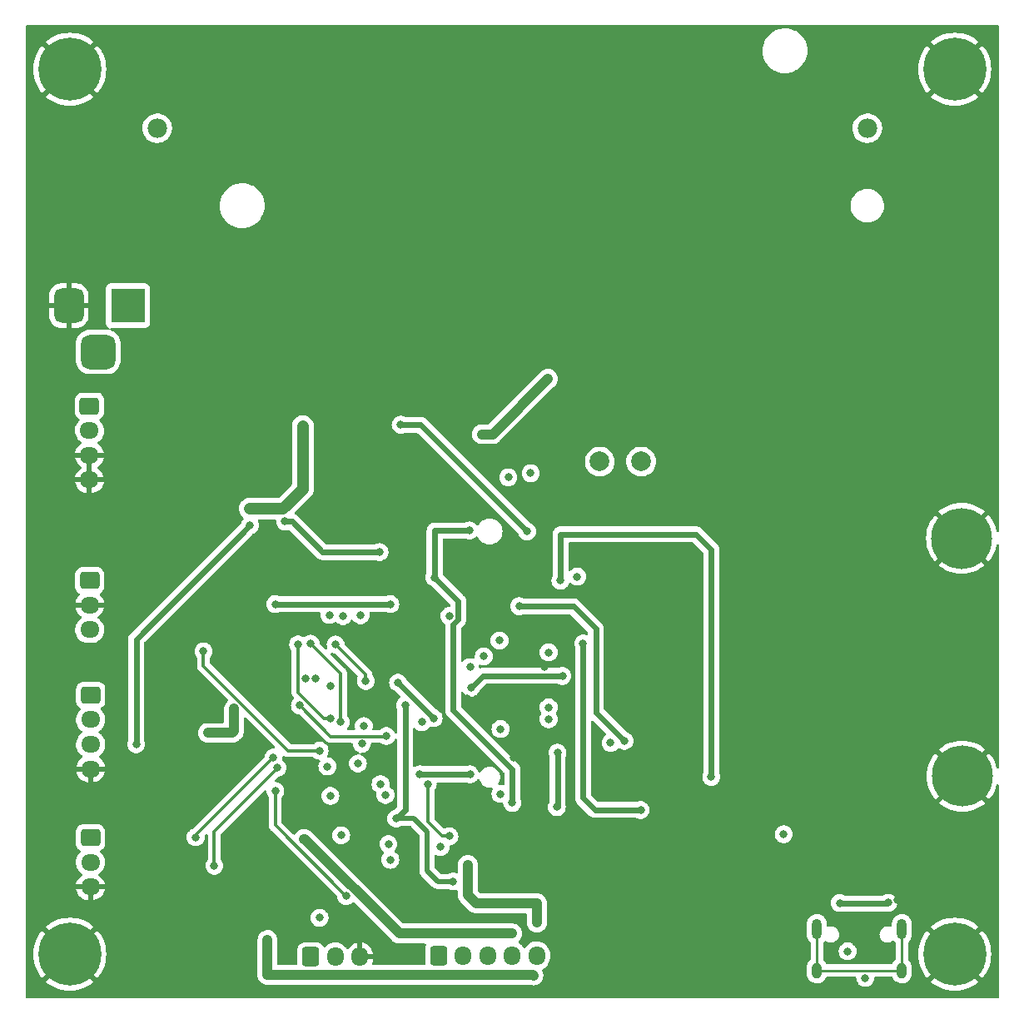
<source format=gbr>
%TF.GenerationSoftware,KiCad,Pcbnew,(6.0.6)*%
%TF.CreationDate,2022-09-23T20:04:06+09:00*%
%TF.ProjectId,LTE-base-H1,4c54452d-6261-4736-952d-48312e6b6963,rev?*%
%TF.SameCoordinates,Original*%
%TF.FileFunction,Copper,L4,Bot*%
%TF.FilePolarity,Positive*%
%FSLAX46Y46*%
G04 Gerber Fmt 4.6, Leading zero omitted, Abs format (unit mm)*
G04 Created by KiCad (PCBNEW (6.0.6)) date 2022-09-23 20:04:06*
%MOMM*%
%LPD*%
G01*
G04 APERTURE LIST*
G04 Aperture macros list*
%AMRoundRect*
0 Rectangle with rounded corners*
0 $1 Rounding radius*
0 $2 $3 $4 $5 $6 $7 $8 $9 X,Y pos of 4 corners*
0 Add a 4 corners polygon primitive as box body*
4,1,4,$2,$3,$4,$5,$6,$7,$8,$9,$2,$3,0*
0 Add four circle primitives for the rounded corners*
1,1,$1+$1,$2,$3*
1,1,$1+$1,$4,$5*
1,1,$1+$1,$6,$7*
1,1,$1+$1,$8,$9*
0 Add four rect primitives between the rounded corners*
20,1,$1+$1,$2,$3,$4,$5,0*
20,1,$1+$1,$4,$5,$6,$7,0*
20,1,$1+$1,$6,$7,$8,$9,0*
20,1,$1+$1,$8,$9,$2,$3,0*%
G04 Aperture macros list end*
%TA.AperFunction,ComponentPad*%
%ADD10RoundRect,0.250000X-0.725000X0.600000X-0.725000X-0.600000X0.725000X-0.600000X0.725000X0.600000X0*%
%TD*%
%TA.AperFunction,ComponentPad*%
%ADD11O,1.950000X1.700000*%
%TD*%
%TA.AperFunction,ComponentPad*%
%ADD12C,0.800000*%
%TD*%
%TA.AperFunction,ComponentPad*%
%ADD13C,6.400000*%
%TD*%
%TA.AperFunction,ComponentPad*%
%ADD14C,6.200000*%
%TD*%
%TA.AperFunction,ComponentPad*%
%ADD15O,1.700000X1.950000*%
%TD*%
%TA.AperFunction,ComponentPad*%
%ADD16RoundRect,0.250000X-0.600000X-0.725000X0.600000X-0.725000X0.600000X0.725000X-0.600000X0.725000X0*%
%TD*%
%TA.AperFunction,ComponentPad*%
%ADD17C,2.000000*%
%TD*%
%TA.AperFunction,ComponentPad*%
%ADD18C,1.980000*%
%TD*%
%TA.AperFunction,ComponentPad*%
%ADD19O,1.000000X1.600000*%
%TD*%
%TA.AperFunction,ComponentPad*%
%ADD20O,1.000000X2.100000*%
%TD*%
%TA.AperFunction,ComponentPad*%
%ADD21R,3.500000X3.500000*%
%TD*%
%TA.AperFunction,ComponentPad*%
%ADD22RoundRect,0.750000X-0.750000X-1.000000X0.750000X-1.000000X0.750000X1.000000X-0.750000X1.000000X0*%
%TD*%
%TA.AperFunction,ComponentPad*%
%ADD23RoundRect,0.875000X-0.875000X-0.875000X0.875000X-0.875000X0.875000X0.875000X-0.875000X0.875000X0*%
%TD*%
%TA.AperFunction,ViaPad*%
%ADD24C,0.800000*%
%TD*%
%TA.AperFunction,Conductor*%
%ADD25C,0.600000*%
%TD*%
%TA.AperFunction,Conductor*%
%ADD26C,0.300000*%
%TD*%
%TA.AperFunction,Conductor*%
%ADD27C,0.500000*%
%TD*%
%TA.AperFunction,Conductor*%
%ADD28C,1.000000*%
%TD*%
%TA.AperFunction,Conductor*%
%ADD29C,1.200000*%
%TD*%
%TA.AperFunction,Conductor*%
%ADD30C,0.250000*%
%TD*%
G04 APERTURE END LIST*
D10*
%TO.P,J11,1,Pin_1*%
%TO.N,VDC*%
X107000000Y-94250000D03*
D11*
%TO.P,J11,2,Pin_2*%
X107000000Y-96750000D03*
%TO.P,J11,3,Pin_3*%
%TO.N,GND*%
X107000000Y-99250000D03*
%TO.P,J11,4,Pin_4*%
X107000000Y-101750000D03*
%TD*%
D12*
%TO.P,H4,1,1*%
%TO.N,GND*%
X195000000Y-57600000D03*
X196697056Y-58302944D03*
X195000000Y-62400000D03*
D13*
X195000000Y-60000000D03*
D12*
X197400000Y-60000000D03*
X192600000Y-60000000D03*
X193302944Y-61697056D03*
X193302944Y-58302944D03*
X196697056Y-61697056D03*
%TD*%
D14*
%TO.P,J4,1,Pin_1*%
%TO.N,GND*%
X195700000Y-107700000D03*
%TD*%
D12*
%TO.P,H2,1,1*%
%TO.N,GND*%
X105000000Y-152400000D03*
X103302944Y-148302944D03*
X103302944Y-151697056D03*
X106697056Y-151697056D03*
X106697056Y-148302944D03*
X107400000Y-150000000D03*
X105000000Y-147600000D03*
X102600000Y-150000000D03*
D13*
X105000000Y-150000000D03*
%TD*%
D14*
%TO.P,J3,1,Pin_1*%
%TO.N,GND*%
X195750000Y-131900000D03*
%TD*%
D15*
%TO.P,J7,3,Pin_3*%
%TO.N,GND*%
X134500000Y-150275000D03*
%TO.P,J7,2,Pin_2*%
%TO.N,/MCU/DEBUG_RX*%
X132000000Y-150275000D03*
D16*
%TO.P,J7,1,Pin_1*%
%TO.N,/MCU/DEBUG_TX*%
X129500000Y-150275000D03*
%TD*%
D12*
%TO.P,H1,1,1*%
%TO.N,GND*%
X195000000Y-152400000D03*
X196697056Y-148302944D03*
D13*
X195000000Y-150000000D03*
D12*
X193302944Y-148302944D03*
X195000000Y-147600000D03*
X193302944Y-151697056D03*
X197400000Y-150000000D03*
X196697056Y-151697056D03*
X192600000Y-150000000D03*
%TD*%
D17*
%TO.P,TP2,1,1*%
%TO.N,/BG96/UART_RX*%
X158900000Y-99900000D03*
%TD*%
%TO.P,TP1,1,1*%
%TO.N,/BG96/UART_TX*%
X163100000Y-99900000D03*
%TD*%
D10*
%TO.P,J9,1,Pin_1*%
%TO.N,/MCU/I2C2_SCL*%
X107125000Y-123650000D03*
D11*
%TO.P,J9,2,Pin_2*%
%TO.N,/MCU/I2C2_SDA*%
X107125000Y-126150000D03*
%TO.P,J9,3,Pin_3*%
%TO.N,+3V3*%
X107125000Y-128650000D03*
%TO.P,J9,4,Pin_4*%
%TO.N,GND*%
X107125000Y-131150000D03*
%TD*%
D18*
%TO.P,BT1,1,+*%
%TO.N,+BATT*%
X186110000Y-66000000D03*
%TO.P,BT1,2,-*%
%TO.N,-BATT*%
X113890000Y-66000000D03*
%TD*%
D19*
%TO.P,J5,S1,SHIELD*%
%TO.N,unconnected-(J5-PadS1)*%
X180975489Y-151645489D03*
X189615489Y-151645489D03*
D20*
X189615489Y-147465489D03*
X180975489Y-147465489D03*
%TD*%
D10*
%TO.P,J12,1,Pin_1*%
%TO.N,/MCU/CANL*%
X107025000Y-112000000D03*
D11*
%TO.P,J12,2,Pin_2*%
%TO.N,GND*%
X107025000Y-114500000D03*
%TO.P,J12,3,Pin_3*%
%TO.N,/MCU/CANH*%
X107025000Y-117000000D03*
%TD*%
D12*
%TO.P,H3,1,1*%
%TO.N,GND*%
X102600000Y-60000000D03*
X103302944Y-61697056D03*
X106697056Y-58302944D03*
D13*
X105000000Y-60000000D03*
D12*
X103302944Y-58302944D03*
X106697056Y-61697056D03*
X105000000Y-62400000D03*
X107400000Y-60000000D03*
X105000000Y-57600000D03*
%TD*%
D10*
%TO.P,J6,1,Pin_1*%
%TO.N,Net-(J6-Pad1)*%
X107100000Y-138150000D03*
D11*
%TO.P,J6,2,Pin_2*%
%TO.N,Net-(J6-Pad2)*%
X107100000Y-140650000D03*
%TO.P,J6,3,Pin_3*%
%TO.N,GND*%
X107100000Y-143150000D03*
%TD*%
D16*
%TO.P,J8,1,Pin_1*%
%TO.N,+3V3*%
X142500000Y-150175000D03*
D15*
%TO.P,J8,2,Pin_2*%
%TO.N,/MCU/SWCLK_BT0*%
X145000000Y-150175000D03*
%TO.P,J8,3,Pin_3*%
%TO.N,GND*%
X147500000Y-150175000D03*
%TO.P,J8,4,Pin_4*%
%TO.N,/MCU/SWDIO*%
X150000000Y-150175000D03*
%TO.P,J8,5,Pin_5*%
%TO.N,/MCU/NRST*%
X152500000Y-150175000D03*
%TD*%
D21*
%TO.P,J2,1*%
%TO.N,VDC*%
X110900000Y-84042500D03*
D22*
%TO.P,J2,2*%
%TO.N,GND*%
X104900000Y-84042500D03*
D23*
%TO.P,J2,3*%
%TO.N,N/C*%
X107900000Y-88742500D03*
%TD*%
D24*
%TO.N,GND*%
X170938000Y-89349500D03*
X153300000Y-120800000D03*
X148300000Y-138000000D03*
X150400000Y-142200000D03*
%TO.N,/BG96/UART_RX*%
X150000000Y-134600000D03*
X142700000Y-139100000D03*
%TO.N,/MCU/NRST*%
X141400000Y-132700000D03*
X143600000Y-138000000D03*
%TO.N,/BG96/UART_TX*%
X148800000Y-133700000D03*
X148700000Y-118100000D03*
%TO.N,GND*%
X145400000Y-110000000D03*
%TO.N,/BG96/RI*%
X143600000Y-115600000D03*
X131200000Y-130900000D03*
%TO.N,/EXT_PWR_DET*%
X134300000Y-130600000D03*
X151875000Y-101075000D03*
%TO.N,GND*%
X145300000Y-118800500D03*
%TO.N,/BG96/UART_RTS*%
X145700000Y-120800000D03*
X137400000Y-138800000D03*
%TO.N,GND*%
X136000000Y-142500000D03*
%TO.N,/BG96/UART_CTS*%
X147100000Y-119700000D03*
X137600000Y-140400000D03*
%TO.N,/BG96/DTR*%
X140800000Y-126400000D03*
X131500000Y-133900000D03*
%TO.N,GND*%
X142099500Y-121300000D03*
X145400000Y-124000000D03*
%TO.N,/BG96/nW_DISABLE*%
X137100000Y-133800000D03*
X148800000Y-127100000D03*
%TO.N,/BG96/nPERST*%
X153700000Y-119300000D03*
X136600000Y-132700000D03*
%TO.N,GND*%
X114800000Y-129000000D03*
X115500000Y-134100000D03*
X121500000Y-119100000D03*
%TO.N,/MCU/TX0RTS*%
X134570000Y-115530000D03*
X131550000Y-122750000D03*
%TO.N,/MCU/TX1RTS*%
X132780000Y-115620000D03*
X130030498Y-121969502D03*
%TO.N,/MCU/TX2RTS*%
X131400000Y-115500000D03*
X128969500Y-122000000D03*
%TO.N,/MCU/RX1BF*%
X131500000Y-126000000D03*
%TO.N,/MCU/OSC_OUT*%
X128400000Y-124700000D03*
%TO.N,/MCU/RX0BF*%
X132550000Y-126400000D03*
%TO.N,/MCU/RX1BF*%
X128220000Y-118480000D03*
%TO.N,/MCU/RX0BF*%
X129490000Y-118410000D03*
%TO.N,/MCU/SPI1_SCK*%
X135100000Y-122200000D03*
X132030000Y-118500000D03*
%TO.N,/BG96/PWRKEY*%
X144000000Y-142600000D03*
X138200000Y-136200000D03*
%TO.N,/MCU/SWCLK_BT0*%
X125900000Y-133400000D03*
%TO.N,/MCU/OSC_OUT*%
X137200000Y-127800000D03*
%TO.N,/MCU/DEBUG_RX*%
X134900000Y-126800000D03*
X132600000Y-137900000D03*
%TO.N,/MCU/DEBUG_TX*%
X130400000Y-146300000D03*
X134700000Y-128600500D03*
%TO.N,/MCU/SWCLK_BT0*%
X133100000Y-144077464D03*
%TO.N,GND*%
X145263957Y-128236043D03*
X137623732Y-130099500D03*
%TO.N,+3V3*%
X140600000Y-131700000D03*
X145700000Y-131700000D03*
X142000000Y-126000000D03*
X138380000Y-122380000D03*
%TO.N,/BG96/PWRKEY*%
X139100000Y-124700000D03*
%TO.N,/BG96/UART_RX*%
X145650000Y-106900000D03*
X142100000Y-111700000D03*
%TO.N,/BG96/nLED_WWAN*%
X154537500Y-135037500D03*
X154600000Y-129500000D03*
%TO.N,GND*%
X150100000Y-130000000D03*
X171765332Y-82734668D03*
X170900000Y-87500000D03*
%TO.N,+5V*%
X153625000Y-91487500D03*
X146887500Y-97112500D03*
%TO.N,+3V3*%
X151500000Y-107000000D03*
X138650000Y-96150000D03*
%TO.N,/BG96/USIM_VDD*%
X156600000Y-111600000D03*
X160000000Y-128500000D03*
%TO.N,/BG96/DTR*%
X145800000Y-122900000D03*
X155100000Y-121700000D03*
%TO.N,GND*%
X153130759Y-108899999D03*
X151800000Y-116600000D03*
X150469240Y-126500000D03*
X150469241Y-124099999D03*
X163500000Y-132800000D03*
%TO.N,/BG96/USIM_DATA*%
X150700000Y-114600000D03*
%TO.N,/BG96/USIM_CLK*%
X154900000Y-112000000D03*
X170237500Y-131962500D03*
%TO.N,/BG96/USIM_DATA*%
X161400000Y-128300000D03*
%TO.N,+5V*%
X149600000Y-101500000D03*
X177600000Y-137800000D03*
%TO.N,/BG96/USB_DP*%
X185900000Y-152400000D03*
%TO.N,/BG96/USB_DM*%
X184100000Y-149700000D03*
%TO.N,/BG96/USB_DP*%
X153700000Y-126100000D03*
%TO.N,/BG96/USB_DM*%
X153700000Y-124900000D03*
%TO.N,/MCU/RXCAN*%
X126895000Y-105995000D03*
%TO.N,/MCU/SWDIO*%
X128800000Y-138300000D03*
X150000000Y-147900000D03*
%TO.N,/MCU/NRST*%
X125100000Y-148550000D03*
X152150000Y-152150000D03*
%TO.N,/MCU/USART3_RX*%
X126100000Y-131034315D03*
%TO.N,/MCU/USART3_TX*%
X125700000Y-130000000D03*
%TO.N,/MCU/USART3_RX*%
X119700000Y-141000000D03*
%TO.N,/MCU/USART3_TX*%
X117800000Y-138100000D03*
%TO.N,/MCU/OSC_IN*%
X130400000Y-129300000D03*
X118600000Y-119200000D03*
%TO.N,Net-(D7-Pad2)*%
X188236789Y-144766888D03*
X183295989Y-144800000D03*
%TO.N,GND*%
X189200000Y-144500000D03*
X181600000Y-144500000D03*
%TO.N,/MCU/NRST*%
X152500000Y-146800000D03*
X145475000Y-140925000D03*
%TO.N,/BG96/USIM_RST*%
X157200000Y-118400000D03*
X163068750Y-135331250D03*
%TO.N,+3V3*%
X119050000Y-127500000D03*
X121700000Y-125050000D03*
X123300000Y-106400000D03*
X111750000Y-128650000D03*
%TO.N,/MCU/RXCAN*%
X136500000Y-109100000D03*
%TO.N,/MCU/TXCAN*%
X125900000Y-114400000D03*
X137600000Y-114400000D03*
%TO.N,+3V3*%
X123300000Y-104700000D03*
X128700000Y-96300000D03*
%TO.N,GND*%
X164600000Y-80125000D03*
X165400000Y-80825000D03*
X165400000Y-80125000D03*
X164600000Y-80825000D03*
%TD*%
D25*
%TO.N,/BG96/UART_RX*%
X150000000Y-131188728D02*
X143972793Y-125161521D01*
X143972793Y-116500000D02*
X144500000Y-115972793D01*
X144500000Y-114100000D02*
X142100000Y-111700000D01*
X150000000Y-134600000D02*
X150000000Y-131188728D01*
X143972793Y-125161521D02*
X143972793Y-116500000D01*
X144500000Y-115972793D02*
X144500000Y-114100000D01*
D26*
%TO.N,/MCU/NRST*%
X141400000Y-132700000D02*
X141400000Y-136500000D01*
D27*
%TO.N,/BG96/PWRKEY*%
X141300000Y-141500000D02*
X142400000Y-142600000D01*
X142400000Y-142600000D02*
X144000000Y-142600000D01*
X141300000Y-137500000D02*
X141300000Y-141500000D01*
X140000000Y-136200000D02*
X141300000Y-137500000D01*
X138200000Y-136200000D02*
X140000000Y-136200000D01*
D25*
X139100000Y-135300000D02*
X138200000Y-136200000D01*
X139100000Y-124700000D02*
X139100000Y-135300000D01*
D26*
%TO.N,/MCU/OSC_IN*%
X118600000Y-120700000D02*
X118600000Y-119200000D01*
X127200000Y-129300000D02*
X118600000Y-120700000D01*
X130400000Y-129300000D02*
X127200000Y-129300000D01*
%TO.N,/MCU/RX1BF*%
X130850000Y-126000000D02*
X131500000Y-126000000D01*
X128220000Y-123370000D02*
X130850000Y-126000000D01*
X128220000Y-118480000D02*
X128220000Y-123370000D01*
%TO.N,/MCU/RX0BF*%
X132550000Y-121470000D02*
X129490000Y-118410000D01*
X132550000Y-126400000D02*
X132550000Y-121470000D01*
%TO.N,/MCU/OSC_OUT*%
X137200000Y-127800000D02*
X137150000Y-127850000D01*
X137150000Y-127850000D02*
X131550000Y-127850000D01*
X131550000Y-127850000D02*
X128400000Y-124700000D01*
%TO.N,/MCU/SPI1_SCK*%
X135100000Y-121570000D02*
X132030000Y-118500000D01*
X135100000Y-122200000D02*
X135100000Y-121570000D01*
D28*
%TO.N,/MCU/SWDIO*%
X128900000Y-138300000D02*
X128800000Y-138300000D01*
X138500000Y-147900000D02*
X128900000Y-138300000D01*
X150000000Y-147900000D02*
X138500000Y-147900000D01*
D26*
%TO.N,/MCU/SWCLK_BT0*%
X125900000Y-136900000D02*
X125900000Y-133400000D01*
X133100000Y-144077464D02*
X133077464Y-144077464D01*
X133077464Y-144077464D02*
X125900000Y-136900000D01*
%TO.N,/MCU/NRST*%
X141400000Y-136500000D02*
X142900000Y-138000000D01*
X142900000Y-138000000D02*
X143600000Y-138000000D01*
D25*
%TO.N,+3V3*%
X142000000Y-126000000D02*
X138380000Y-122380000D01*
X145700000Y-131700000D02*
X140600000Y-131700000D01*
%TO.N,/BG96/nLED_WWAN*%
X154600000Y-134975000D02*
X154537500Y-135037500D01*
X154600000Y-129500000D02*
X154600000Y-134975000D01*
D28*
%TO.N,+5V*%
X153625000Y-91487500D02*
X153612500Y-91487500D01*
X153612500Y-91487500D02*
X147987500Y-97112500D01*
X147987500Y-97112500D02*
X146887500Y-97112500D01*
D25*
%TO.N,+3V3*%
X140650000Y-96150000D02*
X138650000Y-96150000D01*
X151500000Y-107000000D02*
X140650000Y-96150000D01*
%TO.N,/BG96/UART_RX*%
X142100000Y-106900000D02*
X145650000Y-106900000D01*
X142100000Y-111700000D02*
X142100000Y-106900000D01*
%TO.N,/BG96/DTR*%
X147000000Y-121700000D02*
X145800000Y-122900000D01*
X155100000Y-121700000D02*
X147000000Y-121700000D01*
%TO.N,/BG96/USIM_DATA*%
X158500000Y-125400000D02*
X161400000Y-128300000D01*
X158500000Y-116900000D02*
X158500000Y-125400000D01*
X156200000Y-114600000D02*
X158500000Y-116900000D01*
X150700000Y-114600000D02*
X156200000Y-114600000D01*
%TO.N,/BG96/USIM_RST*%
X158431250Y-135331250D02*
X163068750Y-135331250D01*
X157200000Y-134100000D02*
X158431250Y-135331250D01*
X157200000Y-118400000D02*
X157200000Y-134100000D01*
D28*
%TO.N,/MCU/NRST*%
X152100000Y-152100000D02*
X125100000Y-152100000D01*
X125100000Y-152100000D02*
X125100000Y-148550000D01*
X152150000Y-152150000D02*
X152100000Y-152100000D01*
D26*
%TO.N,/MCU/USART3_RX*%
X126100000Y-131100000D02*
X119700000Y-137500000D01*
X119700000Y-137500000D02*
X119700000Y-141000000D01*
X126100000Y-131034315D02*
X126100000Y-131100000D01*
%TO.N,/MCU/USART3_TX*%
X117800000Y-137900000D02*
X117800000Y-138100000D01*
X125700000Y-130000000D02*
X117800000Y-137900000D01*
D25*
%TO.N,Net-(D7-Pad2)*%
X188178188Y-144825489D02*
X183245489Y-144825489D01*
X188236789Y-144766888D02*
X188178188Y-144825489D01*
D28*
%TO.N,/MCU/NRST*%
X152500000Y-146800000D02*
X152500000Y-144800000D01*
X145475000Y-143975000D02*
X145475000Y-140925000D01*
X146300000Y-144800000D02*
X145475000Y-143975000D01*
X152500000Y-144800000D02*
X146300000Y-144800000D01*
D25*
%TO.N,/BG96/USIM_CLK*%
X168700000Y-107300000D02*
X170237500Y-108837500D01*
X154900000Y-107300000D02*
X168700000Y-107300000D01*
X154900000Y-112000000D02*
X154900000Y-107300000D01*
X170237500Y-108837500D02*
X170237500Y-131962500D01*
D28*
%TO.N,+3V3*%
X121500000Y-127500000D02*
X119050000Y-127500000D01*
X121700000Y-127300000D02*
X121500000Y-127500000D01*
X121700000Y-125050000D02*
X121700000Y-127300000D01*
D25*
X111750000Y-117950000D02*
X111750000Y-128650000D01*
X123300000Y-106400000D02*
X111750000Y-117950000D01*
%TO.N,/MCU/RXCAN*%
X127595000Y-105995000D02*
X130700000Y-109100000D01*
X130700000Y-109100000D02*
X136500000Y-109100000D01*
X126895000Y-105995000D02*
X127595000Y-105995000D01*
%TO.N,/MCU/TXCAN*%
X125900000Y-114400000D02*
X137600000Y-114400000D01*
D29*
%TO.N,+3V3*%
X128700000Y-102700000D02*
X126700000Y-104700000D01*
X128700000Y-96300000D02*
X128700000Y-102700000D01*
X126700000Y-104700000D02*
X123300000Y-104700000D01*
D30*
%TO.N,unconnected-(J5-PadS1)*%
X189615489Y-147465489D02*
X189615489Y-151645489D01*
X180975489Y-151645489D02*
X180975489Y-147465489D01*
X180975489Y-151645489D02*
X189615489Y-151645489D01*
%TD*%
%TA.AperFunction,Conductor*%
%TO.N,GND*%
G36*
X199433621Y-55528502D02*
G01*
X199480114Y-55582158D01*
X199491500Y-55634500D01*
X199491500Y-106973638D01*
X199471498Y-107041759D01*
X199417842Y-107088252D01*
X199347568Y-107098356D01*
X199282988Y-107068862D01*
X199244604Y-107009136D01*
X199241051Y-106993349D01*
X199234515Y-106952086D01*
X199233144Y-106945636D01*
X199136976Y-106586729D01*
X199134935Y-106580447D01*
X199001779Y-106233565D01*
X198999097Y-106227540D01*
X198830406Y-105896466D01*
X198827109Y-105890756D01*
X198624741Y-105579136D01*
X198620853Y-105573785D01*
X198437424Y-105347270D01*
X198425166Y-105338802D01*
X198414076Y-105345135D01*
X196072020Y-107687190D01*
X196064408Y-107701131D01*
X196064539Y-107702966D01*
X196068790Y-107709580D01*
X198413210Y-110053999D01*
X198426286Y-110061139D01*
X198436654Y-110053682D01*
X198620853Y-109826215D01*
X198624741Y-109820864D01*
X198827109Y-109509244D01*
X198830406Y-109503534D01*
X198999097Y-109172460D01*
X199001779Y-109166435D01*
X199134935Y-108819553D01*
X199136976Y-108813271D01*
X199233144Y-108454364D01*
X199234515Y-108447914D01*
X199241051Y-108406651D01*
X199271464Y-108342498D01*
X199331732Y-108304971D01*
X199402721Y-108305985D01*
X199461893Y-108345218D01*
X199490461Y-108410213D01*
X199491500Y-108426362D01*
X199491500Y-130966162D01*
X199471498Y-131034283D01*
X199417842Y-131080776D01*
X199347568Y-131090880D01*
X199282988Y-131061386D01*
X199243793Y-130998773D01*
X199186976Y-130786729D01*
X199184935Y-130780447D01*
X199051779Y-130433565D01*
X199049097Y-130427540D01*
X198880406Y-130096466D01*
X198877109Y-130090756D01*
X198674741Y-129779136D01*
X198670853Y-129773785D01*
X198487424Y-129547270D01*
X198475166Y-129538802D01*
X198464076Y-129545135D01*
X196122020Y-131887190D01*
X196114408Y-131901131D01*
X196114539Y-131902966D01*
X196118790Y-131909580D01*
X198463210Y-134253999D01*
X198476286Y-134261139D01*
X198486654Y-134253682D01*
X198670853Y-134026215D01*
X198674741Y-134020864D01*
X198877109Y-133709244D01*
X198880406Y-133703534D01*
X199049097Y-133372460D01*
X199051779Y-133366435D01*
X199184935Y-133019553D01*
X199186976Y-133013271D01*
X199243793Y-132801227D01*
X199280745Y-132740604D01*
X199344605Y-132709583D01*
X199415100Y-132718011D01*
X199469847Y-132763214D01*
X199491500Y-132833838D01*
X199491500Y-154365500D01*
X199471498Y-154433621D01*
X199417842Y-154480114D01*
X199365500Y-154491500D01*
X100634500Y-154491500D01*
X100566379Y-154471498D01*
X100519886Y-154417842D01*
X100508500Y-154365500D01*
X100508500Y-152797386D01*
X102567759Y-152797386D01*
X102575216Y-152807753D01*
X102814935Y-153001874D01*
X102820272Y-153005751D01*
X103140685Y-153213830D01*
X103146394Y-153217127D01*
X103486811Y-153390578D01*
X103492836Y-153393260D01*
X103849502Y-153530171D01*
X103855784Y-153532212D01*
X104224816Y-153631094D01*
X104231266Y-153632465D01*
X104608629Y-153692234D01*
X104615167Y-153692920D01*
X104996699Y-153712916D01*
X105003301Y-153712916D01*
X105384833Y-153692920D01*
X105391371Y-153692234D01*
X105768734Y-153632465D01*
X105775184Y-153631094D01*
X106144216Y-153532212D01*
X106150498Y-153530171D01*
X106507164Y-153393260D01*
X106513189Y-153390578D01*
X106853606Y-153217127D01*
X106859315Y-153213830D01*
X107179728Y-153005751D01*
X107185065Y-153001874D01*
X107423835Y-152808522D01*
X107432300Y-152796267D01*
X107425966Y-152785176D01*
X105012812Y-150372022D01*
X104998868Y-150364408D01*
X104997035Y-150364539D01*
X104990420Y-150368790D01*
X102574900Y-152784310D01*
X102567759Y-152797386D01*
X100508500Y-152797386D01*
X100508500Y-150003301D01*
X101287084Y-150003301D01*
X101307080Y-150384833D01*
X101307766Y-150391371D01*
X101367535Y-150768734D01*
X101368906Y-150775184D01*
X101467788Y-151144216D01*
X101469829Y-151150498D01*
X101606740Y-151507164D01*
X101609422Y-151513189D01*
X101782872Y-151853603D01*
X101786169Y-151859313D01*
X101994253Y-152179735D01*
X101998123Y-152185061D01*
X102191478Y-152423835D01*
X102203733Y-152432300D01*
X102214824Y-152425966D01*
X104627978Y-150012812D01*
X104634356Y-150001132D01*
X105364408Y-150001132D01*
X105364539Y-150002965D01*
X105368790Y-150009580D01*
X107784310Y-152425100D01*
X107797386Y-152432241D01*
X107807753Y-152424784D01*
X108001877Y-152185061D01*
X108005747Y-152179735D01*
X108213831Y-151859313D01*
X108217128Y-151853603D01*
X108390578Y-151513189D01*
X108393260Y-151507164D01*
X108530171Y-151150498D01*
X108532212Y-151144216D01*
X108631094Y-150775184D01*
X108632465Y-150768734D01*
X108692234Y-150391371D01*
X108692920Y-150384833D01*
X108712916Y-150003301D01*
X108712916Y-149996699D01*
X108692920Y-149615167D01*
X108692234Y-149608629D01*
X108632465Y-149231266D01*
X108631094Y-149224816D01*
X108532212Y-148855784D01*
X108530171Y-148849502D01*
X108393260Y-148492836D01*
X108390578Y-148486811D01*
X108217128Y-148146397D01*
X108213831Y-148140687D01*
X108005747Y-147820265D01*
X108001877Y-147814939D01*
X107808522Y-147576165D01*
X107796267Y-147567700D01*
X107785176Y-147574034D01*
X105372022Y-149987188D01*
X105364408Y-150001132D01*
X104634356Y-150001132D01*
X104635592Y-149998868D01*
X104635461Y-149997035D01*
X104631210Y-149990420D01*
X102215690Y-147574900D01*
X102202614Y-147567759D01*
X102192247Y-147575216D01*
X101998123Y-147814939D01*
X101994253Y-147820265D01*
X101786169Y-148140687D01*
X101782872Y-148146397D01*
X101609422Y-148486811D01*
X101606740Y-148492836D01*
X101469829Y-148849502D01*
X101467788Y-148855784D01*
X101368906Y-149224816D01*
X101367535Y-149231266D01*
X101307766Y-149608629D01*
X101307080Y-149615167D01*
X101287084Y-149996699D01*
X101287084Y-150003301D01*
X100508500Y-150003301D01*
X100508500Y-147203733D01*
X102567700Y-147203733D01*
X102574034Y-147214824D01*
X104987188Y-149627978D01*
X105001132Y-149635592D01*
X105002965Y-149635461D01*
X105009580Y-149631210D01*
X107425100Y-147215690D01*
X107432241Y-147202614D01*
X107424784Y-147192247D01*
X107185065Y-146998126D01*
X107179728Y-146994249D01*
X106859315Y-146786170D01*
X106853606Y-146782873D01*
X106513189Y-146609422D01*
X106507164Y-146606740D01*
X106150498Y-146469829D01*
X106144216Y-146467788D01*
X105775184Y-146368906D01*
X105768734Y-146367535D01*
X105391371Y-146307766D01*
X105384833Y-146307080D01*
X105249744Y-146300000D01*
X129486496Y-146300000D01*
X129487186Y-146306565D01*
X129504346Y-146469829D01*
X129506458Y-146489928D01*
X129565473Y-146671556D01*
X129568776Y-146677278D01*
X129568777Y-146677279D01*
X129588196Y-146710914D01*
X129660960Y-146836944D01*
X129665378Y-146841851D01*
X129665379Y-146841852D01*
X129710082Y-146891500D01*
X129788747Y-146978866D01*
X129840634Y-147016564D01*
X129931450Y-147082546D01*
X129943248Y-147091118D01*
X129949276Y-147093802D01*
X129949278Y-147093803D01*
X130103124Y-147162299D01*
X130117712Y-147168794D01*
X130203416Y-147187011D01*
X130298056Y-147207128D01*
X130298061Y-147207128D01*
X130304513Y-147208500D01*
X130495487Y-147208500D01*
X130501939Y-147207128D01*
X130501944Y-147207128D01*
X130596584Y-147187011D01*
X130682288Y-147168794D01*
X130696876Y-147162299D01*
X130850722Y-147093803D01*
X130850724Y-147093802D01*
X130856752Y-147091118D01*
X130868551Y-147082546D01*
X130959366Y-147016564D01*
X131011253Y-146978866D01*
X131089918Y-146891500D01*
X131134621Y-146841852D01*
X131134622Y-146841851D01*
X131139040Y-146836944D01*
X131211804Y-146710914D01*
X131231223Y-146677279D01*
X131231224Y-146677278D01*
X131234527Y-146671556D01*
X131293542Y-146489928D01*
X131295655Y-146469829D01*
X131312814Y-146306565D01*
X131313504Y-146300000D01*
X131293542Y-146110072D01*
X131234527Y-145928444D01*
X131139040Y-145763056D01*
X131112151Y-145733192D01*
X131015675Y-145626045D01*
X131015674Y-145626044D01*
X131011253Y-145621134D01*
X130856752Y-145508882D01*
X130850724Y-145506198D01*
X130850722Y-145506197D01*
X130688319Y-145433891D01*
X130688318Y-145433891D01*
X130682288Y-145431206D01*
X130588888Y-145411353D01*
X130501944Y-145392872D01*
X130501939Y-145392872D01*
X130495487Y-145391500D01*
X130304513Y-145391500D01*
X130298061Y-145392872D01*
X130298056Y-145392872D01*
X130211112Y-145411353D01*
X130117712Y-145431206D01*
X130111682Y-145433891D01*
X130111681Y-145433891D01*
X129949278Y-145506197D01*
X129949276Y-145506198D01*
X129943248Y-145508882D01*
X129788747Y-145621134D01*
X129784326Y-145626044D01*
X129784325Y-145626045D01*
X129687850Y-145733192D01*
X129660960Y-145763056D01*
X129565473Y-145928444D01*
X129506458Y-146110072D01*
X129486496Y-146300000D01*
X105249744Y-146300000D01*
X105003301Y-146287084D01*
X104996699Y-146287084D01*
X104615167Y-146307080D01*
X104608629Y-146307766D01*
X104231266Y-146367535D01*
X104224816Y-146368906D01*
X103855784Y-146467788D01*
X103849502Y-146469829D01*
X103492836Y-146606740D01*
X103486811Y-146609422D01*
X103146397Y-146782872D01*
X103140687Y-146786169D01*
X102820265Y-146994253D01*
X102814939Y-146998123D01*
X102576165Y-147191478D01*
X102567700Y-147203733D01*
X100508500Y-147203733D01*
X100508500Y-143418580D01*
X105643752Y-143418580D01*
X105668477Y-143536421D01*
X105671537Y-143546617D01*
X105752263Y-143751029D01*
X105756994Y-143760561D01*
X105871016Y-143948462D01*
X105877280Y-143957052D01*
X106021327Y-144123052D01*
X106028958Y-144130472D01*
X106198911Y-144269826D01*
X106207678Y-144275850D01*
X106398682Y-144384576D01*
X106408346Y-144389041D01*
X106614941Y-144464031D01*
X106625208Y-144466802D01*
X106828174Y-144503504D01*
X106841414Y-144502085D01*
X106846000Y-144487450D01*
X106846000Y-144483849D01*
X107354000Y-144483849D01*
X107358310Y-144498527D01*
X107370193Y-144500590D01*
X107449325Y-144493876D01*
X107459797Y-144492086D01*
X107672535Y-144436870D01*
X107682575Y-144433335D01*
X107882970Y-144343063D01*
X107892256Y-144337894D01*
X108074575Y-144215150D01*
X108082870Y-144208481D01*
X108241900Y-144056772D01*
X108248941Y-144048814D01*
X108380141Y-143872475D01*
X108385745Y-143863438D01*
X108485357Y-143667516D01*
X108489357Y-143657665D01*
X108554534Y-143447760D01*
X108556817Y-143437376D01*
X108558861Y-143421957D01*
X108556665Y-143407793D01*
X108543478Y-143404000D01*
X107372115Y-143404000D01*
X107356876Y-143408475D01*
X107355671Y-143409865D01*
X107354000Y-143417548D01*
X107354000Y-144483849D01*
X106846000Y-144483849D01*
X106846000Y-143422115D01*
X106841525Y-143406876D01*
X106840135Y-143405671D01*
X106832452Y-143404000D01*
X105658808Y-143404000D01*
X105645277Y-143407973D01*
X105643752Y-143418580D01*
X100508500Y-143418580D01*
X100508500Y-140585774D01*
X105613102Y-140585774D01*
X105621751Y-140816158D01*
X105669093Y-141041791D01*
X105671051Y-141046750D01*
X105671052Y-141046752D01*
X105725004Y-141183365D01*
X105753776Y-141256221D01*
X105873377Y-141453317D01*
X105876874Y-141457347D01*
X106017322Y-141619199D01*
X106024477Y-141627445D01*
X106028608Y-141630832D01*
X106198627Y-141770240D01*
X106198633Y-141770244D01*
X106202755Y-141773624D01*
X106207398Y-141776267D01*
X106234735Y-141791829D01*
X106284041Y-141842912D01*
X106297902Y-141912542D01*
X106271918Y-141978613D01*
X106242768Y-142005851D01*
X106125422Y-142084852D01*
X106117130Y-142091519D01*
X105958100Y-142243228D01*
X105951059Y-142251186D01*
X105819859Y-142427525D01*
X105814255Y-142436562D01*
X105714643Y-142632484D01*
X105710643Y-142642335D01*
X105645466Y-142852240D01*
X105643183Y-142862624D01*
X105641139Y-142878043D01*
X105643335Y-142892207D01*
X105656522Y-142896000D01*
X108541192Y-142896000D01*
X108554723Y-142892027D01*
X108556248Y-142881420D01*
X108531523Y-142763579D01*
X108528463Y-142753383D01*
X108447737Y-142548971D01*
X108443006Y-142539439D01*
X108328984Y-142351538D01*
X108322720Y-142342948D01*
X108178673Y-142176948D01*
X108171042Y-142169528D01*
X108001089Y-142030174D01*
X107992326Y-142024152D01*
X107965289Y-142008762D01*
X107915982Y-141957680D01*
X107902120Y-141888049D01*
X107928103Y-141821978D01*
X107957253Y-141794739D01*
X108026001Y-141748455D01*
X108079319Y-141712559D01*
X108101395Y-141691500D01*
X108177185Y-141619199D01*
X108246135Y-141553424D01*
X108250218Y-141547937D01*
X108380568Y-141372740D01*
X108383754Y-141368458D01*
X108488240Y-141162949D01*
X108524321Y-141046752D01*
X108555024Y-140947871D01*
X108556607Y-140942773D01*
X108566951Y-140864727D01*
X108586198Y-140719511D01*
X108586198Y-140719506D01*
X108586898Y-140714226D01*
X108578249Y-140483842D01*
X108530907Y-140258209D01*
X108514489Y-140216635D01*
X108448185Y-140048744D01*
X108448184Y-140048742D01*
X108446224Y-140043779D01*
X108440733Y-140034729D01*
X108329390Y-139851243D01*
X108326623Y-139846683D01*
X108238624Y-139745273D01*
X108179023Y-139676588D01*
X108179021Y-139676586D01*
X108175523Y-139672555D01*
X108139880Y-139643330D01*
X108099886Y-139584671D01*
X108097954Y-139513701D01*
X108134698Y-139452952D01*
X108153468Y-139438752D01*
X108293120Y-139352332D01*
X108299348Y-139348478D01*
X108424305Y-139223303D01*
X108452675Y-139177279D01*
X108513275Y-139078968D01*
X108513276Y-139078966D01*
X108517115Y-139072738D01*
X108551136Y-138970166D01*
X108570632Y-138911389D01*
X108570632Y-138911387D01*
X108572797Y-138904861D01*
X108583500Y-138800400D01*
X108583500Y-138100000D01*
X116886496Y-138100000D01*
X116887186Y-138106565D01*
X116905129Y-138277279D01*
X116906458Y-138289928D01*
X116965473Y-138471556D01*
X117060960Y-138636944D01*
X117065378Y-138641851D01*
X117065379Y-138641852D01*
X117179678Y-138768794D01*
X117188747Y-138778866D01*
X117343248Y-138891118D01*
X117349276Y-138893802D01*
X117349278Y-138893803D01*
X117391731Y-138912704D01*
X117517712Y-138968794D01*
X117586263Y-138983365D01*
X117698056Y-139007128D01*
X117698061Y-139007128D01*
X117704513Y-139008500D01*
X117895487Y-139008500D01*
X117901939Y-139007128D01*
X117901944Y-139007128D01*
X118013737Y-138983365D01*
X118082288Y-138968794D01*
X118208269Y-138912704D01*
X118250722Y-138893803D01*
X118250724Y-138893802D01*
X118256752Y-138891118D01*
X118411253Y-138778866D01*
X118420322Y-138768794D01*
X118534621Y-138641852D01*
X118534622Y-138641851D01*
X118539040Y-138636944D01*
X118634527Y-138471556D01*
X118693542Y-138289928D01*
X118694872Y-138277279D01*
X118712814Y-138106565D01*
X118713504Y-138100000D01*
X118702453Y-137994858D01*
X118715225Y-137925019D01*
X118738668Y-137892592D01*
X118826405Y-137804855D01*
X118888717Y-137770829D01*
X118959532Y-137775894D01*
X119016368Y-137818441D01*
X119041179Y-137884961D01*
X119041500Y-137893950D01*
X119041500Y-140325241D01*
X119021498Y-140393362D01*
X119009136Y-140409551D01*
X118960960Y-140463056D01*
X118865473Y-140628444D01*
X118806458Y-140810072D01*
X118805768Y-140816633D01*
X118805768Y-140816635D01*
X118792511Y-140942773D01*
X118786496Y-141000000D01*
X118806458Y-141189928D01*
X118865473Y-141371556D01*
X118960960Y-141536944D01*
X118965378Y-141541851D01*
X118965379Y-141541852D01*
X118979111Y-141557103D01*
X119088747Y-141678866D01*
X119139223Y-141715539D01*
X119219170Y-141773624D01*
X119243248Y-141791118D01*
X119249276Y-141793802D01*
X119249278Y-141793803D01*
X119371138Y-141848058D01*
X119417712Y-141868794D01*
X119506540Y-141887675D01*
X119598056Y-141907128D01*
X119598061Y-141907128D01*
X119604513Y-141908500D01*
X119795487Y-141908500D01*
X119801939Y-141907128D01*
X119801944Y-141907128D01*
X119893460Y-141887675D01*
X119982288Y-141868794D01*
X120028862Y-141848058D01*
X120150722Y-141793803D01*
X120150724Y-141793802D01*
X120156752Y-141791118D01*
X120180831Y-141773624D01*
X120260777Y-141715539D01*
X120311253Y-141678866D01*
X120420889Y-141557103D01*
X120434621Y-141541852D01*
X120434622Y-141541851D01*
X120439040Y-141536944D01*
X120534527Y-141371556D01*
X120593542Y-141189928D01*
X120613504Y-141000000D01*
X120607489Y-140942773D01*
X120594232Y-140816635D01*
X120594232Y-140816633D01*
X120593542Y-140810072D01*
X120534527Y-140628444D01*
X120439040Y-140463056D01*
X120390864Y-140409551D01*
X120360146Y-140345544D01*
X120358500Y-140325241D01*
X120358500Y-137824950D01*
X120378502Y-137756829D01*
X120395405Y-137735855D01*
X124775429Y-133355831D01*
X124837741Y-133321805D01*
X124908556Y-133326870D01*
X124965392Y-133369417D01*
X124989834Y-133431755D01*
X125006458Y-133589928D01*
X125065473Y-133771556D01*
X125160960Y-133936944D01*
X125165378Y-133941851D01*
X125165379Y-133941852D01*
X125209136Y-133990449D01*
X125239854Y-134054456D01*
X125241500Y-134074759D01*
X125241500Y-136817944D01*
X125240941Y-136829800D01*
X125239212Y-136837537D01*
X125240511Y-136878866D01*
X125241438Y-136908369D01*
X125241500Y-136912327D01*
X125241500Y-136941432D01*
X125242056Y-136945832D01*
X125242988Y-136957664D01*
X125244438Y-137003831D01*
X125246650Y-137011444D01*
X125246650Y-137011445D01*
X125250419Y-137024416D01*
X125254430Y-137043782D01*
X125257118Y-137065064D01*
X125260034Y-137072429D01*
X125260035Y-137072433D01*
X125274126Y-137108021D01*
X125277965Y-137119231D01*
X125290855Y-137163600D01*
X125301775Y-137182065D01*
X125310466Y-137199805D01*
X125318365Y-137219756D01*
X125327989Y-137233002D01*
X125345516Y-137257126D01*
X125352033Y-137267048D01*
X125371507Y-137299977D01*
X125371510Y-137299981D01*
X125375547Y-137306807D01*
X125390711Y-137321971D01*
X125403551Y-137337004D01*
X125416159Y-137354357D01*
X125451752Y-137383802D01*
X125460532Y-137391792D01*
X132159677Y-144090937D01*
X132193703Y-144153249D01*
X132195892Y-144166860D01*
X132206458Y-144267392D01*
X132265473Y-144449020D01*
X132268776Y-144454742D01*
X132268777Y-144454743D01*
X132287661Y-144487450D01*
X132360960Y-144614408D01*
X132365378Y-144619315D01*
X132365379Y-144619316D01*
X132442893Y-144705404D01*
X132488747Y-144756330D01*
X132643248Y-144868582D01*
X132649276Y-144871266D01*
X132649278Y-144871267D01*
X132811681Y-144943573D01*
X132817712Y-144946258D01*
X132896919Y-144963094D01*
X132998056Y-144984592D01*
X132998061Y-144984592D01*
X133004513Y-144985964D01*
X133195487Y-144985964D01*
X133201939Y-144984592D01*
X133201944Y-144984592D01*
X133303081Y-144963094D01*
X133382288Y-144946258D01*
X133388319Y-144943573D01*
X133550722Y-144871267D01*
X133550724Y-144871266D01*
X133556752Y-144868582D01*
X133711253Y-144756330D01*
X133726098Y-144739843D01*
X133786545Y-144702605D01*
X133857529Y-144703959D01*
X133908827Y-144735061D01*
X137743145Y-148569379D01*
X137752247Y-148579522D01*
X137775968Y-148609025D01*
X137780696Y-148612992D01*
X137814421Y-148641291D01*
X137818069Y-148644472D01*
X137819881Y-148646115D01*
X137822075Y-148648309D01*
X137855349Y-148675642D01*
X137856147Y-148676304D01*
X137927474Y-148736154D01*
X137932144Y-148738722D01*
X137936261Y-148742103D01*
X137974145Y-148762416D01*
X138018086Y-148785977D01*
X138019245Y-148786606D01*
X138095381Y-148828462D01*
X138095389Y-148828465D01*
X138100787Y-148831433D01*
X138105869Y-148833045D01*
X138110563Y-148835562D01*
X138199531Y-148862762D01*
X138200559Y-148863082D01*
X138289306Y-148891235D01*
X138294602Y-148891829D01*
X138299698Y-148893387D01*
X138392257Y-148902790D01*
X138393393Y-148902911D01*
X138422694Y-148906197D01*
X138439730Y-148908108D01*
X138439734Y-148908108D01*
X138443227Y-148908500D01*
X138446754Y-148908500D01*
X138447739Y-148908555D01*
X138453419Y-148909002D01*
X138482825Y-148911989D01*
X138490337Y-148912752D01*
X138490339Y-148912752D01*
X138496462Y-148913374D01*
X138542108Y-148909059D01*
X138553967Y-148908500D01*
X141117050Y-148908500D01*
X141185171Y-148928502D01*
X141231664Y-148982158D01*
X141241768Y-149052432D01*
X141224310Y-149100616D01*
X141207885Y-149127262D01*
X141183723Y-149200108D01*
X141156432Y-149282390D01*
X141152203Y-149295139D01*
X141151503Y-149301975D01*
X141151502Y-149301978D01*
X141148147Y-149334729D01*
X141141500Y-149399600D01*
X141141500Y-150950400D01*
X141141837Y-150953650D01*
X141142005Y-150956892D01*
X141140904Y-150956949D01*
X141128839Y-151022343D01*
X141080257Y-151074114D01*
X141016390Y-151091500D01*
X135873504Y-151091500D01*
X135805383Y-151071498D01*
X135758890Y-151017842D01*
X135748786Y-150947568D01*
X135755065Y-150922509D01*
X135814031Y-150760059D01*
X135816802Y-150749792D01*
X135853504Y-150546826D01*
X135852085Y-150533586D01*
X135837450Y-150529000D01*
X134372000Y-150529000D01*
X134303879Y-150508998D01*
X134257386Y-150455342D01*
X134246000Y-150403000D01*
X134246000Y-150002885D01*
X134754000Y-150002885D01*
X134758475Y-150018124D01*
X134759865Y-150019329D01*
X134767548Y-150021000D01*
X135833849Y-150021000D01*
X135848527Y-150016690D01*
X135850590Y-150004807D01*
X135843876Y-149925675D01*
X135842086Y-149915203D01*
X135786870Y-149702465D01*
X135783335Y-149692425D01*
X135693063Y-149492030D01*
X135687894Y-149482744D01*
X135565150Y-149300425D01*
X135558481Y-149292130D01*
X135406772Y-149133100D01*
X135398814Y-149126059D01*
X135222475Y-148994859D01*
X135213438Y-148989255D01*
X135017516Y-148889643D01*
X135007665Y-148885643D01*
X134797760Y-148820466D01*
X134787376Y-148818183D01*
X134771957Y-148816139D01*
X134757793Y-148818335D01*
X134754000Y-148831522D01*
X134754000Y-150002885D01*
X134246000Y-150002885D01*
X134246000Y-148833808D01*
X134242027Y-148820277D01*
X134231420Y-148818752D01*
X134113579Y-148843477D01*
X134103383Y-148846537D01*
X133898971Y-148927263D01*
X133889439Y-148931994D01*
X133701538Y-149046016D01*
X133692948Y-149052280D01*
X133526948Y-149196327D01*
X133519528Y-149203958D01*
X133380174Y-149373911D01*
X133374152Y-149382674D01*
X133358762Y-149409711D01*
X133307680Y-149459018D01*
X133238049Y-149472880D01*
X133171978Y-149446897D01*
X133144739Y-149417747D01*
X133096728Y-149346434D01*
X133062559Y-149295681D01*
X133045459Y-149277755D01*
X132975059Y-149203958D01*
X132903424Y-149128865D01*
X132893488Y-149121472D01*
X132765229Y-149026045D01*
X132718458Y-148991246D01*
X132713707Y-148988830D01*
X132713703Y-148988828D01*
X132601918Y-148931994D01*
X132512949Y-148886760D01*
X132507855Y-148885178D01*
X132507852Y-148885177D01*
X132297871Y-148819976D01*
X132292773Y-148818393D01*
X132287484Y-148817692D01*
X132069511Y-148788802D01*
X132069506Y-148788802D01*
X132064226Y-148788102D01*
X132058897Y-148788302D01*
X132058895Y-148788302D01*
X131949034Y-148792427D01*
X131833842Y-148796751D01*
X131828623Y-148797846D01*
X131806566Y-148802474D01*
X131608209Y-148844093D01*
X131603250Y-148846051D01*
X131603248Y-148846052D01*
X131398744Y-148926815D01*
X131398742Y-148926816D01*
X131393779Y-148928776D01*
X131389220Y-148931543D01*
X131389217Y-148931544D01*
X131294113Y-148989255D01*
X131196683Y-149048377D01*
X131192653Y-149051874D01*
X131026930Y-149195681D01*
X131022555Y-149199477D01*
X130993330Y-149235120D01*
X130934671Y-149275114D01*
X130863701Y-149277046D01*
X130802952Y-149240302D01*
X130788752Y-149221532D01*
X130702332Y-149081880D01*
X130698478Y-149075652D01*
X130675218Y-149052432D01*
X130578483Y-148955866D01*
X130573303Y-148950695D01*
X130542781Y-148931881D01*
X130428968Y-148861725D01*
X130428966Y-148861724D01*
X130422738Y-148857885D01*
X130309353Y-148820277D01*
X130261389Y-148804368D01*
X130261387Y-148804368D01*
X130254861Y-148802203D01*
X130248025Y-148801503D01*
X130248022Y-148801502D01*
X130204969Y-148797091D01*
X130150400Y-148791500D01*
X128849600Y-148791500D01*
X128846354Y-148791837D01*
X128846350Y-148791837D01*
X128750692Y-148801762D01*
X128750688Y-148801763D01*
X128743834Y-148802474D01*
X128737298Y-148804655D01*
X128737296Y-148804655D01*
X128605194Y-148848728D01*
X128576054Y-148858450D01*
X128425652Y-148951522D01*
X128300695Y-149076697D01*
X128296855Y-149082927D01*
X128296854Y-149082928D01*
X128226954Y-149196327D01*
X128207885Y-149227262D01*
X128191137Y-149277755D01*
X128159579Y-149372902D01*
X128152203Y-149395139D01*
X128151503Y-149401975D01*
X128151502Y-149401978D01*
X128149338Y-149423102D01*
X128141500Y-149499600D01*
X128141500Y-150965500D01*
X128121498Y-151033621D01*
X128067842Y-151080114D01*
X128015500Y-151091500D01*
X126234500Y-151091500D01*
X126166379Y-151071498D01*
X126119886Y-151017842D01*
X126108500Y-150965500D01*
X126108500Y-148500231D01*
X126107814Y-148493227D01*
X126099368Y-148407097D01*
X126094080Y-148353167D01*
X126036916Y-148163831D01*
X125944066Y-147989204D01*
X125839866Y-147861442D01*
X125822960Y-147840713D01*
X125822957Y-147840710D01*
X125819065Y-147835938D01*
X125812724Y-147830692D01*
X125671425Y-147713799D01*
X125671421Y-147713797D01*
X125666675Y-147709870D01*
X125492701Y-147615802D01*
X125303768Y-147557318D01*
X125297643Y-147556674D01*
X125297642Y-147556674D01*
X125113204Y-147537289D01*
X125113202Y-147537289D01*
X125107075Y-147536645D01*
X125024576Y-147544153D01*
X124916251Y-147554011D01*
X124916248Y-147554012D01*
X124910112Y-147554570D01*
X124904206Y-147556308D01*
X124904202Y-147556309D01*
X124836737Y-147576165D01*
X124720381Y-147610410D01*
X124714923Y-147613263D01*
X124714919Y-147613265D01*
X124624147Y-147660720D01*
X124545110Y-147702040D01*
X124390975Y-147825968D01*
X124263846Y-147977474D01*
X124260879Y-147982872D01*
X124260875Y-147982877D01*
X124194416Y-148103768D01*
X124168567Y-148150787D01*
X124166706Y-148156654D01*
X124166705Y-148156656D01*
X124118008Y-148310169D01*
X124108765Y-148339306D01*
X124091500Y-148493227D01*
X124091500Y-152040127D01*
X124090810Y-152053297D01*
X124086645Y-152092925D01*
X124091218Y-152143173D01*
X124091500Y-152147207D01*
X124091500Y-152149769D01*
X124091800Y-152152827D01*
X124091800Y-152152831D01*
X124095895Y-152194596D01*
X124095977Y-152195471D01*
X124104570Y-152289888D01*
X124105573Y-152293297D01*
X124105920Y-152296833D01*
X124120785Y-152346066D01*
X124133334Y-152387630D01*
X124133561Y-152388390D01*
X124160410Y-152479619D01*
X124162058Y-152482772D01*
X124163084Y-152486169D01*
X124180017Y-152518015D01*
X124207669Y-152570022D01*
X124208016Y-152570681D01*
X124252040Y-152654890D01*
X124254265Y-152657658D01*
X124255934Y-152660796D01*
X124259831Y-152665574D01*
X124315941Y-152734372D01*
X124316494Y-152735056D01*
X124372102Y-152804218D01*
X124372108Y-152804224D01*
X124375968Y-152809025D01*
X124378689Y-152811308D01*
X124380935Y-152814062D01*
X124454136Y-152874619D01*
X124454671Y-152875065D01*
X124527474Y-152936154D01*
X124530589Y-152937866D01*
X124533325Y-152940130D01*
X124538746Y-152943061D01*
X124616865Y-152985300D01*
X124617603Y-152985702D01*
X124700787Y-153031433D01*
X124704170Y-153032506D01*
X124707299Y-153034198D01*
X124798002Y-153062275D01*
X124798842Y-153062538D01*
X124883435Y-153089373D01*
X124883439Y-153089374D01*
X124889306Y-153091235D01*
X124892837Y-153091631D01*
X124896232Y-153092682D01*
X124990707Y-153102611D01*
X124991421Y-153102689D01*
X125043227Y-153108500D01*
X125045800Y-153108500D01*
X125049776Y-153108820D01*
X125086796Y-153112711D01*
X125086798Y-153112711D01*
X125092925Y-153113355D01*
X125140570Y-153109019D01*
X125151990Y-153108500D01*
X151816756Y-153108500D01*
X151853595Y-153114006D01*
X151943800Y-153141585D01*
X151943802Y-153141585D01*
X151949698Y-153143388D01*
X151974164Y-153145873D01*
X152140335Y-153162752D01*
X152140339Y-153162752D01*
X152146463Y-153163374D01*
X152255396Y-153153077D01*
X152337230Y-153145342D01*
X152337234Y-153145341D01*
X152343362Y-153144762D01*
X152349260Y-153143004D01*
X152349264Y-153143003D01*
X152526993Y-153090020D01*
X152526995Y-153090019D01*
X152532896Y-153088260D01*
X152707847Y-152996018D01*
X152754444Y-152958285D01*
X152856758Y-152875432D01*
X152856759Y-152875431D01*
X152861548Y-152871553D01*
X152906856Y-152817173D01*
X152984206Y-152724335D01*
X152984209Y-152724330D01*
X152988147Y-152719604D01*
X153015454Y-152669521D01*
X153079875Y-152551365D01*
X153082822Y-152545960D01*
X153141965Y-152357232D01*
X153142631Y-152351105D01*
X153162660Y-152166737D01*
X153162660Y-152166733D01*
X153163325Y-152160612D01*
X153148858Y-151995258D01*
X179966989Y-151995258D01*
X179967289Y-151998314D01*
X179967289Y-151998321D01*
X179972036Y-152046732D01*
X179981409Y-152142322D01*
X180038573Y-152331658D01*
X180131423Y-152506285D01*
X180194288Y-152583365D01*
X180252529Y-152654776D01*
X180252532Y-152654779D01*
X180256424Y-152659551D01*
X180261171Y-152663478D01*
X180261173Y-152663480D01*
X180404064Y-152781690D01*
X180404068Y-152781692D01*
X180408814Y-152785619D01*
X180582788Y-152879687D01*
X180771721Y-152938171D01*
X180777846Y-152938815D01*
X180777847Y-152938815D01*
X180962285Y-152958200D01*
X180962287Y-152958200D01*
X180968414Y-152958844D01*
X181050913Y-152951336D01*
X181159238Y-152941478D01*
X181159241Y-152941477D01*
X181165377Y-152940919D01*
X181171283Y-152939181D01*
X181171287Y-152939180D01*
X181276413Y-152908240D01*
X181355108Y-152885079D01*
X181360566Y-152882226D01*
X181360570Y-152882224D01*
X181451342Y-152834769D01*
X181530379Y-152793449D01*
X181684514Y-152669521D01*
X181688632Y-152664614D01*
X181746033Y-152596206D01*
X181811643Y-152518015D01*
X181814610Y-152512617D01*
X181814614Y-152512612D01*
X181906922Y-152344702D01*
X181909403Y-152346066D01*
X181946829Y-152300683D01*
X182017514Y-152278989D01*
X184861186Y-152278989D01*
X184929307Y-152298991D01*
X184975800Y-152352647D01*
X184986110Y-152400041D01*
X184986496Y-152400000D01*
X184987186Y-152406565D01*
X184999397Y-152522742D01*
X185006458Y-152589928D01*
X185065473Y-152771556D01*
X185068776Y-152777278D01*
X185068777Y-152777279D01*
X185086371Y-152807753D01*
X185160960Y-152936944D01*
X185165376Y-152941848D01*
X185165379Y-152941852D01*
X185214150Y-152996018D01*
X185288747Y-153078866D01*
X185336217Y-153113355D01*
X185404264Y-153162794D01*
X185443248Y-153191118D01*
X185449276Y-153193802D01*
X185449278Y-153193803D01*
X185494260Y-153213830D01*
X185617712Y-153268794D01*
X185711113Y-153288647D01*
X185798056Y-153307128D01*
X185798061Y-153307128D01*
X185804513Y-153308500D01*
X185995487Y-153308500D01*
X186001939Y-153307128D01*
X186001944Y-153307128D01*
X186088887Y-153288647D01*
X186182288Y-153268794D01*
X186305740Y-153213830D01*
X186350722Y-153193803D01*
X186350724Y-153193802D01*
X186356752Y-153191118D01*
X186395737Y-153162794D01*
X186463783Y-153113355D01*
X186511253Y-153078866D01*
X186585850Y-152996018D01*
X186634621Y-152941852D01*
X186634624Y-152941848D01*
X186639040Y-152936944D01*
X186713629Y-152807753D01*
X186731223Y-152777279D01*
X186731224Y-152777278D01*
X186734527Y-152771556D01*
X186793542Y-152589928D01*
X186800604Y-152522742D01*
X186812814Y-152406565D01*
X186813504Y-152400000D01*
X186814256Y-152400079D01*
X186832816Y-152336868D01*
X186886472Y-152290375D01*
X186938814Y-152278989D01*
X188574860Y-152278989D01*
X188642981Y-152298991D01*
X188686111Y-152345835D01*
X188771423Y-152506285D01*
X188834288Y-152583365D01*
X188892529Y-152654776D01*
X188892532Y-152654779D01*
X188896424Y-152659551D01*
X188901171Y-152663478D01*
X188901173Y-152663480D01*
X189044064Y-152781690D01*
X189044068Y-152781692D01*
X189048814Y-152785619D01*
X189222788Y-152879687D01*
X189411721Y-152938171D01*
X189417846Y-152938815D01*
X189417847Y-152938815D01*
X189602285Y-152958200D01*
X189602287Y-152958200D01*
X189608414Y-152958844D01*
X189690913Y-152951336D01*
X189799238Y-152941478D01*
X189799241Y-152941477D01*
X189805377Y-152940919D01*
X189811283Y-152939181D01*
X189811287Y-152939180D01*
X189916413Y-152908240D01*
X189995108Y-152885079D01*
X190000566Y-152882226D01*
X190000570Y-152882224D01*
X190091342Y-152834769D01*
X190162848Y-152797386D01*
X192567759Y-152797386D01*
X192575216Y-152807753D01*
X192814935Y-153001874D01*
X192820272Y-153005751D01*
X193140685Y-153213830D01*
X193146394Y-153217127D01*
X193486811Y-153390578D01*
X193492836Y-153393260D01*
X193849502Y-153530171D01*
X193855784Y-153532212D01*
X194224816Y-153631094D01*
X194231266Y-153632465D01*
X194608629Y-153692234D01*
X194615167Y-153692920D01*
X194996699Y-153712916D01*
X195003301Y-153712916D01*
X195384833Y-153692920D01*
X195391371Y-153692234D01*
X195768734Y-153632465D01*
X195775184Y-153631094D01*
X196144216Y-153532212D01*
X196150498Y-153530171D01*
X196507164Y-153393260D01*
X196513189Y-153390578D01*
X196853606Y-153217127D01*
X196859315Y-153213830D01*
X197179728Y-153005751D01*
X197185065Y-153001874D01*
X197423835Y-152808522D01*
X197432300Y-152796267D01*
X197425966Y-152785176D01*
X195012812Y-150372022D01*
X194998868Y-150364408D01*
X194997035Y-150364539D01*
X194990420Y-150368790D01*
X192574900Y-152784310D01*
X192567759Y-152797386D01*
X190162848Y-152797386D01*
X190170379Y-152793449D01*
X190324514Y-152669521D01*
X190328632Y-152664614D01*
X190386033Y-152596206D01*
X190451643Y-152518015D01*
X190454610Y-152512617D01*
X190454614Y-152512612D01*
X190543956Y-152350097D01*
X190546922Y-152344702D01*
X190549335Y-152337097D01*
X190604862Y-152162053D01*
X190604862Y-152162052D01*
X190606724Y-152156183D01*
X190623989Y-152002262D01*
X190623989Y-151295720D01*
X190623303Y-151288716D01*
X190610170Y-151154790D01*
X190609569Y-151148656D01*
X190552405Y-150959320D01*
X190459555Y-150784693D01*
X190389198Y-150698427D01*
X190338449Y-150636202D01*
X190338446Y-150636199D01*
X190334554Y-150631427D01*
X190328213Y-150626181D01*
X190294673Y-150598434D01*
X190254935Y-150539600D01*
X190248989Y-150501350D01*
X190248989Y-150003301D01*
X191287084Y-150003301D01*
X191307080Y-150384833D01*
X191307766Y-150391371D01*
X191367535Y-150768734D01*
X191368906Y-150775184D01*
X191467788Y-151144216D01*
X191469829Y-151150498D01*
X191606740Y-151507164D01*
X191609422Y-151513189D01*
X191782872Y-151853603D01*
X191786169Y-151859313D01*
X191994253Y-152179735D01*
X191998123Y-152185061D01*
X192191478Y-152423835D01*
X192203733Y-152432300D01*
X192214824Y-152425966D01*
X194627978Y-150012812D01*
X194634356Y-150001132D01*
X195364408Y-150001132D01*
X195364539Y-150002965D01*
X195368790Y-150009580D01*
X197784310Y-152425100D01*
X197797386Y-152432241D01*
X197807753Y-152424784D01*
X198001877Y-152185061D01*
X198005747Y-152179735D01*
X198213831Y-151859313D01*
X198217128Y-151853603D01*
X198390578Y-151513189D01*
X198393260Y-151507164D01*
X198530171Y-151150498D01*
X198532212Y-151144216D01*
X198631094Y-150775184D01*
X198632465Y-150768734D01*
X198692234Y-150391371D01*
X198692920Y-150384833D01*
X198712916Y-150003301D01*
X198712916Y-149996699D01*
X198692920Y-149615167D01*
X198692234Y-149608629D01*
X198632465Y-149231266D01*
X198631094Y-149224816D01*
X198532212Y-148855784D01*
X198530171Y-148849502D01*
X198393260Y-148492836D01*
X198390578Y-148486811D01*
X198217128Y-148146397D01*
X198213831Y-148140687D01*
X198005747Y-147820265D01*
X198001877Y-147814939D01*
X197808522Y-147576165D01*
X197796267Y-147567700D01*
X197785176Y-147574034D01*
X195372022Y-149987188D01*
X195364408Y-150001132D01*
X194634356Y-150001132D01*
X194635592Y-149998868D01*
X194635461Y-149997035D01*
X194631210Y-149990420D01*
X192215690Y-147574900D01*
X192202614Y-147567759D01*
X192192247Y-147575216D01*
X191998123Y-147814939D01*
X191994253Y-147820265D01*
X191786169Y-148140687D01*
X191782872Y-148146397D01*
X191609422Y-148486811D01*
X191606740Y-148492836D01*
X191469829Y-148849502D01*
X191467788Y-148855784D01*
X191368906Y-149224816D01*
X191367535Y-149231266D01*
X191307766Y-149608629D01*
X191307080Y-149615167D01*
X191287084Y-149996699D01*
X191287084Y-150003301D01*
X190248989Y-150003301D01*
X190248989Y-148860613D01*
X190268991Y-148792492D01*
X190296033Y-148762420D01*
X190324514Y-148739521D01*
X190451643Y-148588015D01*
X190454610Y-148582617D01*
X190454614Y-148582612D01*
X190543956Y-148420097D01*
X190546922Y-148414702D01*
X190549335Y-148407097D01*
X190604862Y-148232053D01*
X190604862Y-148232052D01*
X190606724Y-148226183D01*
X190623989Y-148072262D01*
X190623989Y-147203733D01*
X192567700Y-147203733D01*
X192574034Y-147214824D01*
X194987188Y-149627978D01*
X195001132Y-149635592D01*
X195002965Y-149635461D01*
X195009580Y-149631210D01*
X197425100Y-147215690D01*
X197432241Y-147202614D01*
X197424784Y-147192247D01*
X197185065Y-146998126D01*
X197179728Y-146994249D01*
X196859315Y-146786170D01*
X196853606Y-146782873D01*
X196513189Y-146609422D01*
X196507164Y-146606740D01*
X196150498Y-146469829D01*
X196144216Y-146467788D01*
X195775184Y-146368906D01*
X195768734Y-146367535D01*
X195391371Y-146307766D01*
X195384833Y-146307080D01*
X195003301Y-146287084D01*
X194996699Y-146287084D01*
X194615167Y-146307080D01*
X194608629Y-146307766D01*
X194231266Y-146367535D01*
X194224816Y-146368906D01*
X193855784Y-146467788D01*
X193849502Y-146469829D01*
X193492836Y-146606740D01*
X193486811Y-146609422D01*
X193146397Y-146782872D01*
X193140687Y-146786169D01*
X192820265Y-146994253D01*
X192814939Y-146998123D01*
X192576165Y-147191478D01*
X192567700Y-147203733D01*
X190623989Y-147203733D01*
X190623989Y-146865720D01*
X190623303Y-146858716D01*
X190615866Y-146782873D01*
X190609569Y-146718656D01*
X190552405Y-146529320D01*
X190459555Y-146354693D01*
X190389198Y-146268427D01*
X190338449Y-146206202D01*
X190338446Y-146206199D01*
X190334554Y-146201427D01*
X190328213Y-146196181D01*
X190186914Y-146079288D01*
X190186910Y-146079286D01*
X190182164Y-146075359D01*
X190008190Y-145981291D01*
X189819257Y-145922807D01*
X189813132Y-145922163D01*
X189813131Y-145922163D01*
X189628693Y-145902778D01*
X189628691Y-145902778D01*
X189622564Y-145902134D01*
X189540065Y-145909642D01*
X189431740Y-145919500D01*
X189431737Y-145919501D01*
X189425601Y-145920059D01*
X189419695Y-145921797D01*
X189419691Y-145921798D01*
X189314565Y-145952738D01*
X189235870Y-145975899D01*
X189230412Y-145978752D01*
X189230408Y-145978754D01*
X189139636Y-146026209D01*
X189060599Y-146067529D01*
X188906464Y-146191457D01*
X188779335Y-146342963D01*
X188776368Y-146348361D01*
X188776364Y-146348366D01*
X188710712Y-146467788D01*
X188684056Y-146516276D01*
X188682195Y-146522143D01*
X188682194Y-146522145D01*
X188655359Y-146606740D01*
X188624254Y-146704795D01*
X188606989Y-146858716D01*
X188606989Y-147078351D01*
X188586987Y-147146472D01*
X188533331Y-147192965D01*
X188463057Y-147203069D01*
X188453503Y-147201317D01*
X188283983Y-147163425D01*
X188283984Y-147163425D01*
X188278946Y-147162299D01*
X188273401Y-147161989D01*
X188140245Y-147161989D01*
X188005452Y-147176632D01*
X187914836Y-147207128D01*
X187840285Y-147232217D01*
X187840283Y-147232218D01*
X187833814Y-147234395D01*
X187678584Y-147327666D01*
X187673627Y-147332354D01*
X187673624Y-147332356D01*
X187618818Y-147384184D01*
X187547004Y-147452096D01*
X187543172Y-147457734D01*
X187543169Y-147457738D01*
X187474256Y-147559140D01*
X187445212Y-147601877D01*
X187377959Y-147770023D01*
X187376845Y-147776751D01*
X187376844Y-147776755D01*
X187356286Y-147900935D01*
X187348381Y-147948687D01*
X187348738Y-147955504D01*
X187348738Y-147955508D01*
X187353640Y-148049028D01*
X187357859Y-148129536D01*
X187359670Y-148136109D01*
X187359670Y-148136112D01*
X187382288Y-148218225D01*
X187405950Y-148304130D01*
X187490411Y-148464325D01*
X187494816Y-148469538D01*
X187494819Y-148469542D01*
X187602895Y-148597432D01*
X187602899Y-148597436D01*
X187607302Y-148602646D01*
X187612726Y-148606793D01*
X187612727Y-148606794D01*
X187745746Y-148708495D01*
X187745750Y-148708498D01*
X187751167Y-148712639D01*
X187837861Y-148753065D01*
X187909120Y-148786294D01*
X187909123Y-148786295D01*
X187915297Y-148789174D01*
X187921945Y-148790660D01*
X187921948Y-148790661D01*
X188027910Y-148814346D01*
X188092032Y-148828679D01*
X188097577Y-148828989D01*
X188230733Y-148828989D01*
X188365526Y-148814346D01*
X188483679Y-148774583D01*
X188530693Y-148758761D01*
X188530695Y-148758760D01*
X188537164Y-148756583D01*
X188692394Y-148663312D01*
X188692818Y-148664017D01*
X188754009Y-148640727D01*
X188823482Y-148655354D01*
X188861481Y-148686707D01*
X188896424Y-148729551D01*
X188901172Y-148733479D01*
X188901173Y-148733480D01*
X188936305Y-148762544D01*
X188976043Y-148821378D01*
X188981989Y-148859628D01*
X188981989Y-150500365D01*
X188961987Y-150568486D01*
X188934945Y-150598558D01*
X188906464Y-150621457D01*
X188779335Y-150772963D01*
X188776368Y-150778361D01*
X188776364Y-150778366D01*
X188684056Y-150946276D01*
X188681575Y-150944912D01*
X188644149Y-150990295D01*
X188573464Y-151011989D01*
X182016118Y-151011989D01*
X181947997Y-150991987D01*
X181904866Y-150945142D01*
X181902601Y-150940881D01*
X181819555Y-150784693D01*
X181749198Y-150698427D01*
X181698449Y-150636202D01*
X181698446Y-150636199D01*
X181694554Y-150631427D01*
X181688213Y-150626181D01*
X181654673Y-150598434D01*
X181614935Y-150539600D01*
X181608989Y-150501350D01*
X181608989Y-149700000D01*
X183186496Y-149700000D01*
X183206458Y-149889928D01*
X183265473Y-150071556D01*
X183360960Y-150236944D01*
X183365378Y-150241851D01*
X183365379Y-150241852D01*
X183482585Y-150372022D01*
X183488747Y-150378866D01*
X183643248Y-150491118D01*
X183649276Y-150493802D01*
X183649278Y-150493803D01*
X183811681Y-150566109D01*
X183817712Y-150568794D01*
X183911113Y-150588647D01*
X183998056Y-150607128D01*
X183998061Y-150607128D01*
X184004513Y-150608500D01*
X184195487Y-150608500D01*
X184201939Y-150607128D01*
X184201944Y-150607128D01*
X184288887Y-150588647D01*
X184382288Y-150568794D01*
X184388319Y-150566109D01*
X184550722Y-150493803D01*
X184550724Y-150493802D01*
X184556752Y-150491118D01*
X184711253Y-150378866D01*
X184717415Y-150372022D01*
X184834621Y-150241852D01*
X184834622Y-150241851D01*
X184839040Y-150236944D01*
X184934527Y-150071556D01*
X184993542Y-149889928D01*
X185013504Y-149700000D01*
X184993542Y-149510072D01*
X184934527Y-149328444D01*
X184923712Y-149309711D01*
X184872801Y-149221532D01*
X184839040Y-149163056D01*
X184805389Y-149125682D01*
X184715675Y-149026045D01*
X184715674Y-149026044D01*
X184711253Y-149021134D01*
X184588407Y-148931881D01*
X184562094Y-148912763D01*
X184562093Y-148912762D01*
X184556752Y-148908882D01*
X184550724Y-148906198D01*
X184550722Y-148906197D01*
X184388319Y-148833891D01*
X184388318Y-148833891D01*
X184382288Y-148831206D01*
X184288887Y-148811353D01*
X184201944Y-148792872D01*
X184201939Y-148792872D01*
X184195487Y-148791500D01*
X184004513Y-148791500D01*
X183998061Y-148792872D01*
X183998056Y-148792872D01*
X183911113Y-148811353D01*
X183817712Y-148831206D01*
X183811682Y-148833891D01*
X183811681Y-148833891D01*
X183649278Y-148906197D01*
X183649276Y-148906198D01*
X183643248Y-148908882D01*
X183637907Y-148912762D01*
X183637906Y-148912763D01*
X183611593Y-148931881D01*
X183488747Y-149021134D01*
X183484326Y-149026044D01*
X183484325Y-149026045D01*
X183394612Y-149125682D01*
X183360960Y-149163056D01*
X183327199Y-149221532D01*
X183276289Y-149309711D01*
X183265473Y-149328444D01*
X183206458Y-149510072D01*
X183186496Y-149700000D01*
X181608989Y-149700000D01*
X181608989Y-148860613D01*
X181628991Y-148792492D01*
X181656033Y-148762420D01*
X181684514Y-148739521D01*
X181732889Y-148681870D01*
X181791996Y-148642545D01*
X181862983Y-148641419D01*
X181905937Y-148662767D01*
X181965746Y-148708495D01*
X181965750Y-148708498D01*
X181971167Y-148712639D01*
X182057861Y-148753065D01*
X182129120Y-148786294D01*
X182129123Y-148786295D01*
X182135297Y-148789174D01*
X182141945Y-148790660D01*
X182141948Y-148790661D01*
X182247910Y-148814346D01*
X182312032Y-148828679D01*
X182317577Y-148828989D01*
X182450733Y-148828989D01*
X182585526Y-148814346D01*
X182703679Y-148774583D01*
X182750693Y-148758761D01*
X182750695Y-148758760D01*
X182757164Y-148756583D01*
X182912394Y-148663312D01*
X182917351Y-148658624D01*
X182917354Y-148658622D01*
X183039016Y-148543571D01*
X183039018Y-148543569D01*
X183043974Y-148538882D01*
X183047806Y-148533244D01*
X183047809Y-148533240D01*
X183141931Y-148394744D01*
X183145766Y-148389101D01*
X183213019Y-148220955D01*
X183214133Y-148214227D01*
X183214134Y-148214223D01*
X183241482Y-148049028D01*
X183241482Y-148049025D01*
X183242597Y-148042291D01*
X183239565Y-147984428D01*
X183233476Y-147868255D01*
X183233119Y-147861442D01*
X183227410Y-147840713D01*
X183186841Y-147693430D01*
X183185028Y-147686848D01*
X183100567Y-147526653D01*
X183096162Y-147521440D01*
X183096159Y-147521436D01*
X182988083Y-147393546D01*
X182988079Y-147393542D01*
X182983676Y-147388332D01*
X182978251Y-147384184D01*
X182845232Y-147282483D01*
X182845228Y-147282480D01*
X182839811Y-147278339D01*
X182690041Y-147208500D01*
X182681858Y-147204684D01*
X182681855Y-147204683D01*
X182675681Y-147201804D01*
X182669033Y-147200318D01*
X182669030Y-147200317D01*
X182503983Y-147163425D01*
X182503984Y-147163425D01*
X182498946Y-147162299D01*
X182493401Y-147161989D01*
X182360245Y-147161989D01*
X182225452Y-147176632D01*
X182150177Y-147201965D01*
X182079236Y-147204735D01*
X182018057Y-147168712D01*
X181986066Y-147105331D01*
X181983989Y-147082546D01*
X181983989Y-146865720D01*
X181983303Y-146858716D01*
X181975866Y-146782873D01*
X181969569Y-146718656D01*
X181912405Y-146529320D01*
X181819555Y-146354693D01*
X181749198Y-146268427D01*
X181698449Y-146206202D01*
X181698446Y-146206199D01*
X181694554Y-146201427D01*
X181688213Y-146196181D01*
X181546914Y-146079288D01*
X181546910Y-146079286D01*
X181542164Y-146075359D01*
X181368190Y-145981291D01*
X181179257Y-145922807D01*
X181173132Y-145922163D01*
X181173131Y-145922163D01*
X180988693Y-145902778D01*
X180988691Y-145902778D01*
X180982564Y-145902134D01*
X180900065Y-145909642D01*
X180791740Y-145919500D01*
X180791737Y-145919501D01*
X180785601Y-145920059D01*
X180779695Y-145921797D01*
X180779691Y-145921798D01*
X180674565Y-145952738D01*
X180595870Y-145975899D01*
X180590412Y-145978752D01*
X180590408Y-145978754D01*
X180499636Y-146026209D01*
X180420599Y-146067529D01*
X180266464Y-146191457D01*
X180139335Y-146342963D01*
X180136368Y-146348361D01*
X180136364Y-146348366D01*
X180070712Y-146467788D01*
X180044056Y-146516276D01*
X180042195Y-146522143D01*
X180042194Y-146522145D01*
X180015359Y-146606740D01*
X179984254Y-146704795D01*
X179966989Y-146858716D01*
X179966989Y-148065258D01*
X179967289Y-148068314D01*
X179967289Y-148068321D01*
X179968019Y-148075762D01*
X179981409Y-148212322D01*
X180038573Y-148401658D01*
X180131423Y-148576285D01*
X180191760Y-148650265D01*
X180252529Y-148724776D01*
X180252532Y-148724779D01*
X180256424Y-148729551D01*
X180261172Y-148733479D01*
X180261173Y-148733480D01*
X180296305Y-148762544D01*
X180336043Y-148821378D01*
X180341989Y-148859628D01*
X180341989Y-150500365D01*
X180321987Y-150568486D01*
X180294945Y-150598558D01*
X180266464Y-150621457D01*
X180139335Y-150772963D01*
X180136368Y-150778361D01*
X180136364Y-150778366D01*
X180132886Y-150784693D01*
X180044056Y-150946276D01*
X180042195Y-150952143D01*
X180042194Y-150952145D01*
X180021354Y-151017842D01*
X179984254Y-151134795D01*
X179966989Y-151288716D01*
X179966989Y-151995258D01*
X153148858Y-151995258D01*
X153146087Y-151963587D01*
X153090909Y-151773664D01*
X153048768Y-151692365D01*
X153035177Y-151622681D01*
X153061418Y-151556712D01*
X153103803Y-151522179D01*
X153106221Y-151521224D01*
X153303317Y-151401623D01*
X153428890Y-151292657D01*
X153473412Y-151254023D01*
X153473414Y-151254021D01*
X153477445Y-151250523D01*
X153511516Y-151208970D01*
X153620240Y-151076373D01*
X153620244Y-151076367D01*
X153623624Y-151072245D01*
X153737675Y-150871886D01*
X153816337Y-150655175D01*
X153819768Y-150636202D01*
X153856623Y-150432392D01*
X153856624Y-150432385D01*
X153857361Y-150428308D01*
X153858500Y-150404156D01*
X153858500Y-149992110D01*
X153851974Y-149915203D01*
X153844371Y-149825591D01*
X153844370Y-149825587D01*
X153843920Y-149820280D01*
X153842582Y-149815125D01*
X153842581Y-149815119D01*
X153787343Y-149602297D01*
X153787342Y-149602293D01*
X153786001Y-149597128D01*
X153736359Y-149486925D01*
X153693507Y-149391798D01*
X153691312Y-149386925D01*
X153562559Y-149195681D01*
X153503918Y-149134209D01*
X153453998Y-149081880D01*
X153403424Y-149028865D01*
X153218458Y-148891246D01*
X153213707Y-148888830D01*
X153213703Y-148888828D01*
X153112478Y-148837363D01*
X153012949Y-148786760D01*
X153007855Y-148785178D01*
X153007852Y-148785177D01*
X152797871Y-148719976D01*
X152792773Y-148718393D01*
X152749359Y-148712639D01*
X152569511Y-148688802D01*
X152569506Y-148688802D01*
X152564226Y-148688102D01*
X152558897Y-148688302D01*
X152558895Y-148688302D01*
X152449034Y-148692426D01*
X152333842Y-148696751D01*
X152108209Y-148744093D01*
X152103250Y-148746051D01*
X152103248Y-148746052D01*
X151898744Y-148826815D01*
X151898742Y-148826816D01*
X151893779Y-148828776D01*
X151889220Y-148831543D01*
X151889217Y-148831544D01*
X151761769Y-148908882D01*
X151696683Y-148948377D01*
X151692653Y-148951874D01*
X151542834Y-149081880D01*
X151522555Y-149099477D01*
X151519168Y-149103608D01*
X151379760Y-149273627D01*
X151379756Y-149273633D01*
X151376376Y-149277755D01*
X151358448Y-149309250D01*
X151307368Y-149358555D01*
X151237738Y-149372417D01*
X151171667Y-149346434D01*
X151144427Y-149317284D01*
X151116036Y-149275114D01*
X151062559Y-149195681D01*
X151003918Y-149134209D01*
X150953998Y-149081880D01*
X150903424Y-149028865D01*
X150718458Y-148891246D01*
X150713706Y-148888830D01*
X150713698Y-148888825D01*
X150682634Y-148873031D01*
X150630976Y-148824327D01*
X150613851Y-148755427D01*
X150636694Y-148688206D01*
X150660104Y-148663072D01*
X150709287Y-148622960D01*
X150709290Y-148622957D01*
X150714062Y-148619065D01*
X150722368Y-148609025D01*
X150836201Y-148471425D01*
X150836203Y-148471421D01*
X150840130Y-148466675D01*
X150934198Y-148292701D01*
X150992682Y-148103768D01*
X150995626Y-148075762D01*
X151012711Y-147913204D01*
X151012711Y-147913202D01*
X151013355Y-147907075D01*
X151003003Y-147793326D01*
X150995989Y-147716251D01*
X150995988Y-147716248D01*
X150995430Y-147710112D01*
X150993055Y-147702040D01*
X150956008Y-147576165D01*
X150939590Y-147520381D01*
X150936287Y-147514062D01*
X150870556Y-147388332D01*
X150847960Y-147345110D01*
X150724032Y-147190975D01*
X150718305Y-147186169D01*
X150689488Y-147161989D01*
X150572526Y-147063846D01*
X150567128Y-147060879D01*
X150567123Y-147060875D01*
X150404608Y-146971533D01*
X150404609Y-146971533D01*
X150399213Y-146968567D01*
X150393346Y-146966706D01*
X150393344Y-146966705D01*
X150216564Y-146910627D01*
X150216563Y-146910627D01*
X150210694Y-146908765D01*
X150056773Y-146891500D01*
X138969925Y-146891500D01*
X138901804Y-146871498D01*
X138880830Y-146854595D01*
X129926234Y-137900000D01*
X131686496Y-137900000D01*
X131687186Y-137906565D01*
X131696608Y-137996206D01*
X131706458Y-138089928D01*
X131765473Y-138271556D01*
X131860960Y-138436944D01*
X131988747Y-138578866D01*
X132087843Y-138650864D01*
X132126385Y-138678866D01*
X132143248Y-138691118D01*
X132149276Y-138693802D01*
X132149278Y-138693803D01*
X132311681Y-138766109D01*
X132317712Y-138768794D01*
X132383365Y-138782749D01*
X132498056Y-138807128D01*
X132498061Y-138807128D01*
X132504513Y-138808500D01*
X132695487Y-138808500D01*
X132701939Y-138807128D01*
X132701944Y-138807128D01*
X132735478Y-138800000D01*
X136486496Y-138800000D01*
X136487186Y-138806565D01*
X136503955Y-138966109D01*
X136506458Y-138989928D01*
X136565473Y-139171556D01*
X136660960Y-139336944D01*
X136665375Y-139341847D01*
X136665379Y-139341852D01*
X136755656Y-139442115D01*
X136788747Y-139478866D01*
X136928313Y-139580267D01*
X136971667Y-139636489D01*
X136977742Y-139707226D01*
X136947890Y-139766511D01*
X136860960Y-139863056D01*
X136765473Y-140028444D01*
X136706458Y-140210072D01*
X136705768Y-140216633D01*
X136705768Y-140216635D01*
X136700850Y-140263428D01*
X136686496Y-140400000D01*
X136687186Y-140406565D01*
X136701708Y-140544731D01*
X136706458Y-140589928D01*
X136765473Y-140771556D01*
X136860960Y-140936944D01*
X136865378Y-140941851D01*
X136865379Y-140941852D01*
X136959831Y-141046752D01*
X136988747Y-141078866D01*
X137087843Y-141150864D01*
X137135955Y-141185819D01*
X137143248Y-141191118D01*
X137149276Y-141193802D01*
X137149278Y-141193803D01*
X137289472Y-141256221D01*
X137317712Y-141268794D01*
X137411113Y-141288647D01*
X137498056Y-141307128D01*
X137498061Y-141307128D01*
X137504513Y-141308500D01*
X137695487Y-141308500D01*
X137701939Y-141307128D01*
X137701944Y-141307128D01*
X137788887Y-141288647D01*
X137882288Y-141268794D01*
X137910528Y-141256221D01*
X138050722Y-141193803D01*
X138050724Y-141193802D01*
X138056752Y-141191118D01*
X138064046Y-141185819D01*
X138112157Y-141150864D01*
X138211253Y-141078866D01*
X138240169Y-141046752D01*
X138334621Y-140941852D01*
X138334622Y-140941851D01*
X138339040Y-140936944D01*
X138434527Y-140771556D01*
X138493542Y-140589928D01*
X138498293Y-140544731D01*
X138512814Y-140406565D01*
X138513504Y-140400000D01*
X138499150Y-140263428D01*
X138494232Y-140216635D01*
X138494232Y-140216633D01*
X138493542Y-140210072D01*
X138434527Y-140028444D01*
X138339040Y-139863056D01*
X138230849Y-139742897D01*
X138215675Y-139726045D01*
X138215674Y-139726044D01*
X138211253Y-139721134D01*
X138071687Y-139619733D01*
X138028333Y-139563511D01*
X138022258Y-139492774D01*
X138052110Y-139433489D01*
X138139040Y-139336944D01*
X138234527Y-139171556D01*
X138293542Y-138989928D01*
X138296046Y-138966109D01*
X138312814Y-138806565D01*
X138313504Y-138800000D01*
X138301181Y-138682749D01*
X138294232Y-138616635D01*
X138294232Y-138616633D01*
X138293542Y-138610072D01*
X138234527Y-138428444D01*
X138139040Y-138263056D01*
X138011253Y-138121134D01*
X137856752Y-138008882D01*
X137850724Y-138006198D01*
X137850722Y-138006197D01*
X137688319Y-137933891D01*
X137688318Y-137933891D01*
X137682288Y-137931206D01*
X137582861Y-137910072D01*
X137501944Y-137892872D01*
X137501939Y-137892872D01*
X137495487Y-137891500D01*
X137304513Y-137891500D01*
X137298061Y-137892872D01*
X137298056Y-137892872D01*
X137217139Y-137910072D01*
X137117712Y-137931206D01*
X137111682Y-137933891D01*
X137111681Y-137933891D01*
X136949278Y-138006197D01*
X136949276Y-138006198D01*
X136943248Y-138008882D01*
X136788747Y-138121134D01*
X136660960Y-138263056D01*
X136565473Y-138428444D01*
X136506458Y-138610072D01*
X136505768Y-138616633D01*
X136505768Y-138616635D01*
X136498819Y-138682749D01*
X136486496Y-138800000D01*
X132735478Y-138800000D01*
X132816635Y-138782749D01*
X132882288Y-138768794D01*
X132888319Y-138766109D01*
X133050722Y-138693803D01*
X133050724Y-138693802D01*
X133056752Y-138691118D01*
X133073616Y-138678866D01*
X133112157Y-138650864D01*
X133211253Y-138578866D01*
X133339040Y-138436944D01*
X133434527Y-138271556D01*
X133493542Y-138089928D01*
X133503393Y-137996206D01*
X133512814Y-137906565D01*
X133513504Y-137900000D01*
X133511923Y-137884961D01*
X133494232Y-137716635D01*
X133494232Y-137716633D01*
X133493542Y-137710072D01*
X133434527Y-137528444D01*
X133415998Y-137496350D01*
X133394103Y-137458428D01*
X133339040Y-137363056D01*
X133331208Y-137354357D01*
X133215675Y-137226045D01*
X133215674Y-137226044D01*
X133211253Y-137221134D01*
X133080375Y-137126045D01*
X133062094Y-137112763D01*
X133062093Y-137112762D01*
X133056752Y-137108882D01*
X133050724Y-137106198D01*
X133050722Y-137106197D01*
X132888319Y-137033891D01*
X132888318Y-137033891D01*
X132882288Y-137031206D01*
X132788887Y-137011353D01*
X132701944Y-136992872D01*
X132701939Y-136992872D01*
X132695487Y-136991500D01*
X132504513Y-136991500D01*
X132498061Y-136992872D01*
X132498056Y-136992872D01*
X132411113Y-137011353D01*
X132317712Y-137031206D01*
X132311682Y-137033891D01*
X132311681Y-137033891D01*
X132149278Y-137106197D01*
X132149276Y-137106198D01*
X132143248Y-137108882D01*
X132137907Y-137112762D01*
X132137906Y-137112763D01*
X132119625Y-137126045D01*
X131988747Y-137221134D01*
X131984326Y-137226044D01*
X131984325Y-137226045D01*
X131868793Y-137354357D01*
X131860960Y-137363056D01*
X131805897Y-137458428D01*
X131784003Y-137496350D01*
X131765473Y-137528444D01*
X131706458Y-137710072D01*
X131705768Y-137716633D01*
X131705768Y-137716635D01*
X131688077Y-137884961D01*
X131686496Y-137900000D01*
X129926234Y-137900000D01*
X129656855Y-137630621D01*
X129647753Y-137620478D01*
X129627897Y-137595782D01*
X129624032Y-137590975D01*
X129585578Y-137558708D01*
X129581931Y-137555528D01*
X129580119Y-137553885D01*
X129577925Y-137551691D01*
X129544651Y-137524358D01*
X129543853Y-137523696D01*
X129472526Y-137463846D01*
X129467856Y-137461278D01*
X129463739Y-137457897D01*
X129404335Y-137426045D01*
X129381914Y-137414023D01*
X129380755Y-137413394D01*
X129304619Y-137371538D01*
X129304611Y-137371535D01*
X129299213Y-137368567D01*
X129294131Y-137366955D01*
X129289437Y-137364438D01*
X129200469Y-137337238D01*
X129199441Y-137336918D01*
X129110694Y-137308765D01*
X129105398Y-137308171D01*
X129100302Y-137306613D01*
X129007743Y-137297210D01*
X129006607Y-137297089D01*
X128972992Y-137293319D01*
X128960270Y-137291892D01*
X128960266Y-137291892D01*
X128956773Y-137291500D01*
X128953246Y-137291500D01*
X128952261Y-137291445D01*
X128946581Y-137290998D01*
X128917175Y-137288011D01*
X128909663Y-137287248D01*
X128909661Y-137287248D01*
X128903538Y-137286626D01*
X128861259Y-137290623D01*
X128857891Y-137290941D01*
X128846033Y-137291500D01*
X128750231Y-137291500D01*
X128747175Y-137291800D01*
X128747168Y-137291800D01*
X128691915Y-137297218D01*
X128603167Y-137305920D01*
X128597266Y-137307702D01*
X128597264Y-137307702D01*
X128536510Y-137326045D01*
X128413831Y-137363084D01*
X128239204Y-137455934D01*
X128181720Y-137502817D01*
X128090713Y-137577040D01*
X128090710Y-137577043D01*
X128085938Y-137580935D01*
X128082011Y-137585682D01*
X128082009Y-137585684D01*
X127963799Y-137728575D01*
X127963797Y-137728579D01*
X127959870Y-137733325D01*
X127956940Y-137738745D01*
X127956936Y-137738750D01*
X127936642Y-137776284D01*
X127886648Y-137826693D01*
X127817337Y-137842071D01*
X127750714Y-137817535D01*
X127736711Y-137805451D01*
X126595405Y-136664145D01*
X126561379Y-136601833D01*
X126558500Y-136575050D01*
X126558500Y-134074759D01*
X126578502Y-134006638D01*
X126590864Y-133990449D01*
X126634621Y-133941852D01*
X126634622Y-133941851D01*
X126639040Y-133936944D01*
X126660370Y-133900000D01*
X130586496Y-133900000D01*
X130587186Y-133906565D01*
X130605129Y-134077279D01*
X130606458Y-134089928D01*
X130665473Y-134271556D01*
X130760960Y-134436944D01*
X130765378Y-134441851D01*
X130765379Y-134441852D01*
X130879514Y-134568612D01*
X130888747Y-134578866D01*
X130968285Y-134636654D01*
X131017250Y-134672229D01*
X131043248Y-134691118D01*
X131049276Y-134693802D01*
X131049278Y-134693803D01*
X131143702Y-134735843D01*
X131217712Y-134768794D01*
X131286263Y-134783365D01*
X131398056Y-134807128D01*
X131398061Y-134807128D01*
X131404513Y-134808500D01*
X131595487Y-134808500D01*
X131601939Y-134807128D01*
X131601944Y-134807128D01*
X131713737Y-134783365D01*
X131782288Y-134768794D01*
X131856298Y-134735843D01*
X131950722Y-134693803D01*
X131950724Y-134693802D01*
X131956752Y-134691118D01*
X131982751Y-134672229D01*
X132031715Y-134636654D01*
X132111253Y-134578866D01*
X132120486Y-134568612D01*
X132234621Y-134441852D01*
X132234622Y-134441851D01*
X132239040Y-134436944D01*
X132334527Y-134271556D01*
X132393542Y-134089928D01*
X132394872Y-134077279D01*
X132412814Y-133906565D01*
X132413504Y-133900000D01*
X132399344Y-133765271D01*
X132394232Y-133716635D01*
X132394232Y-133716633D01*
X132393542Y-133710072D01*
X132334527Y-133528444D01*
X132239040Y-133363056D01*
X132201898Y-133321805D01*
X132115675Y-133226045D01*
X132115674Y-133226044D01*
X132111253Y-133221134D01*
X131980375Y-133126045D01*
X131962094Y-133112763D01*
X131962093Y-133112762D01*
X131956752Y-133108882D01*
X131950724Y-133106198D01*
X131950722Y-133106197D01*
X131788319Y-133033891D01*
X131788318Y-133033891D01*
X131782288Y-133031206D01*
X131679384Y-133009333D01*
X131601944Y-132992872D01*
X131601939Y-132992872D01*
X131595487Y-132991500D01*
X131404513Y-132991500D01*
X131398061Y-132992872D01*
X131398056Y-132992872D01*
X131320616Y-133009333D01*
X131217712Y-133031206D01*
X131211682Y-133033891D01*
X131211681Y-133033891D01*
X131049278Y-133106197D01*
X131049276Y-133106198D01*
X131043248Y-133108882D01*
X131037907Y-133112762D01*
X131037906Y-133112763D01*
X131019625Y-133126045D01*
X130888747Y-133221134D01*
X130884326Y-133226044D01*
X130884325Y-133226045D01*
X130798103Y-133321805D01*
X130760960Y-133363056D01*
X130665473Y-133528444D01*
X130606458Y-133710072D01*
X130605768Y-133716633D01*
X130605768Y-133716635D01*
X130600656Y-133765271D01*
X130586496Y-133900000D01*
X126660370Y-133900000D01*
X126734527Y-133771556D01*
X126793542Y-133589928D01*
X126813504Y-133400000D01*
X126805382Y-133322721D01*
X126794232Y-133216635D01*
X126794232Y-133216633D01*
X126793542Y-133210072D01*
X126734527Y-133028444D01*
X126713990Y-132992872D01*
X126658179Y-132896206D01*
X126639040Y-132863056D01*
X126610442Y-132831294D01*
X126515675Y-132726045D01*
X126515674Y-132726044D01*
X126511253Y-132721134D01*
X126482165Y-132700000D01*
X135686496Y-132700000D01*
X135687186Y-132706565D01*
X135705397Y-132879830D01*
X135706458Y-132889928D01*
X135765473Y-133071556D01*
X135768776Y-133077278D01*
X135768777Y-133077279D01*
X135785466Y-133106185D01*
X135860960Y-133236944D01*
X135988747Y-133378866D01*
X136143248Y-133491118D01*
X136145036Y-133491914D01*
X136192839Y-133542050D01*
X136206155Y-133612955D01*
X136186496Y-133800000D01*
X136187186Y-133806565D01*
X136196608Y-133896206D01*
X136206458Y-133989928D01*
X136265473Y-134171556D01*
X136360960Y-134336944D01*
X136365378Y-134341851D01*
X136365379Y-134341852D01*
X136464153Y-134451552D01*
X136488747Y-134478866D01*
X136558396Y-134529469D01*
X136626385Y-134578866D01*
X136643248Y-134591118D01*
X136649276Y-134593802D01*
X136649278Y-134593803D01*
X136811681Y-134666109D01*
X136817712Y-134668794D01*
X136904479Y-134687237D01*
X136998056Y-134707128D01*
X136998061Y-134707128D01*
X137004513Y-134708500D01*
X137195487Y-134708500D01*
X137201939Y-134707128D01*
X137201944Y-134707128D01*
X137295521Y-134687237D01*
X137382288Y-134668794D01*
X137388319Y-134666109D01*
X137550722Y-134593803D01*
X137550724Y-134593802D01*
X137556752Y-134591118D01*
X137573616Y-134578866D01*
X137641604Y-134529469D01*
X137711253Y-134478866D01*
X137735847Y-134451552D01*
X137834621Y-134341852D01*
X137834622Y-134341851D01*
X137839040Y-134336944D01*
X137934527Y-134171556D01*
X137993542Y-133989928D01*
X138003393Y-133896206D01*
X138012814Y-133806565D01*
X138013504Y-133800000D01*
X138003684Y-133706565D01*
X137994232Y-133616635D01*
X137994232Y-133616633D01*
X137993542Y-133610072D01*
X137934527Y-133428444D01*
X137839040Y-133263056D01*
X137797243Y-133216635D01*
X137715675Y-133126045D01*
X137715674Y-133126044D01*
X137711253Y-133121134D01*
X137575800Y-133022721D01*
X137562094Y-133012763D01*
X137562093Y-133012762D01*
X137556752Y-133008882D01*
X137554964Y-133008086D01*
X137507161Y-132957950D01*
X137493845Y-132887045D01*
X137512814Y-132706565D01*
X137513504Y-132700000D01*
X137501874Y-132589348D01*
X137494232Y-132516635D01*
X137494232Y-132516633D01*
X137493542Y-132510072D01*
X137434527Y-132328444D01*
X137339040Y-132163056D01*
X137211253Y-132021134D01*
X137095392Y-131936956D01*
X137062094Y-131912763D01*
X137062093Y-131912762D01*
X137056752Y-131908882D01*
X137050724Y-131906198D01*
X137050722Y-131906197D01*
X136888319Y-131833891D01*
X136888318Y-131833891D01*
X136882288Y-131831206D01*
X136788888Y-131811353D01*
X136701944Y-131792872D01*
X136701939Y-131792872D01*
X136695487Y-131791500D01*
X136504513Y-131791500D01*
X136498061Y-131792872D01*
X136498056Y-131792872D01*
X136411112Y-131811353D01*
X136317712Y-131831206D01*
X136311682Y-131833891D01*
X136311681Y-131833891D01*
X136149278Y-131906197D01*
X136149276Y-131906198D01*
X136143248Y-131908882D01*
X136137907Y-131912762D01*
X136137906Y-131912763D01*
X136104608Y-131936956D01*
X135988747Y-132021134D01*
X135860960Y-132163056D01*
X135765473Y-132328444D01*
X135706458Y-132510072D01*
X135705768Y-132516633D01*
X135705768Y-132516635D01*
X135698126Y-132589348D01*
X135686496Y-132700000D01*
X126482165Y-132700000D01*
X126356752Y-132608882D01*
X126350724Y-132606198D01*
X126350722Y-132606197D01*
X126188319Y-132533891D01*
X126188318Y-132533891D01*
X126182288Y-132531206D01*
X126082861Y-132510072D01*
X126001944Y-132492872D01*
X126001939Y-132492872D01*
X125995487Y-132491500D01*
X125943950Y-132491500D01*
X125875829Y-132471498D01*
X125829336Y-132417842D01*
X125819232Y-132347568D01*
X125848726Y-132282988D01*
X125854855Y-132276405D01*
X126160152Y-131971108D01*
X126223049Y-131936956D01*
X126382288Y-131903109D01*
X126388319Y-131900424D01*
X126550722Y-131828118D01*
X126550724Y-131828117D01*
X126556752Y-131825433D01*
X126582349Y-131806836D01*
X126632820Y-131770166D01*
X126711253Y-131713181D01*
X126761240Y-131657665D01*
X126834621Y-131576167D01*
X126834622Y-131576166D01*
X126839040Y-131571259D01*
X126919888Y-131431226D01*
X126931223Y-131411594D01*
X126931224Y-131411593D01*
X126934527Y-131405871D01*
X126993542Y-131224243D01*
X127011692Y-131051560D01*
X127012814Y-131040880D01*
X127013504Y-131034315D01*
X127005849Y-130961484D01*
X126994232Y-130850950D01*
X126994232Y-130850948D01*
X126993542Y-130844387D01*
X126934527Y-130662759D01*
X126929522Y-130654089D01*
X126863328Y-130539439D01*
X126839040Y-130497371D01*
X126784288Y-130436562D01*
X126715675Y-130360360D01*
X126715674Y-130360359D01*
X126711253Y-130355449D01*
X126644398Y-130306876D01*
X126601045Y-130250655D01*
X126596147Y-130190202D01*
X126593542Y-130189928D01*
X126612814Y-130006565D01*
X126613504Y-130000000D01*
X126611256Y-129978613D01*
X126608160Y-129949153D01*
X126620932Y-129879315D01*
X126669435Y-129827468D01*
X126738267Y-129810074D01*
X126806295Y-129833618D01*
X126809867Y-129836972D01*
X126816816Y-129840792D01*
X126816820Y-129840795D01*
X126828658Y-129847303D01*
X126845182Y-129858157D01*
X126854354Y-129865271D01*
X126862132Y-129871304D01*
X126869404Y-129874451D01*
X126869406Y-129874452D01*
X126904535Y-129889654D01*
X126915195Y-129894876D01*
X126947329Y-129912542D01*
X126955663Y-129917124D01*
X126976441Y-129922459D01*
X126995131Y-129928858D01*
X127014824Y-129937380D01*
X127058596Y-129944313D01*
X127060448Y-129944606D01*
X127072071Y-129947013D01*
X127100072Y-129954202D01*
X127116812Y-129958500D01*
X127138259Y-129958500D01*
X127157969Y-129960051D01*
X127179152Y-129963406D01*
X127225141Y-129959059D01*
X127236996Y-129958500D01*
X129719776Y-129958500D01*
X129787897Y-129978502D01*
X129793834Y-129982562D01*
X129809467Y-129993920D01*
X129934624Y-130084852D01*
X129943248Y-130091118D01*
X129949276Y-130093802D01*
X129949278Y-130093803D01*
X130111681Y-130166109D01*
X130117712Y-130168794D01*
X130211113Y-130188647D01*
X130298056Y-130207128D01*
X130298061Y-130207128D01*
X130304513Y-130208500D01*
X130331955Y-130208500D01*
X130400076Y-130228502D01*
X130446569Y-130282158D01*
X130456673Y-130352432D01*
X130441074Y-130397499D01*
X130365473Y-130528444D01*
X130306458Y-130710072D01*
X130286496Y-130900000D01*
X130287186Y-130906565D01*
X130300610Y-131034283D01*
X130306458Y-131089928D01*
X130365473Y-131271556D01*
X130460960Y-131436944D01*
X130588747Y-131578866D01*
X130743248Y-131691118D01*
X130749276Y-131693802D01*
X130749278Y-131693803D01*
X130877811Y-131751029D01*
X130917712Y-131768794D01*
X131011113Y-131788647D01*
X131098056Y-131807128D01*
X131098061Y-131807128D01*
X131104513Y-131808500D01*
X131295487Y-131808500D01*
X131301939Y-131807128D01*
X131301944Y-131807128D01*
X131388887Y-131788647D01*
X131482288Y-131768794D01*
X131522189Y-131751029D01*
X131650722Y-131693803D01*
X131650724Y-131693802D01*
X131656752Y-131691118D01*
X131811253Y-131578866D01*
X131939040Y-131436944D01*
X132034527Y-131271556D01*
X132093542Y-131089928D01*
X132099391Y-131034283D01*
X132112814Y-130906565D01*
X132113504Y-130900000D01*
X132093542Y-130710072D01*
X132034527Y-130528444D01*
X131939040Y-130363056D01*
X131928695Y-130351566D01*
X131815675Y-130226045D01*
X131815674Y-130226044D01*
X131811253Y-130221134D01*
X131656752Y-130108882D01*
X131650724Y-130106198D01*
X131650722Y-130106197D01*
X131488319Y-130033891D01*
X131488318Y-130033891D01*
X131482288Y-130031206D01*
X131376698Y-130008762D01*
X131301944Y-129992872D01*
X131301939Y-129992872D01*
X131295487Y-129991500D01*
X131268045Y-129991500D01*
X131199924Y-129971498D01*
X131153431Y-129917842D01*
X131143327Y-129847568D01*
X131158926Y-129802500D01*
X131159627Y-129801287D01*
X131234527Y-129671556D01*
X131293542Y-129489928D01*
X131295567Y-129470666D01*
X131312814Y-129306565D01*
X131313504Y-129300000D01*
X131302137Y-129191852D01*
X131294232Y-129116635D01*
X131294232Y-129116633D01*
X131293542Y-129110072D01*
X131234527Y-128928444D01*
X131139040Y-128763056D01*
X131022740Y-128633891D01*
X131015675Y-128626045D01*
X131015674Y-128626044D01*
X131011253Y-128621134D01*
X130856752Y-128508882D01*
X130850724Y-128506198D01*
X130850722Y-128506197D01*
X130688319Y-128433891D01*
X130688318Y-128433891D01*
X130682288Y-128431206D01*
X130573852Y-128408157D01*
X130501944Y-128392872D01*
X130501939Y-128392872D01*
X130495487Y-128391500D01*
X130304513Y-128391500D01*
X130298061Y-128392872D01*
X130298056Y-128392872D01*
X130226148Y-128408157D01*
X130117712Y-128431206D01*
X130111682Y-128433891D01*
X130111681Y-128433891D01*
X129949278Y-128506197D01*
X129949276Y-128506198D01*
X129943248Y-128508882D01*
X129937907Y-128512762D01*
X129937906Y-128512763D01*
X129878846Y-128555673D01*
X129794092Y-128617251D01*
X129793837Y-128617436D01*
X129726969Y-128641294D01*
X129719776Y-128641500D01*
X127524950Y-128641500D01*
X127456829Y-128621498D01*
X127435855Y-128604595D01*
X119295405Y-120464145D01*
X119261379Y-120401833D01*
X119258500Y-120375050D01*
X119258500Y-119874759D01*
X119278502Y-119806638D01*
X119290864Y-119790449D01*
X119334621Y-119741852D01*
X119334622Y-119741851D01*
X119339040Y-119736944D01*
X119434527Y-119571556D01*
X119493542Y-119389928D01*
X119497171Y-119355405D01*
X119512814Y-119206565D01*
X119513504Y-119200000D01*
X119503666Y-119106393D01*
X119494232Y-119016635D01*
X119494232Y-119016633D01*
X119493542Y-119010072D01*
X119434527Y-118828444D01*
X119413990Y-118792872D01*
X119396775Y-118763056D01*
X119339040Y-118663056D01*
X119211253Y-118521134D01*
X119154637Y-118480000D01*
X127306496Y-118480000D01*
X127307186Y-118486565D01*
X127321330Y-118621134D01*
X127326458Y-118669928D01*
X127385473Y-118851556D01*
X127480960Y-119016944D01*
X127485378Y-119021851D01*
X127485379Y-119021852D01*
X127529136Y-119070449D01*
X127559854Y-119134456D01*
X127561500Y-119154759D01*
X127561500Y-123287944D01*
X127560941Y-123299800D01*
X127559212Y-123307537D01*
X127559461Y-123315459D01*
X127561438Y-123378369D01*
X127561500Y-123382327D01*
X127561500Y-123411432D01*
X127562056Y-123415832D01*
X127562988Y-123427664D01*
X127564438Y-123473831D01*
X127566650Y-123481444D01*
X127566650Y-123481445D01*
X127570419Y-123494416D01*
X127574430Y-123513782D01*
X127577118Y-123535064D01*
X127580034Y-123542429D01*
X127580035Y-123542433D01*
X127594126Y-123578021D01*
X127597965Y-123589231D01*
X127610855Y-123633600D01*
X127621775Y-123652065D01*
X127630466Y-123669805D01*
X127638365Y-123689756D01*
X127665516Y-123727126D01*
X127672033Y-123737048D01*
X127691507Y-123769977D01*
X127691510Y-123769981D01*
X127695547Y-123776807D01*
X127710711Y-123791971D01*
X127723551Y-123807004D01*
X127736159Y-123824357D01*
X127742267Y-123829410D01*
X127742268Y-123829411D01*
X127766602Y-123849542D01*
X127806340Y-123908375D01*
X127807961Y-123979353D01*
X127779925Y-124030932D01*
X127660960Y-124163056D01*
X127627429Y-124221134D01*
X127583522Y-124297183D01*
X127565473Y-124328444D01*
X127506458Y-124510072D01*
X127505768Y-124516633D01*
X127505768Y-124516635D01*
X127499745Y-124573946D01*
X127486496Y-124700000D01*
X127487186Y-124706565D01*
X127502507Y-124852332D01*
X127506458Y-124889928D01*
X127565473Y-125071556D01*
X127660960Y-125236944D01*
X127665378Y-125241851D01*
X127665379Y-125241852D01*
X127706896Y-125287961D01*
X127788747Y-125378866D01*
X127943248Y-125491118D01*
X127949276Y-125493802D01*
X127949278Y-125493803D01*
X128104824Y-125563056D01*
X128117712Y-125568794D01*
X128211112Y-125588647D01*
X128298056Y-125607128D01*
X128298061Y-125607128D01*
X128304513Y-125608500D01*
X128325050Y-125608500D01*
X128393171Y-125628502D01*
X128414145Y-125645405D01*
X131026345Y-128257605D01*
X131034335Y-128266385D01*
X131038584Y-128273080D01*
X131044362Y-128278506D01*
X131044363Y-128278507D01*
X131090257Y-128321604D01*
X131093099Y-128324359D01*
X131113667Y-128344927D01*
X131117170Y-128347644D01*
X131126195Y-128355352D01*
X131159867Y-128386972D01*
X131166818Y-128390793D01*
X131166819Y-128390794D01*
X131178658Y-128397303D01*
X131195182Y-128408157D01*
X131205271Y-128415982D01*
X131212132Y-128421304D01*
X131219404Y-128424451D01*
X131219406Y-128424452D01*
X131254535Y-128439654D01*
X131265195Y-128444876D01*
X131292836Y-128460072D01*
X131305663Y-128467124D01*
X131326441Y-128472459D01*
X131345131Y-128478858D01*
X131364824Y-128487380D01*
X131402019Y-128493271D01*
X131410448Y-128494606D01*
X131422071Y-128497013D01*
X131450018Y-128504188D01*
X131466812Y-128508500D01*
X131488259Y-128508500D01*
X131507969Y-128510051D01*
X131529152Y-128513406D01*
X131575141Y-128509059D01*
X131586996Y-128508500D01*
X133663375Y-128508500D01*
X133731496Y-128528502D01*
X133777989Y-128582158D01*
X133788685Y-128621329D01*
X133804614Y-128772879D01*
X133806458Y-128790428D01*
X133865473Y-128972056D01*
X133868776Y-128977778D01*
X133868777Y-128977779D01*
X133887110Y-129009532D01*
X133960960Y-129137444D01*
X133965378Y-129142351D01*
X133965379Y-129142352D01*
X134005391Y-129186790D01*
X134088747Y-129279366D01*
X134150118Y-129323955D01*
X134211834Y-129368794D01*
X134243248Y-129391618D01*
X134249276Y-129394302D01*
X134249278Y-129394303D01*
X134375259Y-129450393D01*
X134429355Y-129496373D01*
X134450004Y-129564300D01*
X134430652Y-129632609D01*
X134377441Y-129679610D01*
X134324010Y-129691500D01*
X134204513Y-129691500D01*
X134198061Y-129692872D01*
X134198056Y-129692872D01*
X134122756Y-129708878D01*
X134017712Y-129731206D01*
X134011682Y-129733891D01*
X134011681Y-129733891D01*
X133849278Y-129806197D01*
X133849276Y-129806198D01*
X133843248Y-129808882D01*
X133837907Y-129812762D01*
X133837906Y-129812763D01*
X133787843Y-129849136D01*
X133688747Y-129921134D01*
X133684326Y-129926044D01*
X133684325Y-129926045D01*
X133612468Y-130005851D01*
X133560960Y-130063056D01*
X133465473Y-130228444D01*
X133406458Y-130410072D01*
X133405768Y-130416633D01*
X133405768Y-130416635D01*
X133404622Y-130427540D01*
X133386496Y-130600000D01*
X133387186Y-130606565D01*
X133405462Y-130780447D01*
X133406458Y-130789928D01*
X133465473Y-130971556D01*
X133560960Y-131136944D01*
X133565378Y-131141851D01*
X133565379Y-131141852D01*
X133664433Y-131251863D01*
X133688747Y-131278866D01*
X133843248Y-131391118D01*
X133849276Y-131393802D01*
X133849278Y-131393803D01*
X134011681Y-131466109D01*
X134017712Y-131468794D01*
X134102023Y-131486715D01*
X134198056Y-131507128D01*
X134198061Y-131507128D01*
X134204513Y-131508500D01*
X134395487Y-131508500D01*
X134401939Y-131507128D01*
X134401944Y-131507128D01*
X134497977Y-131486715D01*
X134582288Y-131468794D01*
X134588319Y-131466109D01*
X134750722Y-131393803D01*
X134750724Y-131393802D01*
X134756752Y-131391118D01*
X134911253Y-131278866D01*
X134935567Y-131251863D01*
X135034621Y-131141852D01*
X135034622Y-131141851D01*
X135039040Y-131136944D01*
X135134527Y-130971556D01*
X135193542Y-130789928D01*
X135194539Y-130780447D01*
X135212814Y-130606565D01*
X135213504Y-130600000D01*
X135195378Y-130427540D01*
X135194232Y-130416635D01*
X135194232Y-130416633D01*
X135193542Y-130410072D01*
X135134527Y-130228444D01*
X135039040Y-130063056D01*
X134987533Y-130005851D01*
X134915675Y-129926045D01*
X134915674Y-129926044D01*
X134911253Y-129921134D01*
X134812157Y-129849136D01*
X134762094Y-129812763D01*
X134762093Y-129812762D01*
X134756752Y-129808882D01*
X134750724Y-129806198D01*
X134750722Y-129806197D01*
X134624741Y-129750107D01*
X134570645Y-129704127D01*
X134549996Y-129636200D01*
X134569348Y-129567891D01*
X134622559Y-129520890D01*
X134675990Y-129509000D01*
X134795487Y-129509000D01*
X134801939Y-129507628D01*
X134801944Y-129507628D01*
X134888888Y-129489147D01*
X134982288Y-129469294D01*
X134996299Y-129463056D01*
X135150722Y-129394303D01*
X135150724Y-129394302D01*
X135156752Y-129391618D01*
X135188167Y-129368794D01*
X135249882Y-129323955D01*
X135311253Y-129279366D01*
X135394609Y-129186790D01*
X135434621Y-129142352D01*
X135434622Y-129142351D01*
X135439040Y-129137444D01*
X135512890Y-129009532D01*
X135531223Y-128977779D01*
X135531224Y-128977778D01*
X135534527Y-128972056D01*
X135593542Y-128790428D01*
X135595387Y-128772879D01*
X135611315Y-128621329D01*
X135638328Y-128555673D01*
X135696550Y-128515043D01*
X135736625Y-128508500D01*
X136588595Y-128508500D01*
X136656716Y-128528502D01*
X136662656Y-128532564D01*
X136735893Y-128585774D01*
X136743248Y-128591118D01*
X136749276Y-128593802D01*
X136749278Y-128593803D01*
X136890245Y-128656565D01*
X136917712Y-128668794D01*
X136986263Y-128683365D01*
X137098056Y-128707128D01*
X137098061Y-128707128D01*
X137104513Y-128708500D01*
X137295487Y-128708500D01*
X137301939Y-128707128D01*
X137301944Y-128707128D01*
X137413737Y-128683365D01*
X137482288Y-128668794D01*
X137509755Y-128656565D01*
X137650722Y-128593803D01*
X137650724Y-128593802D01*
X137656752Y-128591118D01*
X137664108Y-128585774D01*
X137764598Y-128512763D01*
X137811253Y-128478866D01*
X137822266Y-128466635D01*
X137934621Y-128341852D01*
X137934622Y-128341851D01*
X137939040Y-128336944D01*
X138007098Y-128219065D01*
X138031223Y-128177279D01*
X138031224Y-128177278D01*
X138034527Y-128171556D01*
X138045668Y-128137269D01*
X138085741Y-128078665D01*
X138151138Y-128051028D01*
X138221094Y-128063135D01*
X138273400Y-128111141D01*
X138291500Y-128176207D01*
X138291500Y-134912918D01*
X138271498Y-134981039D01*
X138254595Y-135002013D01*
X137948087Y-135308521D01*
X137910241Y-135334532D01*
X137749278Y-135406197D01*
X137749276Y-135406198D01*
X137743248Y-135408882D01*
X137737907Y-135412762D01*
X137737906Y-135412763D01*
X137698732Y-135441225D01*
X137588747Y-135521134D01*
X137584326Y-135526044D01*
X137584325Y-135526045D01*
X137480229Y-135641656D01*
X137460960Y-135663056D01*
X137365473Y-135828444D01*
X137306458Y-136010072D01*
X137305768Y-136016633D01*
X137305768Y-136016635D01*
X137292842Y-136139618D01*
X137286496Y-136200000D01*
X137306458Y-136389928D01*
X137365473Y-136571556D01*
X137460960Y-136736944D01*
X137588747Y-136878866D01*
X137674861Y-136941432D01*
X137737904Y-136987235D01*
X137743248Y-136991118D01*
X137749276Y-136993802D01*
X137749278Y-136993803D01*
X137839318Y-137033891D01*
X137917712Y-137068794D01*
X138011113Y-137088647D01*
X138098056Y-137107128D01*
X138098061Y-137107128D01*
X138104513Y-137108500D01*
X138295487Y-137108500D01*
X138301939Y-137107128D01*
X138301944Y-137107128D01*
X138388887Y-137088647D01*
X138482288Y-137068794D01*
X138560682Y-137033891D01*
X138650722Y-136993803D01*
X138650724Y-136993802D01*
X138656752Y-136991118D01*
X138662091Y-136987239D01*
X138662098Y-136987235D01*
X138668528Y-136982563D01*
X138742587Y-136958500D01*
X139633629Y-136958500D01*
X139701750Y-136978502D01*
X139722724Y-136995405D01*
X140504595Y-137777276D01*
X140538621Y-137839588D01*
X140541500Y-137866371D01*
X140541500Y-141432930D01*
X140540067Y-141451880D01*
X140536801Y-141473349D01*
X140537394Y-141480641D01*
X140537394Y-141480644D01*
X140541085Y-141526018D01*
X140541500Y-141536233D01*
X140541500Y-141544293D01*
X140541925Y-141547937D01*
X140544789Y-141572507D01*
X140545222Y-141576882D01*
X140551140Y-141649637D01*
X140553396Y-141656601D01*
X140554587Y-141662560D01*
X140555971Y-141668415D01*
X140556818Y-141675681D01*
X140581735Y-141744327D01*
X140583152Y-141748455D01*
X140605649Y-141817899D01*
X140609445Y-141824154D01*
X140611951Y-141829628D01*
X140614670Y-141835058D01*
X140617167Y-141841937D01*
X140621180Y-141848057D01*
X140621180Y-141848058D01*
X140657186Y-141902976D01*
X140659523Y-141906680D01*
X140697405Y-141969107D01*
X140701121Y-141973315D01*
X140701122Y-141973316D01*
X140704803Y-141977484D01*
X140704776Y-141977508D01*
X140707429Y-141980500D01*
X140710132Y-141983733D01*
X140714144Y-141989852D01*
X140719456Y-141994884D01*
X140770383Y-142043128D01*
X140772825Y-142045506D01*
X141816230Y-143088911D01*
X141828616Y-143103323D01*
X141837149Y-143114918D01*
X141837154Y-143114923D01*
X141841492Y-143120818D01*
X141847070Y-143125557D01*
X141847073Y-143125560D01*
X141881768Y-143155035D01*
X141889284Y-143161965D01*
X141894979Y-143167660D01*
X141897861Y-143169940D01*
X141917251Y-143185281D01*
X141920655Y-143188072D01*
X141970703Y-143230591D01*
X141976285Y-143235333D01*
X141982801Y-143238661D01*
X141987850Y-143242028D01*
X141992979Y-143245195D01*
X141998716Y-143249734D01*
X142064875Y-143280655D01*
X142068769Y-143282558D01*
X142133808Y-143315769D01*
X142140916Y-143317508D01*
X142146559Y-143319607D01*
X142152322Y-143321524D01*
X142158950Y-143324622D01*
X142166112Y-143326112D01*
X142166113Y-143326112D01*
X142230412Y-143339486D01*
X142234696Y-143340456D01*
X142305610Y-143357808D01*
X142311212Y-143358156D01*
X142311215Y-143358156D01*
X142316764Y-143358500D01*
X142316762Y-143358536D01*
X142320755Y-143358775D01*
X142324947Y-143359149D01*
X142332115Y-143360640D01*
X142409520Y-143358546D01*
X142412928Y-143358500D01*
X143457413Y-143358500D01*
X143531472Y-143382563D01*
X143537902Y-143387235D01*
X143537909Y-143387239D01*
X143543248Y-143391118D01*
X143549276Y-143393802D01*
X143549278Y-143393803D01*
X143710747Y-143465693D01*
X143717712Y-143468794D01*
X143800391Y-143486368D01*
X143898056Y-143507128D01*
X143898061Y-143507128D01*
X143904513Y-143508500D01*
X144095487Y-143508500D01*
X144101939Y-143507128D01*
X144101944Y-143507128D01*
X144199609Y-143486368D01*
X144282288Y-143468794D01*
X144289253Y-143465693D01*
X144289842Y-143465614D01*
X144294600Y-143464068D01*
X144294883Y-143464938D01*
X144359620Y-143456260D01*
X144423917Y-143486368D01*
X144461729Y-143546457D01*
X144466500Y-143580801D01*
X144466500Y-143913157D01*
X144465763Y-143926764D01*
X144462417Y-143957571D01*
X144461676Y-143964388D01*
X144462213Y-143970523D01*
X144466050Y-144014388D01*
X144466379Y-144019214D01*
X144466500Y-144021686D01*
X144466500Y-144024769D01*
X144466801Y-144027837D01*
X144470690Y-144067506D01*
X144470812Y-144068819D01*
X144472310Y-144085938D01*
X144478913Y-144161413D01*
X144480400Y-144166532D01*
X144480920Y-144171833D01*
X144507788Y-144260827D01*
X144508126Y-144261967D01*
X144530186Y-144337894D01*
X144534091Y-144351336D01*
X144536544Y-144356068D01*
X144538084Y-144361169D01*
X144540978Y-144366612D01*
X144581731Y-144443260D01*
X144582343Y-144444426D01*
X144612231Y-144502085D01*
X144625108Y-144526926D01*
X144628431Y-144531089D01*
X144630934Y-144535796D01*
X144689755Y-144607918D01*
X144690446Y-144608774D01*
X144721738Y-144647973D01*
X144724242Y-144650477D01*
X144724884Y-144651195D01*
X144728585Y-144655528D01*
X144755935Y-144689062D01*
X144791267Y-144718291D01*
X144800037Y-144726272D01*
X145543149Y-145469383D01*
X145552251Y-145479527D01*
X145575968Y-145509025D01*
X145580696Y-145512992D01*
X145614421Y-145541291D01*
X145618069Y-145544472D01*
X145619881Y-145546115D01*
X145622075Y-145548309D01*
X145655349Y-145575642D01*
X145656147Y-145576304D01*
X145727474Y-145636154D01*
X145732144Y-145638722D01*
X145736261Y-145642103D01*
X145786040Y-145668794D01*
X145818086Y-145685977D01*
X145819245Y-145686606D01*
X145895381Y-145728462D01*
X145895389Y-145728465D01*
X145900787Y-145731433D01*
X145905869Y-145733045D01*
X145910563Y-145735562D01*
X145999531Y-145762762D01*
X146000559Y-145763082D01*
X146089306Y-145791235D01*
X146094602Y-145791829D01*
X146099698Y-145793387D01*
X146192257Y-145802790D01*
X146193393Y-145802911D01*
X146227008Y-145806681D01*
X146239730Y-145808108D01*
X146239734Y-145808108D01*
X146243227Y-145808500D01*
X146246754Y-145808500D01*
X146247739Y-145808555D01*
X146253419Y-145809002D01*
X146282825Y-145811989D01*
X146290337Y-145812752D01*
X146290339Y-145812752D01*
X146296462Y-145813374D01*
X146342108Y-145809059D01*
X146353967Y-145808500D01*
X151365500Y-145808500D01*
X151433621Y-145828502D01*
X151480114Y-145882158D01*
X151491500Y-145934500D01*
X151491500Y-146849769D01*
X151491800Y-146852825D01*
X151491800Y-146852832D01*
X151495592Y-146891500D01*
X151505920Y-146996833D01*
X151563084Y-147186169D01*
X151655934Y-147360796D01*
X151726291Y-147447062D01*
X151777040Y-147509287D01*
X151777043Y-147509290D01*
X151780935Y-147514062D01*
X151785682Y-147517989D01*
X151785684Y-147517991D01*
X151928575Y-147636201D01*
X151928579Y-147636203D01*
X151933325Y-147640130D01*
X152107299Y-147734198D01*
X152296232Y-147792682D01*
X152302357Y-147793326D01*
X152302358Y-147793326D01*
X152486796Y-147812711D01*
X152486798Y-147812711D01*
X152492925Y-147813355D01*
X152575424Y-147805847D01*
X152683749Y-147795989D01*
X152683752Y-147795988D01*
X152689888Y-147795430D01*
X152695794Y-147793692D01*
X152695798Y-147793691D01*
X152800924Y-147762751D01*
X152879619Y-147739590D01*
X152885077Y-147736737D01*
X152885081Y-147736735D01*
X152992056Y-147680809D01*
X153054890Y-147647960D01*
X153209025Y-147524032D01*
X153336154Y-147372526D01*
X153339121Y-147367128D01*
X153339125Y-147367123D01*
X153428467Y-147204608D01*
X153431433Y-147199213D01*
X153433846Y-147191608D01*
X153489373Y-147016564D01*
X153489373Y-147016563D01*
X153491235Y-147010694D01*
X153508500Y-146856773D01*
X153508500Y-144859873D01*
X153509190Y-144846703D01*
X153512711Y-144813204D01*
X153512711Y-144813202D01*
X153513355Y-144807075D01*
X153512711Y-144800000D01*
X182382485Y-144800000D01*
X182383175Y-144806565D01*
X182399627Y-144963094D01*
X182402447Y-144989928D01*
X182461462Y-145171556D01*
X182556949Y-145336944D01*
X182684736Y-145478866D01*
X182839237Y-145591118D01*
X182845265Y-145593802D01*
X182845267Y-145593803D01*
X182960290Y-145645014D01*
X183013701Y-145668794D01*
X183107101Y-145688647D01*
X183194045Y-145707128D01*
X183194050Y-145707128D01*
X183200502Y-145708500D01*
X183391476Y-145708500D01*
X183397928Y-145707128D01*
X183397933Y-145707128D01*
X183547255Y-145675388D01*
X183578277Y-145668794D01*
X183584310Y-145666108D01*
X183584313Y-145666107D01*
X183631985Y-145644882D01*
X183683233Y-145633989D01*
X187933291Y-145633989D01*
X187959488Y-145636742D01*
X188134845Y-145674016D01*
X188134850Y-145674016D01*
X188141302Y-145675388D01*
X188332276Y-145675388D01*
X188338728Y-145674016D01*
X188338733Y-145674016D01*
X188425677Y-145655535D01*
X188519077Y-145635682D01*
X188526909Y-145632195D01*
X188687511Y-145560691D01*
X188687513Y-145560690D01*
X188693541Y-145558006D01*
X188848042Y-145445754D01*
X188852464Y-145440843D01*
X188971410Y-145308740D01*
X188971411Y-145308739D01*
X188975829Y-145303832D01*
X189052199Y-145171556D01*
X189068012Y-145144167D01*
X189068013Y-145144166D01*
X189071316Y-145138444D01*
X189130331Y-144956816D01*
X189131297Y-144947630D01*
X189149603Y-144773453D01*
X189150293Y-144766888D01*
X189148220Y-144747169D01*
X189131021Y-144583523D01*
X189131021Y-144583521D01*
X189130331Y-144576960D01*
X189071316Y-144395332D01*
X189054735Y-144366612D01*
X188998855Y-144269826D01*
X188975829Y-144229944D01*
X188962509Y-144215150D01*
X188852464Y-144092933D01*
X188852463Y-144092932D01*
X188848042Y-144088022D01*
X188693541Y-143975770D01*
X188687513Y-143973086D01*
X188687511Y-143973085D01*
X188525108Y-143900779D01*
X188525107Y-143900779D01*
X188519077Y-143898094D01*
X188398550Y-143872475D01*
X188338733Y-143859760D01*
X188338728Y-143859760D01*
X188332276Y-143858388D01*
X188141302Y-143858388D01*
X188134850Y-143859760D01*
X188134845Y-143859760D01*
X188075028Y-143872475D01*
X187954501Y-143898094D01*
X187948471Y-143900779D01*
X187948470Y-143900779D01*
X187786067Y-143973085D01*
X187786065Y-143973086D01*
X187780037Y-143975770D01*
X187774696Y-143979650D01*
X187774695Y-143979651D01*
X187756425Y-143992925D01*
X187682364Y-144016989D01*
X183797733Y-144016989D01*
X183746485Y-144006096D01*
X183584312Y-143933892D01*
X183584304Y-143933889D01*
X183578277Y-143931206D01*
X183484876Y-143911353D01*
X183397933Y-143892872D01*
X183397928Y-143892872D01*
X183391476Y-143891500D01*
X183200502Y-143891500D01*
X183194050Y-143892872D01*
X183194045Y-143892872D01*
X183107102Y-143911353D01*
X183013701Y-143931206D01*
X183007671Y-143933891D01*
X183007670Y-143933891D01*
X182845267Y-144006197D01*
X182845265Y-144006198D01*
X182839237Y-144008882D01*
X182833896Y-144012762D01*
X182833895Y-144012763D01*
X182813148Y-144027837D01*
X182684736Y-144121134D01*
X182680315Y-144126044D01*
X182680314Y-144126045D01*
X182569068Y-144249597D01*
X182556949Y-144263056D01*
X182506717Y-144350060D01*
X182467938Y-144417228D01*
X182461462Y-144428444D01*
X182402447Y-144610072D01*
X182401757Y-144616633D01*
X182401757Y-144616635D01*
X182390234Y-144726272D01*
X182382485Y-144800000D01*
X153512711Y-144800000D01*
X153508782Y-144756827D01*
X153508500Y-144752793D01*
X153508500Y-144750231D01*
X153504105Y-144705404D01*
X153504023Y-144704529D01*
X153496268Y-144619316D01*
X153495430Y-144610112D01*
X153494427Y-144606703D01*
X153494080Y-144603167D01*
X153466639Y-144512279D01*
X153466414Y-144511525D01*
X153439590Y-144420381D01*
X153437942Y-144417228D01*
X153436916Y-144413831D01*
X153392289Y-144329899D01*
X153391922Y-144329201D01*
X153362892Y-144273671D01*
X153347960Y-144245110D01*
X153345735Y-144242342D01*
X153344066Y-144239204D01*
X153289925Y-144172821D01*
X153284059Y-144165628D01*
X153283506Y-144164944D01*
X153227898Y-144095782D01*
X153227892Y-144095776D01*
X153224032Y-144090975D01*
X153221311Y-144088692D01*
X153219065Y-144085938D01*
X153196785Y-144067506D01*
X153174190Y-144048814D01*
X153145864Y-144025381D01*
X153145329Y-144024935D01*
X153091362Y-143979651D01*
X153077247Y-143967807D01*
X153077244Y-143967805D01*
X153072526Y-143963846D01*
X153069411Y-143962134D01*
X153066675Y-143959870D01*
X152983101Y-143914682D01*
X152982363Y-143914279D01*
X152904612Y-143871535D01*
X152904611Y-143871535D01*
X152899213Y-143868567D01*
X152895830Y-143867494D01*
X152892701Y-143865802D01*
X152801974Y-143837718D01*
X152801158Y-143837462D01*
X152716565Y-143810627D01*
X152716561Y-143810626D01*
X152710694Y-143808765D01*
X152707163Y-143808369D01*
X152703768Y-143807318D01*
X152609293Y-143797389D01*
X152608579Y-143797311D01*
X152556773Y-143791500D01*
X152554200Y-143791500D01*
X152550224Y-143791180D01*
X152513204Y-143787289D01*
X152513202Y-143787289D01*
X152507075Y-143786645D01*
X152459430Y-143790981D01*
X152448010Y-143791500D01*
X146769926Y-143791500D01*
X146701805Y-143771498D01*
X146680831Y-143754596D01*
X146520405Y-143594171D01*
X146486380Y-143531859D01*
X146483500Y-143505075D01*
X146483500Y-140875231D01*
X146482814Y-140868227D01*
X146476495Y-140803794D01*
X146469080Y-140728167D01*
X146463262Y-140708895D01*
X146437244Y-140622721D01*
X146411916Y-140538831D01*
X146319066Y-140364204D01*
X146236875Y-140263428D01*
X146197960Y-140215713D01*
X146197957Y-140215710D01*
X146194065Y-140210938D01*
X146187724Y-140205692D01*
X146046425Y-140088799D01*
X146046421Y-140088797D01*
X146041675Y-140084870D01*
X145867701Y-139990802D01*
X145678768Y-139932318D01*
X145672643Y-139931674D01*
X145672642Y-139931674D01*
X145488204Y-139912289D01*
X145488202Y-139912289D01*
X145482075Y-139911645D01*
X145399576Y-139919153D01*
X145291251Y-139929011D01*
X145291248Y-139929012D01*
X145285112Y-139929570D01*
X145279206Y-139931308D01*
X145279202Y-139931309D01*
X145174076Y-139962249D01*
X145095381Y-139985410D01*
X145089923Y-139988263D01*
X145089919Y-139988265D01*
X145051214Y-140008500D01*
X144920110Y-140077040D01*
X144765975Y-140200968D01*
X144638846Y-140352474D01*
X144635879Y-140357872D01*
X144635875Y-140357877D01*
X144578053Y-140463056D01*
X144543567Y-140525787D01*
X144541706Y-140531654D01*
X144541705Y-140531656D01*
X144511002Y-140628444D01*
X144483765Y-140714306D01*
X144466500Y-140868227D01*
X144466500Y-141619199D01*
X144446498Y-141687320D01*
X144392842Y-141733813D01*
X144322568Y-141743917D01*
X144294625Y-141735856D01*
X144294600Y-141735932D01*
X144292335Y-141735196D01*
X144289253Y-141734307D01*
X144288319Y-141733891D01*
X144288318Y-141733891D01*
X144282288Y-141731206D01*
X144177244Y-141708878D01*
X144101944Y-141692872D01*
X144101939Y-141692872D01*
X144095487Y-141691500D01*
X143904513Y-141691500D01*
X143898061Y-141692872D01*
X143898056Y-141692872D01*
X143822756Y-141708878D01*
X143717712Y-141731206D01*
X143711682Y-141733891D01*
X143711681Y-141733891D01*
X143549278Y-141806197D01*
X143549276Y-141806198D01*
X143543248Y-141808882D01*
X143537909Y-141812761D01*
X143537902Y-141812765D01*
X143531472Y-141817437D01*
X143457413Y-141841500D01*
X142766371Y-141841500D01*
X142698250Y-141821498D01*
X142677276Y-141804595D01*
X142095405Y-141222724D01*
X142061379Y-141160412D01*
X142058500Y-141133629D01*
X142058500Y-140001895D01*
X142078502Y-139933774D01*
X142132158Y-139887281D01*
X142202432Y-139877177D01*
X142243176Y-139891280D01*
X142243248Y-139891118D01*
X142249276Y-139893802D01*
X142249278Y-139893803D01*
X142335785Y-139932318D01*
X142417712Y-139968794D01*
X142487698Y-139983670D01*
X142598056Y-140007128D01*
X142598061Y-140007128D01*
X142604513Y-140008500D01*
X142795487Y-140008500D01*
X142801939Y-140007128D01*
X142801944Y-140007128D01*
X142912302Y-139983670D01*
X142982288Y-139968794D01*
X143064215Y-139932318D01*
X143150722Y-139893803D01*
X143150724Y-139893802D01*
X143156752Y-139891118D01*
X143311253Y-139778866D01*
X143375758Y-139707226D01*
X143434621Y-139641852D01*
X143434622Y-139641851D01*
X143439040Y-139636944D01*
X143534527Y-139471556D01*
X143593542Y-139289928D01*
X143600545Y-139223303D01*
X143612814Y-139106565D01*
X143613504Y-139100000D01*
X143611420Y-139080176D01*
X143607467Y-139042559D01*
X143620239Y-138972721D01*
X143668742Y-138920874D01*
X143706580Y-138906142D01*
X143712607Y-138904861D01*
X143882288Y-138868794D01*
X143888319Y-138866109D01*
X144050722Y-138793803D01*
X144050724Y-138793802D01*
X144056752Y-138791118D01*
X144073616Y-138778866D01*
X144190694Y-138693803D01*
X144211253Y-138678866D01*
X144220322Y-138668794D01*
X144334621Y-138541852D01*
X144334622Y-138541851D01*
X144339040Y-138536944D01*
X144434527Y-138371556D01*
X144493542Y-138189928D01*
X144494872Y-138177279D01*
X144512814Y-138006565D01*
X144513504Y-138000000D01*
X144503684Y-137906565D01*
X144494232Y-137816635D01*
X144494232Y-137816633D01*
X144493542Y-137810072D01*
X144490269Y-137800000D01*
X176686496Y-137800000D01*
X176687186Y-137806565D01*
X176689302Y-137826693D01*
X176706458Y-137989928D01*
X176765473Y-138171556D01*
X176860960Y-138336944D01*
X176988747Y-138478866D01*
X177087843Y-138550864D01*
X177126385Y-138578866D01*
X177143248Y-138591118D01*
X177149276Y-138593802D01*
X177149278Y-138593803D01*
X177200560Y-138616635D01*
X177317712Y-138668794D01*
X177383365Y-138682749D01*
X177498056Y-138707128D01*
X177498061Y-138707128D01*
X177504513Y-138708500D01*
X177695487Y-138708500D01*
X177701939Y-138707128D01*
X177701944Y-138707128D01*
X177816635Y-138682749D01*
X177882288Y-138668794D01*
X177999440Y-138616635D01*
X178050722Y-138593803D01*
X178050724Y-138593802D01*
X178056752Y-138591118D01*
X178073616Y-138578866D01*
X178112157Y-138550864D01*
X178211253Y-138478866D01*
X178339040Y-138336944D01*
X178434527Y-138171556D01*
X178493542Y-137989928D01*
X178510699Y-137826693D01*
X178512814Y-137806565D01*
X178513504Y-137800000D01*
X178508967Y-137756829D01*
X178494232Y-137616635D01*
X178494232Y-137616633D01*
X178493542Y-137610072D01*
X178434527Y-137428444D01*
X178426003Y-137413679D01*
X178394670Y-137359410D01*
X178339040Y-137263056D01*
X178301202Y-137221032D01*
X178215675Y-137126045D01*
X178215674Y-137126044D01*
X178211253Y-137121134D01*
X178056752Y-137008882D01*
X178050724Y-137006198D01*
X178050722Y-137006197D01*
X177888319Y-136933891D01*
X177888318Y-136933891D01*
X177882288Y-136931206D01*
X177774849Y-136908369D01*
X177701944Y-136892872D01*
X177701939Y-136892872D01*
X177695487Y-136891500D01*
X177504513Y-136891500D01*
X177498061Y-136892872D01*
X177498056Y-136892872D01*
X177425151Y-136908369D01*
X177317712Y-136931206D01*
X177311682Y-136933891D01*
X177311681Y-136933891D01*
X177149278Y-137006197D01*
X177149276Y-137006198D01*
X177143248Y-137008882D01*
X176988747Y-137121134D01*
X176984326Y-137126044D01*
X176984325Y-137126045D01*
X176898799Y-137221032D01*
X176860960Y-137263056D01*
X176805330Y-137359410D01*
X176773998Y-137413679D01*
X176765473Y-137428444D01*
X176706458Y-137610072D01*
X176705768Y-137616633D01*
X176705768Y-137616635D01*
X176691033Y-137756829D01*
X176686496Y-137800000D01*
X144490269Y-137800000D01*
X144434527Y-137628444D01*
X144409840Y-137585684D01*
X144394265Y-137558709D01*
X144339040Y-137463056D01*
X144332628Y-137455934D01*
X144215675Y-137326045D01*
X144215674Y-137326044D01*
X144211253Y-137321134D01*
X144112157Y-137249136D01*
X144062094Y-137212763D01*
X144062093Y-137212762D01*
X144056752Y-137208882D01*
X144050724Y-137206198D01*
X144050722Y-137206197D01*
X143888319Y-137133891D01*
X143888318Y-137133891D01*
X143882288Y-137131206D01*
X143788888Y-137111353D01*
X143701944Y-137092872D01*
X143701939Y-137092872D01*
X143695487Y-137091500D01*
X143504513Y-137091500D01*
X143498061Y-137092872D01*
X143498056Y-137092872D01*
X143411112Y-137111353D01*
X143317712Y-137131206D01*
X143311682Y-137133891D01*
X143311681Y-137133891D01*
X143229640Y-137170418D01*
X143163609Y-137199817D01*
X143151015Y-137205424D01*
X143080648Y-137214858D01*
X143016351Y-137184752D01*
X143010688Y-137179429D01*
X142095403Y-136264143D01*
X142061379Y-136201833D01*
X142058500Y-136175050D01*
X142058500Y-133374759D01*
X142078502Y-133306638D01*
X142090864Y-133290449D01*
X142134621Y-133241852D01*
X142134622Y-133241851D01*
X142139040Y-133236944D01*
X142214534Y-133106185D01*
X142231223Y-133077279D01*
X142231224Y-133077278D01*
X142234527Y-133071556D01*
X142293542Y-132889928D01*
X142294604Y-132879830D01*
X142312814Y-132706565D01*
X142313504Y-132700000D01*
X142308004Y-132647670D01*
X142320776Y-132577832D01*
X142369278Y-132525985D01*
X142433314Y-132508500D01*
X145255506Y-132508500D01*
X145306755Y-132519393D01*
X145333288Y-132531206D01*
X145417712Y-132568794D01*
X145487378Y-132583602D01*
X145598056Y-132607128D01*
X145598061Y-132607128D01*
X145604513Y-132608500D01*
X145795487Y-132608500D01*
X145801939Y-132607128D01*
X145801944Y-132607128D01*
X145912622Y-132583602D01*
X145982288Y-132568794D01*
X146060682Y-132533891D01*
X146150722Y-132493803D01*
X146150724Y-132493802D01*
X146156752Y-132491118D01*
X146191440Y-132465916D01*
X146276798Y-132403899D01*
X146311253Y-132378866D01*
X146405345Y-132274366D01*
X146434621Y-132241852D01*
X146434622Y-132241851D01*
X146439040Y-132236944D01*
X146442343Y-132231223D01*
X146442346Y-132231219D01*
X146442579Y-132230816D01*
X146442775Y-132230629D01*
X146446224Y-132225882D01*
X146447092Y-132226513D01*
X146493965Y-132181826D01*
X146563680Y-132168395D01*
X146629589Y-132194787D01*
X146672566Y-132258248D01*
X146713827Y-132398440D01*
X146809999Y-132582400D01*
X146940071Y-132744177D01*
X146944788Y-132748135D01*
X146944790Y-132748137D01*
X147022611Y-132813436D01*
X147099089Y-132877609D01*
X147104481Y-132880573D01*
X147104485Y-132880576D01*
X147155974Y-132908882D01*
X147280995Y-132977613D01*
X147478861Y-133040379D01*
X147484978Y-133041065D01*
X147484982Y-133041066D01*
X147561598Y-133049659D01*
X147640413Y-133058500D01*
X147752237Y-133058500D01*
X147755293Y-133058200D01*
X147755300Y-133058200D01*
X147899473Y-133044063D01*
X147969221Y-133057322D01*
X148020728Y-133106185D01*
X148037641Y-133175137D01*
X148020888Y-133232462D01*
X147987409Y-133290449D01*
X147965473Y-133328444D01*
X147906458Y-133510072D01*
X147905768Y-133516633D01*
X147905768Y-133516635D01*
X147895948Y-133610072D01*
X147886496Y-133700000D01*
X147906458Y-133889928D01*
X147965473Y-134071556D01*
X147968776Y-134077278D01*
X147968777Y-134077279D01*
X147979705Y-134096206D01*
X148060960Y-134236944D01*
X148065378Y-134241851D01*
X148065379Y-134241852D01*
X148135026Y-134319203D01*
X148188747Y-134378866D01*
X148279640Y-134444904D01*
X148327939Y-134479995D01*
X148343248Y-134491118D01*
X148349276Y-134493802D01*
X148349278Y-134493803D01*
X148511681Y-134566109D01*
X148517712Y-134568794D01*
X148583365Y-134582749D01*
X148698056Y-134607128D01*
X148698061Y-134607128D01*
X148704513Y-134608500D01*
X148895487Y-134608500D01*
X148901939Y-134607128D01*
X148901944Y-134607128D01*
X148946316Y-134597696D01*
X149017107Y-134603098D01*
X149073740Y-134645915D01*
X149097823Y-134707772D01*
X149103955Y-134766109D01*
X149106458Y-134789928D01*
X149165473Y-134971556D01*
X149168776Y-134977278D01*
X149168777Y-134977279D01*
X149199756Y-135030935D01*
X149260960Y-135136944D01*
X149265378Y-135141851D01*
X149265379Y-135141852D01*
X149326103Y-135209293D01*
X149388747Y-135278866D01*
X149543248Y-135391118D01*
X149549276Y-135393802D01*
X149549278Y-135393803D01*
X149711681Y-135466109D01*
X149717712Y-135468794D01*
X149805999Y-135487560D01*
X149898056Y-135507128D01*
X149898061Y-135507128D01*
X149904513Y-135508500D01*
X150095487Y-135508500D01*
X150101939Y-135507128D01*
X150101944Y-135507128D01*
X150194001Y-135487560D01*
X150282288Y-135468794D01*
X150288319Y-135466109D01*
X150450722Y-135393803D01*
X150450724Y-135393802D01*
X150456752Y-135391118D01*
X150611253Y-135278866D01*
X150673897Y-135209293D01*
X150734621Y-135141852D01*
X150734622Y-135141851D01*
X150739040Y-135136944D01*
X150796454Y-135037500D01*
X153623996Y-135037500D01*
X153643958Y-135227428D01*
X153702973Y-135409056D01*
X153706276Y-135414778D01*
X153706277Y-135414779D01*
X153721903Y-135441844D01*
X153798460Y-135574444D01*
X153802878Y-135579351D01*
X153802879Y-135579352D01*
X153921825Y-135711455D01*
X153926247Y-135716366D01*
X154025343Y-135788364D01*
X154072632Y-135822721D01*
X154080748Y-135828618D01*
X154086776Y-135831302D01*
X154086778Y-135831303D01*
X154234137Y-135896911D01*
X154255212Y-135906294D01*
X154348612Y-135926147D01*
X154435556Y-135944628D01*
X154435561Y-135944628D01*
X154442013Y-135946000D01*
X154632987Y-135946000D01*
X154639439Y-135944628D01*
X154639444Y-135944628D01*
X154726388Y-135926147D01*
X154819788Y-135906294D01*
X154840863Y-135896911D01*
X154988222Y-135831303D01*
X154988224Y-135831302D01*
X154994252Y-135828618D01*
X155002369Y-135822721D01*
X155049657Y-135788364D01*
X155148753Y-135716366D01*
X155153175Y-135711455D01*
X155272121Y-135579352D01*
X155272122Y-135579351D01*
X155276540Y-135574444D01*
X155353097Y-135441844D01*
X155368723Y-135414779D01*
X155368724Y-135414778D01*
X155372027Y-135409056D01*
X155431042Y-135227428D01*
X155451004Y-135037500D01*
X155443413Y-134965271D01*
X155431732Y-134854135D01*
X155431732Y-134854133D01*
X155431042Y-134847572D01*
X155414667Y-134797175D01*
X155408500Y-134758239D01*
X155408500Y-129950397D01*
X155425380Y-129887398D01*
X155434527Y-129871556D01*
X155493542Y-129689928D01*
X155494627Y-129679610D01*
X155512814Y-129506565D01*
X155513504Y-129500000D01*
X155509021Y-129457347D01*
X155494232Y-129316635D01*
X155494232Y-129316633D01*
X155493542Y-129310072D01*
X155434527Y-129128444D01*
X155413990Y-129092872D01*
X155381699Y-129036944D01*
X155339040Y-128963056D01*
X155325368Y-128947871D01*
X155215675Y-128826045D01*
X155215674Y-128826044D01*
X155211253Y-128821134D01*
X155071382Y-128719511D01*
X155062094Y-128712763D01*
X155062093Y-128712762D01*
X155056752Y-128708882D01*
X155050724Y-128706198D01*
X155050722Y-128706197D01*
X154888319Y-128633891D01*
X154888318Y-128633891D01*
X154882288Y-128631206D01*
X154788887Y-128611353D01*
X154701944Y-128592872D01*
X154701939Y-128592872D01*
X154695487Y-128591500D01*
X154504513Y-128591500D01*
X154498061Y-128592872D01*
X154498056Y-128592872D01*
X154411113Y-128611353D01*
X154317712Y-128631206D01*
X154311682Y-128633891D01*
X154311681Y-128633891D01*
X154149278Y-128706197D01*
X154149276Y-128706198D01*
X154143248Y-128708882D01*
X154137907Y-128712762D01*
X154137906Y-128712763D01*
X154128618Y-128719511D01*
X153988747Y-128821134D01*
X153984326Y-128826044D01*
X153984325Y-128826045D01*
X153874633Y-128947871D01*
X153860960Y-128963056D01*
X153818301Y-129036944D01*
X153786011Y-129092872D01*
X153765473Y-129128444D01*
X153706458Y-129310072D01*
X153705768Y-129316633D01*
X153705768Y-129316635D01*
X153690979Y-129457347D01*
X153686496Y-129500000D01*
X153687186Y-129506565D01*
X153705374Y-129679610D01*
X153706458Y-129689928D01*
X153765473Y-129871556D01*
X153774620Y-129887398D01*
X153791500Y-129950397D01*
X153791500Y-134478850D01*
X153774619Y-134541850D01*
X153707967Y-134657295D01*
X153702973Y-134665944D01*
X153643958Y-134847572D01*
X153643268Y-134854133D01*
X153643268Y-134854135D01*
X153631587Y-134965271D01*
X153623996Y-135037500D01*
X150796454Y-135037500D01*
X150800244Y-135030935D01*
X150831223Y-134977279D01*
X150831224Y-134977278D01*
X150834527Y-134971556D01*
X150893542Y-134789928D01*
X150896046Y-134766109D01*
X150912814Y-134606565D01*
X150913504Y-134600000D01*
X150907212Y-134540132D01*
X150894232Y-134416635D01*
X150894232Y-134416633D01*
X150893542Y-134410072D01*
X150834527Y-134228444D01*
X150825380Y-134212602D01*
X150808500Y-134149603D01*
X150808500Y-131197942D01*
X150808507Y-131196622D01*
X150808910Y-131158148D01*
X150809451Y-131106507D01*
X150800289Y-131064131D01*
X150798230Y-131051560D01*
X150795291Y-131025354D01*
X150793397Y-131008473D01*
X150790020Y-130998773D01*
X150782367Y-130976798D01*
X150778204Y-130961986D01*
X150772609Y-130936109D01*
X150771119Y-130929218D01*
X150752792Y-130889915D01*
X150748010Y-130878139D01*
X150733745Y-130837176D01*
X150730010Y-130831198D01*
X150715973Y-130808733D01*
X150708634Y-130795216D01*
X150697441Y-130771214D01*
X150697440Y-130771213D01*
X150694462Y-130764826D01*
X150667894Y-130730575D01*
X150660598Y-130720116D01*
X150641358Y-130689324D01*
X150641356Y-130689321D01*
X150637626Y-130683352D01*
X150617177Y-130662759D01*
X150609024Y-130654549D01*
X150608439Y-130653924D01*
X150607922Y-130653258D01*
X150581932Y-130627268D01*
X150509815Y-130554646D01*
X150508778Y-130553988D01*
X150507549Y-130552885D01*
X147054664Y-127100000D01*
X147886496Y-127100000D01*
X147887186Y-127106565D01*
X147905022Y-127276262D01*
X147906458Y-127289928D01*
X147965473Y-127471556D01*
X147968776Y-127477278D01*
X147968777Y-127477279D01*
X147988069Y-127510694D01*
X148060960Y-127636944D01*
X148065378Y-127641851D01*
X148065379Y-127641852D01*
X148125733Y-127708882D01*
X148188747Y-127778866D01*
X148241585Y-127817255D01*
X148319283Y-127873706D01*
X148343248Y-127891118D01*
X148349276Y-127893802D01*
X148349278Y-127893803D01*
X148504824Y-127963056D01*
X148517712Y-127968794D01*
X148596679Y-127985579D01*
X148698056Y-128007128D01*
X148698061Y-128007128D01*
X148704513Y-128008500D01*
X148895487Y-128008500D01*
X148901939Y-128007128D01*
X148901944Y-128007128D01*
X149003321Y-127985579D01*
X149082288Y-127968794D01*
X149095176Y-127963056D01*
X149250722Y-127893803D01*
X149250724Y-127893802D01*
X149256752Y-127891118D01*
X149280718Y-127873706D01*
X149358415Y-127817255D01*
X149411253Y-127778866D01*
X149474267Y-127708882D01*
X149534621Y-127641852D01*
X149534622Y-127641851D01*
X149539040Y-127636944D01*
X149611931Y-127510694D01*
X149631223Y-127477279D01*
X149631224Y-127477278D01*
X149634527Y-127471556D01*
X149693542Y-127289928D01*
X149694979Y-127276262D01*
X149712814Y-127106565D01*
X149713504Y-127100000D01*
X149696556Y-126938746D01*
X149694232Y-126916635D01*
X149694232Y-126916633D01*
X149693542Y-126910072D01*
X149634527Y-126728444D01*
X149539040Y-126563056D01*
X149487054Y-126505319D01*
X149415675Y-126426045D01*
X149415674Y-126426044D01*
X149411253Y-126421134D01*
X149256752Y-126308882D01*
X149250724Y-126306198D01*
X149250722Y-126306197D01*
X149088319Y-126233891D01*
X149088318Y-126233891D01*
X149082288Y-126231206D01*
X148977324Y-126208895D01*
X148901944Y-126192872D01*
X148901939Y-126192872D01*
X148895487Y-126191500D01*
X148704513Y-126191500D01*
X148698061Y-126192872D01*
X148698056Y-126192872D01*
X148622676Y-126208895D01*
X148517712Y-126231206D01*
X148511682Y-126233891D01*
X148511681Y-126233891D01*
X148349278Y-126306197D01*
X148349276Y-126306198D01*
X148343248Y-126308882D01*
X148188747Y-126421134D01*
X148184326Y-126426044D01*
X148184325Y-126426045D01*
X148112947Y-126505319D01*
X148060960Y-126563056D01*
X147965473Y-126728444D01*
X147906458Y-126910072D01*
X147905768Y-126916633D01*
X147905768Y-126916635D01*
X147903444Y-126938746D01*
X147886496Y-127100000D01*
X147054664Y-127100000D01*
X146054664Y-126100000D01*
X152786496Y-126100000D01*
X152787186Y-126106565D01*
X152804235Y-126268774D01*
X152806458Y-126289928D01*
X152865473Y-126471556D01*
X152960960Y-126636944D01*
X152965378Y-126641851D01*
X152965379Y-126641852D01*
X152984375Y-126662949D01*
X153088747Y-126778866D01*
X153243248Y-126891118D01*
X153249276Y-126893802D01*
X153249278Y-126893803D01*
X153357199Y-126941852D01*
X153417712Y-126968794D01*
X153486263Y-126983365D01*
X153598056Y-127007128D01*
X153598061Y-127007128D01*
X153604513Y-127008500D01*
X153795487Y-127008500D01*
X153801939Y-127007128D01*
X153801944Y-127007128D01*
X153913737Y-126983365D01*
X153982288Y-126968794D01*
X154042801Y-126941852D01*
X154150722Y-126893803D01*
X154150724Y-126893802D01*
X154156752Y-126891118D01*
X154311253Y-126778866D01*
X154415625Y-126662949D01*
X154434621Y-126641852D01*
X154434622Y-126641851D01*
X154439040Y-126636944D01*
X154534527Y-126471556D01*
X154593542Y-126289928D01*
X154595766Y-126268774D01*
X154612814Y-126106565D01*
X154613504Y-126100000D01*
X154601856Y-125989173D01*
X154594232Y-125916635D01*
X154594232Y-125916633D01*
X154593542Y-125910072D01*
X154534527Y-125728444D01*
X154520495Y-125704139D01*
X154439040Y-125563056D01*
X154441777Y-125561476D01*
X154422351Y-125507653D01*
X154438178Y-125438443D01*
X154439114Y-125436987D01*
X154439040Y-125436944D01*
X154531223Y-125277279D01*
X154531224Y-125277278D01*
X154534527Y-125271556D01*
X154593542Y-125089928D01*
X154594872Y-125077279D01*
X154612814Y-124906565D01*
X154613504Y-124900000D01*
X154606508Y-124833436D01*
X154594232Y-124716635D01*
X154594232Y-124716633D01*
X154593542Y-124710072D01*
X154534527Y-124528444D01*
X154439040Y-124363056D01*
X154409900Y-124330692D01*
X154315675Y-124226045D01*
X154315674Y-124226044D01*
X154311253Y-124221134D01*
X154156752Y-124108882D01*
X154150724Y-124106198D01*
X154150722Y-124106197D01*
X153988319Y-124033891D01*
X153988318Y-124033891D01*
X153982288Y-124031206D01*
X153888887Y-124011353D01*
X153801944Y-123992872D01*
X153801939Y-123992872D01*
X153795487Y-123991500D01*
X153604513Y-123991500D01*
X153598061Y-123992872D01*
X153598056Y-123992872D01*
X153511113Y-124011353D01*
X153417712Y-124031206D01*
X153411682Y-124033891D01*
X153411681Y-124033891D01*
X153249278Y-124106197D01*
X153249276Y-124106198D01*
X153243248Y-124108882D01*
X153088747Y-124221134D01*
X153084326Y-124226044D01*
X153084325Y-124226045D01*
X152990101Y-124330692D01*
X152960960Y-124363056D01*
X152865473Y-124528444D01*
X152806458Y-124710072D01*
X152805768Y-124716633D01*
X152805768Y-124716635D01*
X152793492Y-124833436D01*
X152786496Y-124900000D01*
X152787186Y-124906565D01*
X152805129Y-125077279D01*
X152806458Y-125089928D01*
X152865473Y-125271556D01*
X152868776Y-125277278D01*
X152868777Y-125277279D01*
X152960960Y-125436944D01*
X152958223Y-125438524D01*
X152977649Y-125492347D01*
X152961822Y-125561557D01*
X152960886Y-125563013D01*
X152960960Y-125563056D01*
X152879506Y-125704139D01*
X152865473Y-125728444D01*
X152806458Y-125910072D01*
X152805768Y-125916633D01*
X152805768Y-125916635D01*
X152798144Y-125989173D01*
X152786496Y-126100000D01*
X146054664Y-126100000D01*
X144818198Y-124863534D01*
X144784172Y-124801222D01*
X144781293Y-124774439D01*
X144781293Y-123422785D01*
X144801295Y-123354664D01*
X144854951Y-123308171D01*
X144925225Y-123298067D01*
X144989805Y-123327561D01*
X145016412Y-123359785D01*
X145060960Y-123436944D01*
X145065378Y-123441851D01*
X145065379Y-123441852D01*
X145157176Y-123543803D01*
X145188747Y-123578866D01*
X145253613Y-123625994D01*
X145337275Y-123686778D01*
X145343248Y-123691118D01*
X145349276Y-123693802D01*
X145349278Y-123693803D01*
X145511681Y-123766109D01*
X145517712Y-123768794D01*
X145581808Y-123782418D01*
X145698056Y-123807128D01*
X145698061Y-123807128D01*
X145704513Y-123808500D01*
X145895487Y-123808500D01*
X145901939Y-123807128D01*
X145901944Y-123807128D01*
X146018192Y-123782418D01*
X146082288Y-123768794D01*
X146088319Y-123766109D01*
X146250722Y-123693803D01*
X146250724Y-123693802D01*
X146256752Y-123691118D01*
X146262726Y-123686778D01*
X146346387Y-123625994D01*
X146411253Y-123578866D01*
X146442824Y-123543803D01*
X146534621Y-123441852D01*
X146534622Y-123441851D01*
X146539040Y-123436944D01*
X146634527Y-123271556D01*
X146655354Y-123207458D01*
X146686092Y-123157300D01*
X147297987Y-122545405D01*
X147360299Y-122511379D01*
X147387082Y-122508500D01*
X154655506Y-122508500D01*
X154706755Y-122519393D01*
X154817712Y-122568794D01*
X154911113Y-122588647D01*
X154998056Y-122607128D01*
X154998061Y-122607128D01*
X155004513Y-122608500D01*
X155195487Y-122608500D01*
X155201939Y-122607128D01*
X155201944Y-122607128D01*
X155288887Y-122588647D01*
X155382288Y-122568794D01*
X155434821Y-122545405D01*
X155550722Y-122493803D01*
X155550724Y-122493802D01*
X155556752Y-122491118D01*
X155711253Y-122378866D01*
X155839040Y-122236944D01*
X155934527Y-122071556D01*
X155993542Y-121889928D01*
X155997868Y-121848774D01*
X156012814Y-121706565D01*
X156013504Y-121700000D01*
X156010224Y-121668794D01*
X155994232Y-121516635D01*
X155994232Y-121516633D01*
X155993542Y-121510072D01*
X155934527Y-121328444D01*
X155917864Y-121299582D01*
X155865232Y-121208422D01*
X155839040Y-121163056D01*
X155831208Y-121154357D01*
X155715675Y-121026045D01*
X155715674Y-121026044D01*
X155711253Y-121021134D01*
X155571029Y-120919255D01*
X155562094Y-120912763D01*
X155562093Y-120912762D01*
X155556752Y-120908882D01*
X155550724Y-120906198D01*
X155550722Y-120906197D01*
X155388319Y-120833891D01*
X155388318Y-120833891D01*
X155382288Y-120831206D01*
X155288887Y-120811353D01*
X155201944Y-120792872D01*
X155201939Y-120792872D01*
X155195487Y-120791500D01*
X155004513Y-120791500D01*
X154998061Y-120792872D01*
X154998056Y-120792872D01*
X154911113Y-120811353D01*
X154817712Y-120831206D01*
X154811682Y-120833891D01*
X154811681Y-120833891D01*
X154706755Y-120880607D01*
X154655506Y-120891500D01*
X147009165Y-120891500D01*
X147007846Y-120891493D01*
X146917779Y-120890550D01*
X146910893Y-120892039D01*
X146910891Y-120892039D01*
X146892313Y-120896056D01*
X146875414Y-120899710D01*
X146862835Y-120901770D01*
X146826741Y-120905818D01*
X146826738Y-120905819D01*
X146819745Y-120906603D01*
X146802056Y-120912763D01*
X146788068Y-120917634D01*
X146773265Y-120921795D01*
X146765437Y-120923487D01*
X146694630Y-120918331D01*
X146637849Y-120875712D01*
X146613124Y-120809160D01*
X146612978Y-120805004D01*
X146613504Y-120800000D01*
X146600797Y-120679103D01*
X146613569Y-120609267D01*
X146662071Y-120557420D01*
X146730904Y-120540025D01*
X146777354Y-120550827D01*
X146811673Y-120566106D01*
X146811679Y-120566108D01*
X146817712Y-120568794D01*
X146911113Y-120588647D01*
X146998056Y-120607128D01*
X146998061Y-120607128D01*
X147004513Y-120608500D01*
X147195487Y-120608500D01*
X147201939Y-120607128D01*
X147201944Y-120607128D01*
X147288887Y-120588647D01*
X147382288Y-120568794D01*
X147388319Y-120566109D01*
X147550722Y-120493803D01*
X147550724Y-120493802D01*
X147556752Y-120491118D01*
X147711253Y-120378866D01*
X147839040Y-120236944D01*
X147934527Y-120071556D01*
X147993542Y-119889928D01*
X147995137Y-119874759D01*
X148012814Y-119706565D01*
X148012814Y-119706564D01*
X148013504Y-119700000D01*
X147993542Y-119510072D01*
X147934527Y-119328444D01*
X147918105Y-119300000D01*
X152786496Y-119300000D01*
X152787186Y-119306565D01*
X152796608Y-119396206D01*
X152806458Y-119489928D01*
X152865473Y-119671556D01*
X152960960Y-119836944D01*
X152965378Y-119841851D01*
X152965379Y-119841852D01*
X153008667Y-119889928D01*
X153088747Y-119978866D01*
X153243248Y-120091118D01*
X153249276Y-120093802D01*
X153249278Y-120093803D01*
X153411681Y-120166109D01*
X153417712Y-120168794D01*
X153511112Y-120188647D01*
X153598056Y-120207128D01*
X153598061Y-120207128D01*
X153604513Y-120208500D01*
X153795487Y-120208500D01*
X153801939Y-120207128D01*
X153801944Y-120207128D01*
X153888888Y-120188647D01*
X153982288Y-120168794D01*
X153988319Y-120166109D01*
X154150722Y-120093803D01*
X154150724Y-120093802D01*
X154156752Y-120091118D01*
X154311253Y-119978866D01*
X154391333Y-119889928D01*
X154434621Y-119841852D01*
X154434622Y-119841851D01*
X154439040Y-119836944D01*
X154534527Y-119671556D01*
X154593542Y-119489928D01*
X154603393Y-119396206D01*
X154612814Y-119306565D01*
X154613504Y-119300000D01*
X154610993Y-119276109D01*
X154594232Y-119116635D01*
X154594232Y-119116633D01*
X154593542Y-119110072D01*
X154534527Y-118928444D01*
X154521872Y-118906524D01*
X154486507Y-118845271D01*
X154439040Y-118763056D01*
X154311253Y-118621134D01*
X154180375Y-118526045D01*
X154162094Y-118512763D01*
X154162093Y-118512762D01*
X154156752Y-118508882D01*
X154150724Y-118506198D01*
X154150722Y-118506197D01*
X153988319Y-118433891D01*
X153988318Y-118433891D01*
X153982288Y-118431206D01*
X153888887Y-118411353D01*
X153801944Y-118392872D01*
X153801939Y-118392872D01*
X153795487Y-118391500D01*
X153604513Y-118391500D01*
X153598061Y-118392872D01*
X153598056Y-118392872D01*
X153511113Y-118411353D01*
X153417712Y-118431206D01*
X153411682Y-118433891D01*
X153411681Y-118433891D01*
X153249278Y-118506197D01*
X153249276Y-118506198D01*
X153243248Y-118508882D01*
X153237907Y-118512762D01*
X153237906Y-118512763D01*
X153219625Y-118526045D01*
X153088747Y-118621134D01*
X152960960Y-118763056D01*
X152913493Y-118845271D01*
X152878129Y-118906524D01*
X152865473Y-118928444D01*
X152806458Y-119110072D01*
X152805768Y-119116633D01*
X152805768Y-119116635D01*
X152789007Y-119276109D01*
X152786496Y-119300000D01*
X147918105Y-119300000D01*
X147839040Y-119163056D01*
X147831570Y-119154759D01*
X147715675Y-119026045D01*
X147715674Y-119026044D01*
X147711253Y-119021134D01*
X147556752Y-118908882D01*
X147550724Y-118906198D01*
X147550722Y-118906197D01*
X147388319Y-118833891D01*
X147388318Y-118833891D01*
X147382288Y-118831206D01*
X147288887Y-118811353D01*
X147201944Y-118792872D01*
X147201939Y-118792872D01*
X147195487Y-118791500D01*
X147004513Y-118791500D01*
X146998061Y-118792872D01*
X146998056Y-118792872D01*
X146911113Y-118811353D01*
X146817712Y-118831206D01*
X146811682Y-118833891D01*
X146811681Y-118833891D01*
X146649278Y-118906197D01*
X146649276Y-118906198D01*
X146643248Y-118908882D01*
X146488747Y-119021134D01*
X146484326Y-119026044D01*
X146484325Y-119026045D01*
X146368431Y-119154759D01*
X146360960Y-119163056D01*
X146265473Y-119328444D01*
X146206458Y-119510072D01*
X146186496Y-119700000D01*
X146199203Y-119820897D01*
X146186431Y-119890733D01*
X146137929Y-119942580D01*
X146069096Y-119959975D01*
X146022646Y-119949173D01*
X145988327Y-119933894D01*
X145988321Y-119933892D01*
X145982288Y-119931206D01*
X145888888Y-119911353D01*
X145801944Y-119892872D01*
X145801939Y-119892872D01*
X145795487Y-119891500D01*
X145604513Y-119891500D01*
X145598061Y-119892872D01*
X145598056Y-119892872D01*
X145511112Y-119911353D01*
X145417712Y-119931206D01*
X145411682Y-119933891D01*
X145411681Y-119933891D01*
X145249278Y-120006197D01*
X145249276Y-120006198D01*
X145243248Y-120008882D01*
X145088747Y-120121134D01*
X145084326Y-120126044D01*
X145084325Y-120126045D01*
X145000929Y-120218666D01*
X144940483Y-120255906D01*
X144869500Y-120254554D01*
X144810515Y-120215041D01*
X144782257Y-120149910D01*
X144781293Y-120134356D01*
X144781293Y-118100000D01*
X147786496Y-118100000D01*
X147787186Y-118106565D01*
X147801158Y-118239497D01*
X147806458Y-118289928D01*
X147865473Y-118471556D01*
X147960960Y-118636944D01*
X147965378Y-118641851D01*
X147965379Y-118641852D01*
X148008667Y-118689928D01*
X148088747Y-118778866D01*
X148243248Y-118891118D01*
X148249276Y-118893802D01*
X148249278Y-118893803D01*
X148341200Y-118934729D01*
X148417712Y-118968794D01*
X148511112Y-118988647D01*
X148598056Y-119007128D01*
X148598061Y-119007128D01*
X148604513Y-119008500D01*
X148795487Y-119008500D01*
X148801939Y-119007128D01*
X148801944Y-119007128D01*
X148888888Y-118988647D01*
X148982288Y-118968794D01*
X149058800Y-118934729D01*
X149150722Y-118893803D01*
X149150724Y-118893802D01*
X149156752Y-118891118D01*
X149311253Y-118778866D01*
X149391333Y-118689928D01*
X149434621Y-118641852D01*
X149434622Y-118641851D01*
X149439040Y-118636944D01*
X149534527Y-118471556D01*
X149593542Y-118289928D01*
X149598843Y-118239497D01*
X149612814Y-118106565D01*
X149613504Y-118100000D01*
X149593542Y-117910072D01*
X149534527Y-117728444D01*
X149439040Y-117563056D01*
X149392117Y-117510942D01*
X149315675Y-117426045D01*
X149315674Y-117426044D01*
X149311253Y-117421134D01*
X149156752Y-117308882D01*
X149150724Y-117306198D01*
X149150722Y-117306197D01*
X148988319Y-117233891D01*
X148988318Y-117233891D01*
X148982288Y-117231206D01*
X148888888Y-117211353D01*
X148801944Y-117192872D01*
X148801939Y-117192872D01*
X148795487Y-117191500D01*
X148604513Y-117191500D01*
X148598061Y-117192872D01*
X148598056Y-117192872D01*
X148511112Y-117211353D01*
X148417712Y-117231206D01*
X148411682Y-117233891D01*
X148411681Y-117233891D01*
X148249278Y-117306197D01*
X148249276Y-117306198D01*
X148243248Y-117308882D01*
X148088747Y-117421134D01*
X148084326Y-117426044D01*
X148084325Y-117426045D01*
X148007884Y-117510942D01*
X147960960Y-117563056D01*
X147865473Y-117728444D01*
X147806458Y-117910072D01*
X147786496Y-118100000D01*
X144781293Y-118100000D01*
X144781293Y-116887082D01*
X144801295Y-116818961D01*
X144818198Y-116797987D01*
X145065158Y-116551027D01*
X145066095Y-116550099D01*
X145125475Y-116491950D01*
X145125476Y-116491949D01*
X145130507Y-116487022D01*
X145153998Y-116450572D01*
X145161417Y-116440247D01*
X145188476Y-116406350D01*
X145194145Y-116394624D01*
X145203072Y-116376156D01*
X145210602Y-116362738D01*
X145224948Y-116340477D01*
X145228765Y-116334555D01*
X145231173Y-116327938D01*
X145231176Y-116327933D01*
X145243592Y-116293820D01*
X145248553Y-116282077D01*
X145264354Y-116249390D01*
X145264356Y-116249385D01*
X145267421Y-116243044D01*
X145274965Y-116210365D01*
X145279332Y-116195624D01*
X145290803Y-116164108D01*
X145291686Y-116157118D01*
X145291688Y-116157110D01*
X145296238Y-116121092D01*
X145298474Y-116108540D01*
X145306638Y-116073179D01*
X145306638Y-116073176D01*
X145308224Y-116066308D01*
X145308310Y-116041852D01*
X145308366Y-116025737D01*
X145308395Y-116024855D01*
X145308500Y-116024024D01*
X145308500Y-115987221D01*
X145308857Y-115884923D01*
X145308589Y-115883723D01*
X145308500Y-115882086D01*
X145308500Y-114600000D01*
X149786496Y-114600000D01*
X149787186Y-114606565D01*
X149805129Y-114777279D01*
X149806458Y-114789928D01*
X149865473Y-114971556D01*
X149868776Y-114977278D01*
X149868777Y-114977279D01*
X149892008Y-115017516D01*
X149960960Y-115136944D01*
X149965378Y-115141851D01*
X149965379Y-115141852D01*
X150079678Y-115268794D01*
X150088747Y-115278866D01*
X150243248Y-115391118D01*
X150249276Y-115393802D01*
X150249278Y-115393803D01*
X150327214Y-115428502D01*
X150417712Y-115468794D01*
X150511113Y-115488647D01*
X150598056Y-115507128D01*
X150598061Y-115507128D01*
X150604513Y-115508500D01*
X150795487Y-115508500D01*
X150801939Y-115507128D01*
X150801944Y-115507128D01*
X150888887Y-115488647D01*
X150982288Y-115468794D01*
X151093245Y-115419393D01*
X151144494Y-115408500D01*
X155812918Y-115408500D01*
X155881039Y-115428502D01*
X155902013Y-115445405D01*
X157654595Y-117197987D01*
X157688621Y-117260299D01*
X157691500Y-117287082D01*
X157691500Y-117430330D01*
X157671498Y-117498451D01*
X157617842Y-117544944D01*
X157547568Y-117555048D01*
X157514252Y-117545437D01*
X157482288Y-117531206D01*
X157372417Y-117507852D01*
X157301944Y-117492872D01*
X157301939Y-117492872D01*
X157295487Y-117491500D01*
X157104513Y-117491500D01*
X157098061Y-117492872D01*
X157098056Y-117492872D01*
X157027583Y-117507852D01*
X156917712Y-117531206D01*
X156911682Y-117533891D01*
X156911681Y-117533891D01*
X156749278Y-117606197D01*
X156749276Y-117606198D01*
X156743248Y-117608882D01*
X156737907Y-117612762D01*
X156737906Y-117612763D01*
X156715595Y-117628973D01*
X156588747Y-117721134D01*
X156584326Y-117726044D01*
X156584325Y-117726045D01*
X156466877Y-117856485D01*
X156460960Y-117863056D01*
X156365473Y-118028444D01*
X156306458Y-118210072D01*
X156305768Y-118216633D01*
X156305768Y-118216635D01*
X156295948Y-118310072D01*
X156286496Y-118400000D01*
X156287186Y-118406565D01*
X156299228Y-118521134D01*
X156306458Y-118589928D01*
X156365473Y-118771556D01*
X156374620Y-118787398D01*
X156391500Y-118850397D01*
X156391500Y-134090786D01*
X156391493Y-134092106D01*
X156390549Y-134182221D01*
X156399711Y-134224597D01*
X156401769Y-134237163D01*
X156406603Y-134280255D01*
X156408919Y-134286906D01*
X156408920Y-134286910D01*
X156417633Y-134311930D01*
X156421796Y-134326742D01*
X156428881Y-134359510D01*
X156447208Y-134398813D01*
X156451990Y-134410589D01*
X156466255Y-134451552D01*
X156469989Y-134457527D01*
X156469990Y-134457530D01*
X156484027Y-134479995D01*
X156491366Y-134493512D01*
X156499921Y-134511857D01*
X156505538Y-134523902D01*
X156509855Y-134529467D01*
X156509856Y-134529469D01*
X156532106Y-134558153D01*
X156539402Y-134568612D01*
X156555143Y-134593803D01*
X156562374Y-134605376D01*
X156567334Y-134610371D01*
X156567335Y-134610372D01*
X156590976Y-134634179D01*
X156591561Y-134634804D01*
X156592078Y-134635470D01*
X156618068Y-134661460D01*
X156690185Y-134734082D01*
X156691222Y-134734740D01*
X156692451Y-134735843D01*
X157853016Y-135896408D01*
X157853944Y-135897345D01*
X157901591Y-135946000D01*
X157917021Y-135961757D01*
X157953471Y-135985248D01*
X157963796Y-135992667D01*
X157997693Y-136019726D01*
X158004032Y-136022790D01*
X158004036Y-136022793D01*
X158027888Y-136034324D01*
X158041301Y-136041851D01*
X158063563Y-136056197D01*
X158063566Y-136056198D01*
X158069488Y-136060015D01*
X158076107Y-136062424D01*
X158076111Y-136062426D01*
X158110223Y-136074842D01*
X158121967Y-136079803D01*
X158154649Y-136095602D01*
X158154651Y-136095603D01*
X158160998Y-136098671D01*
X158177933Y-136102581D01*
X158193677Y-136106216D01*
X158208418Y-136110582D01*
X158239935Y-136122053D01*
X158246921Y-136122935D01*
X158246927Y-136122937D01*
X158282951Y-136127488D01*
X158295503Y-136129724D01*
X158330864Y-136137888D01*
X158330867Y-136137888D01*
X158337735Y-136139474D01*
X158344781Y-136139499D01*
X158344784Y-136139499D01*
X158378306Y-136139616D01*
X158379188Y-136139645D01*
X158380019Y-136139750D01*
X158416669Y-136139750D01*
X158417109Y-136139751D01*
X158515593Y-136140095D01*
X158515598Y-136140095D01*
X158519120Y-136140107D01*
X158520320Y-136139839D01*
X158521957Y-136139750D01*
X162624256Y-136139750D01*
X162675505Y-136150643D01*
X162786462Y-136200044D01*
X162879863Y-136219897D01*
X162966806Y-136238378D01*
X162966811Y-136238378D01*
X162973263Y-136239750D01*
X163164237Y-136239750D01*
X163170689Y-136238378D01*
X163170694Y-136238378D01*
X163257637Y-136219897D01*
X163351038Y-136200044D01*
X163357069Y-136197359D01*
X163519472Y-136125053D01*
X163519474Y-136125052D01*
X163525502Y-136122368D01*
X163680003Y-136010116D01*
X163723546Y-135961757D01*
X163803371Y-135873102D01*
X163803372Y-135873101D01*
X163807790Y-135868194D01*
X163895448Y-135716366D01*
X163899973Y-135708529D01*
X163899974Y-135708528D01*
X163903277Y-135702806D01*
X163962292Y-135521178D01*
X163963625Y-135508500D01*
X163981564Y-135337815D01*
X163982254Y-135331250D01*
X163962292Y-135141322D01*
X163903277Y-134959694D01*
X163807790Y-134794306D01*
X163782402Y-134766109D01*
X163684425Y-134657295D01*
X163684424Y-134657294D01*
X163680003Y-134652384D01*
X163644082Y-134626286D01*
X193388861Y-134626286D01*
X193396318Y-134636654D01*
X193623800Y-134820865D01*
X193629115Y-134824727D01*
X193940773Y-135027121D01*
X193946450Y-135030398D01*
X194277540Y-135199097D01*
X194283565Y-135201779D01*
X194630447Y-135334935D01*
X194636729Y-135336976D01*
X194995636Y-135433144D01*
X195002086Y-135434515D01*
X195369096Y-135492645D01*
X195375634Y-135493331D01*
X195746699Y-135512778D01*
X195753301Y-135512778D01*
X196124366Y-135493331D01*
X196130904Y-135492645D01*
X196497914Y-135434515D01*
X196504364Y-135433144D01*
X196863271Y-135336976D01*
X196869553Y-135334935D01*
X197216435Y-135201779D01*
X197222460Y-135199097D01*
X197553550Y-135030398D01*
X197559227Y-135027121D01*
X197870885Y-134824727D01*
X197876200Y-134820865D01*
X198102730Y-134637424D01*
X198111198Y-134625166D01*
X198104865Y-134614076D01*
X195762810Y-132272020D01*
X195748869Y-132264408D01*
X195747034Y-132264539D01*
X195740420Y-132268790D01*
X193396001Y-134613210D01*
X193388861Y-134626286D01*
X163644082Y-134626286D01*
X163525502Y-134540132D01*
X163519474Y-134537448D01*
X163519472Y-134537447D01*
X163357069Y-134465141D01*
X163357068Y-134465141D01*
X163351038Y-134462456D01*
X163254104Y-134441852D01*
X163170694Y-134424122D01*
X163170689Y-134424122D01*
X163164237Y-134422750D01*
X162973263Y-134422750D01*
X162966811Y-134424122D01*
X162966806Y-134424122D01*
X162883396Y-134441852D01*
X162786462Y-134462456D01*
X162780432Y-134465141D01*
X162780431Y-134465141D01*
X162675505Y-134511857D01*
X162624256Y-134522750D01*
X158818332Y-134522750D01*
X158750211Y-134502748D01*
X158729236Y-134485845D01*
X158045404Y-133802012D01*
X158011379Y-133739700D01*
X158008500Y-133712917D01*
X158008500Y-126356082D01*
X158028502Y-126287961D01*
X158082158Y-126241468D01*
X158152432Y-126231364D01*
X158217012Y-126260858D01*
X158223595Y-126266987D01*
X159509732Y-127553124D01*
X159543758Y-127615436D01*
X159538693Y-127686251D01*
X159494699Y-127744155D01*
X159388747Y-127821134D01*
X159384326Y-127826044D01*
X159384325Y-127826045D01*
X159323316Y-127893803D01*
X159260960Y-127963056D01*
X159165473Y-128128444D01*
X159106458Y-128310072D01*
X159105768Y-128316633D01*
X159105768Y-128316635D01*
X159092765Y-128440356D01*
X159086496Y-128500000D01*
X159087186Y-128506565D01*
X159105129Y-128677279D01*
X159106458Y-128689928D01*
X159165473Y-128871556D01*
X159260960Y-129036944D01*
X159265378Y-129041851D01*
X159265379Y-129041852D01*
X159378697Y-129167704D01*
X159388747Y-129178866D01*
X159543248Y-129291118D01*
X159549276Y-129293802D01*
X159549278Y-129293803D01*
X159636753Y-129332749D01*
X159717712Y-129368794D01*
X159806831Y-129387737D01*
X159898056Y-129407128D01*
X159898061Y-129407128D01*
X159904513Y-129408500D01*
X160095487Y-129408500D01*
X160101939Y-129407128D01*
X160101944Y-129407128D01*
X160193169Y-129387737D01*
X160282288Y-129368794D01*
X160363247Y-129332749D01*
X160450722Y-129293803D01*
X160450724Y-129293802D01*
X160456752Y-129291118D01*
X160611253Y-129178866D01*
X160621303Y-129167704D01*
X160714397Y-129064313D01*
X160774843Y-129027073D01*
X160845827Y-129028425D01*
X160882094Y-129046687D01*
X160909183Y-129066368D01*
X160943248Y-129091118D01*
X160949276Y-129093802D01*
X160949278Y-129093803D01*
X161111681Y-129166109D01*
X161117712Y-129168794D01*
X161183365Y-129182749D01*
X161298056Y-129207128D01*
X161298061Y-129207128D01*
X161304513Y-129208500D01*
X161495487Y-129208500D01*
X161501939Y-129207128D01*
X161501944Y-129207128D01*
X161616635Y-129182749D01*
X161682288Y-129168794D01*
X161688319Y-129166109D01*
X161850722Y-129093803D01*
X161850724Y-129093802D01*
X161856752Y-129091118D01*
X162011253Y-128978866D01*
X162047403Y-128938717D01*
X162134621Y-128841852D01*
X162134622Y-128841851D01*
X162139040Y-128836944D01*
X162213197Y-128708500D01*
X162231223Y-128677279D01*
X162231224Y-128677278D01*
X162234527Y-128671556D01*
X162293542Y-128489928D01*
X162295379Y-128472456D01*
X162312814Y-128306565D01*
X162313504Y-128300000D01*
X162305407Y-128222958D01*
X162294232Y-128116635D01*
X162294232Y-128116633D01*
X162293542Y-128110072D01*
X162234527Y-127928444D01*
X162139040Y-127763056D01*
X162124202Y-127746576D01*
X162015675Y-127626045D01*
X162015674Y-127626044D01*
X162011253Y-127621134D01*
X161885488Y-127529760D01*
X161862094Y-127512763D01*
X161862093Y-127512762D01*
X161856752Y-127508882D01*
X161850724Y-127506198D01*
X161850722Y-127506197D01*
X161689756Y-127434531D01*
X161651910Y-127408519D01*
X159345405Y-125102013D01*
X159311379Y-125039701D01*
X159308500Y-125012918D01*
X159308500Y-116909165D01*
X159308507Y-116907846D01*
X159309376Y-116824821D01*
X159309450Y-116817779D01*
X159307963Y-116810901D01*
X159307962Y-116810891D01*
X159300291Y-116775413D01*
X159298230Y-116762831D01*
X159294182Y-116726743D01*
X159293397Y-116719745D01*
X159282368Y-116688074D01*
X159278205Y-116673265D01*
X159272607Y-116647371D01*
X159272606Y-116647368D01*
X159271119Y-116640490D01*
X159252792Y-116601187D01*
X159248010Y-116589411D01*
X159233745Y-116548448D01*
X159230010Y-116542470D01*
X159215973Y-116520005D01*
X159208634Y-116506488D01*
X159197439Y-116482481D01*
X159197437Y-116482477D01*
X159194462Y-116476098D01*
X159167892Y-116441844D01*
X159160598Y-116431388D01*
X159137626Y-116394624D01*
X159109017Y-116365815D01*
X159108434Y-116365192D01*
X159107921Y-116364530D01*
X159082073Y-116338682D01*
X159071399Y-116327933D01*
X159012304Y-116268424D01*
X159012300Y-116268420D01*
X159009815Y-116265918D01*
X159008777Y-116265259D01*
X159007544Y-116264153D01*
X156778235Y-114034843D01*
X156777307Y-114033906D01*
X156719157Y-113974525D01*
X156719156Y-113974524D01*
X156714229Y-113969493D01*
X156677779Y-113946002D01*
X156667454Y-113938583D01*
X156633557Y-113911524D01*
X156603362Y-113896927D01*
X156589945Y-113889398D01*
X156561762Y-113871235D01*
X156555145Y-113868827D01*
X156555140Y-113868824D01*
X156521027Y-113856408D01*
X156509284Y-113851447D01*
X156476597Y-113835646D01*
X156476592Y-113835644D01*
X156470251Y-113832579D01*
X156463393Y-113830996D01*
X156463391Y-113830995D01*
X156437574Y-113825035D01*
X156422831Y-113820668D01*
X156391315Y-113809197D01*
X156384325Y-113808314D01*
X156384317Y-113808312D01*
X156348299Y-113803762D01*
X156335747Y-113801526D01*
X156300386Y-113793362D01*
X156300383Y-113793362D01*
X156293515Y-113791776D01*
X156286469Y-113791751D01*
X156286466Y-113791751D01*
X156252944Y-113791634D01*
X156252062Y-113791605D01*
X156251231Y-113791500D01*
X156214581Y-113791500D01*
X156214141Y-113791499D01*
X156115657Y-113791155D01*
X156115652Y-113791155D01*
X156112130Y-113791143D01*
X156110930Y-113791411D01*
X156109293Y-113791500D01*
X151144494Y-113791500D01*
X151093245Y-113780607D01*
X150988319Y-113733891D01*
X150988318Y-113733891D01*
X150982288Y-113731206D01*
X150888887Y-113711353D01*
X150801944Y-113692872D01*
X150801939Y-113692872D01*
X150795487Y-113691500D01*
X150604513Y-113691500D01*
X150598061Y-113692872D01*
X150598056Y-113692872D01*
X150511113Y-113711353D01*
X150417712Y-113731206D01*
X150411682Y-113733891D01*
X150411681Y-113733891D01*
X150249278Y-113806197D01*
X150249276Y-113806198D01*
X150243248Y-113808882D01*
X150237907Y-113812762D01*
X150237906Y-113812763D01*
X150221015Y-113825035D01*
X150088747Y-113921134D01*
X150084326Y-113926044D01*
X150084325Y-113926045D01*
X150001728Y-114017779D01*
X149960960Y-114063056D01*
X149865473Y-114228444D01*
X149806458Y-114410072D01*
X149786496Y-114600000D01*
X145308500Y-114600000D01*
X145308500Y-114109260D01*
X145308507Y-114107941D01*
X145309272Y-114034843D01*
X145309451Y-114017779D01*
X145300289Y-113975403D01*
X145298230Y-113962832D01*
X145295956Y-113942554D01*
X145293397Y-113919745D01*
X145290535Y-113911524D01*
X145282367Y-113888070D01*
X145278204Y-113873258D01*
X145272609Y-113847381D01*
X145271119Y-113840490D01*
X145252793Y-113801189D01*
X145248008Y-113789406D01*
X145233745Y-113748448D01*
X145215979Y-113720016D01*
X145208640Y-113706499D01*
X145197440Y-113682481D01*
X145197438Y-113682477D01*
X145194463Y-113676098D01*
X145190146Y-113670532D01*
X145167891Y-113641840D01*
X145160597Y-113631385D01*
X145141359Y-113600598D01*
X145137626Y-113594624D01*
X145109024Y-113565821D01*
X145108439Y-113565196D01*
X145107922Y-113564530D01*
X145081932Y-113538540D01*
X145009815Y-113465918D01*
X145008778Y-113465260D01*
X145007549Y-113464157D01*
X143543392Y-112000000D01*
X153986496Y-112000000D01*
X154006458Y-112189928D01*
X154065473Y-112371556D01*
X154160960Y-112536944D01*
X154165378Y-112541851D01*
X154165379Y-112541852D01*
X154266042Y-112653650D01*
X154288747Y-112678866D01*
X154443248Y-112791118D01*
X154449276Y-112793802D01*
X154449278Y-112793803D01*
X154611681Y-112866109D01*
X154617712Y-112868794D01*
X154711113Y-112888647D01*
X154798056Y-112907128D01*
X154798061Y-112907128D01*
X154804513Y-112908500D01*
X154995487Y-112908500D01*
X155001939Y-112907128D01*
X155001944Y-112907128D01*
X155088887Y-112888647D01*
X155182288Y-112868794D01*
X155188319Y-112866109D01*
X155350722Y-112793803D01*
X155350724Y-112793802D01*
X155356752Y-112791118D01*
X155511253Y-112678866D01*
X155533958Y-112653650D01*
X155634621Y-112541852D01*
X155634622Y-112541851D01*
X155639040Y-112536944D01*
X155734527Y-112371556D01*
X155756630Y-112303530D01*
X155796703Y-112244924D01*
X155862100Y-112217287D01*
X155932057Y-112229394D01*
X155970098Y-112258154D01*
X155988747Y-112278866D01*
X156022694Y-112303530D01*
X156126385Y-112378866D01*
X156143248Y-112391118D01*
X156149276Y-112393802D01*
X156149278Y-112393803D01*
X156311681Y-112466109D01*
X156317712Y-112468794D01*
X156404479Y-112487237D01*
X156498056Y-112507128D01*
X156498061Y-112507128D01*
X156504513Y-112508500D01*
X156695487Y-112508500D01*
X156701939Y-112507128D01*
X156701944Y-112507128D01*
X156795521Y-112487237D01*
X156882288Y-112468794D01*
X156888319Y-112466109D01*
X157050722Y-112393803D01*
X157050724Y-112393802D01*
X157056752Y-112391118D01*
X157073616Y-112378866D01*
X157177306Y-112303530D01*
X157211253Y-112278866D01*
X157229902Y-112258154D01*
X157334621Y-112141852D01*
X157334622Y-112141851D01*
X157339040Y-112136944D01*
X157434527Y-111971556D01*
X157493542Y-111789928D01*
X157513504Y-111600000D01*
X157504052Y-111510072D01*
X157494232Y-111416635D01*
X157494232Y-111416633D01*
X157493542Y-111410072D01*
X157434527Y-111228444D01*
X157339040Y-111063056D01*
X157211253Y-110921134D01*
X157056752Y-110808882D01*
X157050724Y-110806198D01*
X157050722Y-110806197D01*
X156888319Y-110733891D01*
X156888318Y-110733891D01*
X156882288Y-110731206D01*
X156761733Y-110705581D01*
X156701944Y-110692872D01*
X156701939Y-110692872D01*
X156695487Y-110691500D01*
X156504513Y-110691500D01*
X156498061Y-110692872D01*
X156498056Y-110692872D01*
X156438267Y-110705581D01*
X156317712Y-110731206D01*
X156311682Y-110733891D01*
X156311681Y-110733891D01*
X156149278Y-110806197D01*
X156149276Y-110806198D01*
X156143248Y-110808882D01*
X155988747Y-110921134D01*
X155928135Y-110988451D01*
X155867690Y-111025689D01*
X155796706Y-111024337D01*
X155737722Y-110984823D01*
X155709464Y-110919693D01*
X155708500Y-110904139D01*
X155708500Y-108234500D01*
X155728502Y-108166379D01*
X155782158Y-108119886D01*
X155834500Y-108108500D01*
X168312918Y-108108500D01*
X168381039Y-108128502D01*
X168402013Y-108145405D01*
X169392095Y-109135487D01*
X169426121Y-109197799D01*
X169429000Y-109224582D01*
X169429000Y-131512103D01*
X169412120Y-131575102D01*
X169402973Y-131590944D01*
X169343958Y-131772572D01*
X169343268Y-131779133D01*
X169343268Y-131779135D01*
X169329219Y-131912810D01*
X169323996Y-131962500D01*
X169343958Y-132152428D01*
X169402973Y-132334056D01*
X169498460Y-132499444D01*
X169502878Y-132504351D01*
X169502879Y-132504352D01*
X169569041Y-132577832D01*
X169626247Y-132641366D01*
X169706959Y-132700007D01*
X169767754Y-132744177D01*
X169780748Y-132753618D01*
X169786776Y-132756302D01*
X169786778Y-132756303D01*
X169887680Y-132801227D01*
X169955212Y-132831294D01*
X170048613Y-132851147D01*
X170135556Y-132869628D01*
X170135561Y-132869628D01*
X170142013Y-132871000D01*
X170332987Y-132871000D01*
X170339439Y-132869628D01*
X170339444Y-132869628D01*
X170426387Y-132851147D01*
X170519788Y-132831294D01*
X170587320Y-132801227D01*
X170688222Y-132756303D01*
X170688224Y-132756302D01*
X170694252Y-132753618D01*
X170707247Y-132744177D01*
X170768041Y-132700007D01*
X170848753Y-132641366D01*
X170905959Y-132577832D01*
X170972121Y-132504352D01*
X170972122Y-132504351D01*
X170976540Y-132499444D01*
X171072027Y-132334056D01*
X171131042Y-132152428D01*
X171151004Y-131962500D01*
X171145781Y-131912810D01*
X171144782Y-131903301D01*
X192137222Y-131903301D01*
X192156669Y-132274366D01*
X192157355Y-132280904D01*
X192215485Y-132647914D01*
X192216856Y-132654364D01*
X192313024Y-133013271D01*
X192315065Y-133019553D01*
X192448221Y-133366435D01*
X192450903Y-133372460D01*
X192619594Y-133703534D01*
X192622891Y-133709244D01*
X192825259Y-134020864D01*
X192829147Y-134026215D01*
X193012576Y-134252730D01*
X193024834Y-134261198D01*
X193035924Y-134254865D01*
X195377980Y-131912810D01*
X195385592Y-131898869D01*
X195385461Y-131897034D01*
X195381210Y-131890420D01*
X193036790Y-129546001D01*
X193023714Y-129538861D01*
X193013346Y-129546318D01*
X192829147Y-129773785D01*
X192825259Y-129779136D01*
X192622891Y-130090756D01*
X192619594Y-130096466D01*
X192450903Y-130427540D01*
X192448221Y-130433565D01*
X192315065Y-130780447D01*
X192313024Y-130786729D01*
X192216856Y-131145636D01*
X192215485Y-131152086D01*
X192157355Y-131519096D01*
X192156669Y-131525634D01*
X192137222Y-131896699D01*
X192137222Y-131903301D01*
X171144782Y-131903301D01*
X171131732Y-131779135D01*
X171131732Y-131779133D01*
X171131042Y-131772572D01*
X171072027Y-131590944D01*
X171062880Y-131575102D01*
X171046000Y-131512103D01*
X171046000Y-129174834D01*
X193388802Y-129174834D01*
X193395135Y-129185924D01*
X195737190Y-131527980D01*
X195751131Y-131535592D01*
X195752966Y-131535461D01*
X195759580Y-131531210D01*
X198103999Y-129186790D01*
X198111139Y-129173714D01*
X198103682Y-129163346D01*
X197876200Y-128979135D01*
X197870885Y-128975273D01*
X197559227Y-128772879D01*
X197553550Y-128769602D01*
X197222460Y-128600903D01*
X197216435Y-128598221D01*
X196869553Y-128465065D01*
X196863271Y-128463024D01*
X196504364Y-128366856D01*
X196497914Y-128365485D01*
X196130904Y-128307355D01*
X196124366Y-128306669D01*
X195753301Y-128287222D01*
X195746699Y-128287222D01*
X195375634Y-128306669D01*
X195369096Y-128307355D01*
X195002086Y-128365485D01*
X194995636Y-128366856D01*
X194636729Y-128463024D01*
X194630447Y-128465065D01*
X194283565Y-128598221D01*
X194277540Y-128600903D01*
X193946466Y-128769594D01*
X193940756Y-128772891D01*
X193629136Y-128975259D01*
X193623785Y-128979147D01*
X193397270Y-129162576D01*
X193388802Y-129174834D01*
X171046000Y-129174834D01*
X171046000Y-110426286D01*
X193338861Y-110426286D01*
X193346318Y-110436654D01*
X193573800Y-110620865D01*
X193579115Y-110624727D01*
X193890773Y-110827121D01*
X193896450Y-110830398D01*
X194227540Y-110999097D01*
X194233565Y-111001779D01*
X194580447Y-111134935D01*
X194586729Y-111136976D01*
X194945636Y-111233144D01*
X194952086Y-111234515D01*
X195319096Y-111292645D01*
X195325634Y-111293331D01*
X195696699Y-111312778D01*
X195703301Y-111312778D01*
X196074366Y-111293331D01*
X196080904Y-111292645D01*
X196447914Y-111234515D01*
X196454364Y-111233144D01*
X196813271Y-111136976D01*
X196819553Y-111134935D01*
X197166435Y-111001779D01*
X197172460Y-110999097D01*
X197503550Y-110830398D01*
X197509227Y-110827121D01*
X197820885Y-110624727D01*
X197826200Y-110620865D01*
X198052730Y-110437424D01*
X198061198Y-110425166D01*
X198054865Y-110414076D01*
X195712810Y-108072020D01*
X195698869Y-108064408D01*
X195697034Y-108064539D01*
X195690420Y-108068790D01*
X193346001Y-110413210D01*
X193338861Y-110426286D01*
X171046000Y-110426286D01*
X171046000Y-108846665D01*
X171046007Y-108845346D01*
X171046876Y-108762326D01*
X171046950Y-108755279D01*
X171037790Y-108712914D01*
X171035730Y-108700335D01*
X171031682Y-108664241D01*
X171031681Y-108664238D01*
X171030897Y-108657245D01*
X171019866Y-108625568D01*
X171015704Y-108610758D01*
X171010109Y-108584878D01*
X171010108Y-108584874D01*
X171008619Y-108577989D01*
X171005642Y-108571605D01*
X171005640Y-108571599D01*
X170990296Y-108538693D01*
X170985500Y-108526883D01*
X170973561Y-108492600D01*
X170971245Y-108485948D01*
X170967513Y-108479976D01*
X170967510Y-108479969D01*
X170953473Y-108457505D01*
X170946134Y-108443988D01*
X170934939Y-108419981D01*
X170934937Y-108419977D01*
X170931962Y-108413598D01*
X170905392Y-108379344D01*
X170898098Y-108368888D01*
X170875126Y-108332124D01*
X170855900Y-108312763D01*
X170846517Y-108303315D01*
X170845934Y-108302692D01*
X170845421Y-108302030D01*
X170819572Y-108276181D01*
X170798136Y-108254595D01*
X170749804Y-108205924D01*
X170749800Y-108205920D01*
X170747315Y-108203418D01*
X170746277Y-108202759D01*
X170745044Y-108201653D01*
X170246692Y-107703301D01*
X192087222Y-107703301D01*
X192106669Y-108074366D01*
X192107355Y-108080904D01*
X192165485Y-108447914D01*
X192166856Y-108454364D01*
X192263024Y-108813271D01*
X192265065Y-108819553D01*
X192398221Y-109166435D01*
X192400903Y-109172460D01*
X192569594Y-109503534D01*
X192572891Y-109509244D01*
X192775259Y-109820864D01*
X192779147Y-109826215D01*
X192962576Y-110052730D01*
X192974834Y-110061198D01*
X192985924Y-110054865D01*
X195327980Y-107712810D01*
X195335592Y-107698869D01*
X195335461Y-107697034D01*
X195331210Y-107690420D01*
X192986790Y-105346001D01*
X192973714Y-105338861D01*
X192963346Y-105346318D01*
X192779147Y-105573785D01*
X192775259Y-105579136D01*
X192572891Y-105890756D01*
X192569594Y-105896466D01*
X192400903Y-106227540D01*
X192398221Y-106233565D01*
X192265065Y-106580447D01*
X192263024Y-106586729D01*
X192166856Y-106945636D01*
X192165485Y-106952086D01*
X192107355Y-107319096D01*
X192106669Y-107325634D01*
X192087222Y-107696699D01*
X192087222Y-107703301D01*
X170246692Y-107703301D01*
X169278235Y-106734843D01*
X169277307Y-106733906D01*
X169219157Y-106674525D01*
X169219156Y-106674524D01*
X169214229Y-106669493D01*
X169177779Y-106646002D01*
X169167454Y-106638583D01*
X169133557Y-106611524D01*
X169103362Y-106596927D01*
X169089945Y-106589398D01*
X169061762Y-106571235D01*
X169055145Y-106568827D01*
X169055140Y-106568824D01*
X169021027Y-106556408D01*
X169009284Y-106551447D01*
X168976597Y-106535646D01*
X168976592Y-106535644D01*
X168970251Y-106532579D01*
X168963393Y-106530996D01*
X168963391Y-106530995D01*
X168937574Y-106525035D01*
X168922831Y-106520668D01*
X168891315Y-106509197D01*
X168884325Y-106508314D01*
X168884317Y-106508312D01*
X168848299Y-106503762D01*
X168835747Y-106501526D01*
X168800386Y-106493362D01*
X168800383Y-106493362D01*
X168793515Y-106491776D01*
X168786469Y-106491751D01*
X168786466Y-106491751D01*
X168752944Y-106491634D01*
X168752062Y-106491605D01*
X168751231Y-106491500D01*
X168714581Y-106491500D01*
X168714141Y-106491499D01*
X168615657Y-106491155D01*
X168615652Y-106491155D01*
X168612130Y-106491143D01*
X168610930Y-106491411D01*
X168609293Y-106491500D01*
X154955905Y-106491500D01*
X154940986Y-106490614D01*
X154937326Y-106490178D01*
X154905680Y-106486404D01*
X154859425Y-106491266D01*
X154856507Y-106491500D01*
X154854390Y-106491500D01*
X154812932Y-106496151D01*
X154812335Y-106496215D01*
X154725288Y-106505364D01*
X154722584Y-106506285D01*
X154719745Y-106506603D01*
X154637077Y-106535391D01*
X154636506Y-106535587D01*
X154553579Y-106563818D01*
X154551144Y-106565316D01*
X154548448Y-106566255D01*
X154542969Y-106569679D01*
X154542966Y-106569680D01*
X154474237Y-106612625D01*
X154473506Y-106613079D01*
X154399088Y-106658862D01*
X154397049Y-106660859D01*
X154394624Y-106662374D01*
X154390028Y-106666938D01*
X154332507Y-106724059D01*
X154331881Y-106724676D01*
X154269493Y-106785771D01*
X154267947Y-106788170D01*
X154265918Y-106790185D01*
X154262455Y-106795641D01*
X154262454Y-106795643D01*
X154219046Y-106864045D01*
X154218588Y-106864761D01*
X154171235Y-106938238D01*
X154170259Y-106940921D01*
X154168727Y-106943334D01*
X154150887Y-106993435D01*
X154139398Y-107025699D01*
X154139100Y-107026526D01*
X154118637Y-107082749D01*
X154109197Y-107108685D01*
X154108839Y-107111520D01*
X154107881Y-107114210D01*
X154107115Y-107120637D01*
X154097521Y-107201086D01*
X154097422Y-107201888D01*
X154091500Y-107248769D01*
X154091500Y-107250898D01*
X154091237Y-107253789D01*
X154086404Y-107294320D01*
X154087140Y-107301323D01*
X154087140Y-107301324D01*
X154090810Y-107336240D01*
X154091500Y-107349411D01*
X154091500Y-111549603D01*
X154074620Y-111612602D01*
X154065473Y-111628444D01*
X154006458Y-111810072D01*
X153986496Y-112000000D01*
X143543392Y-112000000D01*
X142986092Y-111442700D01*
X142955354Y-111392542D01*
X142936568Y-111334725D01*
X142936567Y-111334724D01*
X142934527Y-111328444D01*
X142925380Y-111312602D01*
X142908500Y-111249603D01*
X142908500Y-107834500D01*
X142928502Y-107766379D01*
X142982158Y-107719886D01*
X143034500Y-107708500D01*
X145205506Y-107708500D01*
X145256755Y-107719393D01*
X145367712Y-107768794D01*
X145454479Y-107787237D01*
X145548056Y-107807128D01*
X145548061Y-107807128D01*
X145554513Y-107808500D01*
X145745487Y-107808500D01*
X145751939Y-107807128D01*
X145751944Y-107807128D01*
X145845521Y-107787237D01*
X145932288Y-107768794D01*
X146042138Y-107719886D01*
X146100722Y-107693803D01*
X146100724Y-107693802D01*
X146106752Y-107691118D01*
X146112159Y-107687190D01*
X146162157Y-107650864D01*
X146261253Y-107578866D01*
X146308397Y-107526507D01*
X146368843Y-107489267D01*
X146439826Y-107490619D01*
X146498811Y-107530132D01*
X146516228Y-107557567D01*
X146560151Y-107651762D01*
X146560154Y-107651767D01*
X146562477Y-107656749D01*
X146606341Y-107719393D01*
X146658444Y-107793803D01*
X146693802Y-107844300D01*
X146855700Y-108006198D01*
X146860208Y-108009355D01*
X146860211Y-108009357D01*
X146938389Y-108064098D01*
X147043251Y-108137523D01*
X147048233Y-108139846D01*
X147048238Y-108139849D01*
X147180779Y-108201653D01*
X147250757Y-108234284D01*
X147256065Y-108235706D01*
X147256067Y-108235707D01*
X147466598Y-108292119D01*
X147466600Y-108292119D01*
X147471913Y-108293543D01*
X147568920Y-108302030D01*
X147640149Y-108308262D01*
X147640156Y-108308262D01*
X147642873Y-108308500D01*
X147757127Y-108308500D01*
X147759844Y-108308262D01*
X147759851Y-108308262D01*
X147831080Y-108302030D01*
X147928087Y-108293543D01*
X147933400Y-108292119D01*
X147933402Y-108292119D01*
X148143933Y-108235707D01*
X148143935Y-108235706D01*
X148149243Y-108234284D01*
X148219221Y-108201653D01*
X148351762Y-108139849D01*
X148351767Y-108139846D01*
X148356749Y-108137523D01*
X148461611Y-108064098D01*
X148539789Y-108009357D01*
X148539792Y-108009355D01*
X148544300Y-108006198D01*
X148706198Y-107844300D01*
X148741557Y-107793803D01*
X148793659Y-107719393D01*
X148837523Y-107656749D01*
X148839846Y-107651767D01*
X148839849Y-107651762D01*
X148931961Y-107454225D01*
X148931961Y-107454224D01*
X148934284Y-107449243D01*
X148953568Y-107377277D01*
X148992119Y-107233402D01*
X148992119Y-107233400D01*
X148993543Y-107228087D01*
X149013498Y-107000000D01*
X148993543Y-106771913D01*
X148980886Y-106724676D01*
X148935707Y-106556067D01*
X148935706Y-106556065D01*
X148934284Y-106550757D01*
X148929972Y-106541510D01*
X148839849Y-106348238D01*
X148839846Y-106348233D01*
X148837523Y-106343251D01*
X148746154Y-106212763D01*
X148709357Y-106160211D01*
X148709355Y-106160208D01*
X148706198Y-106155700D01*
X148544300Y-105993802D01*
X148539792Y-105990645D01*
X148539789Y-105990643D01*
X148384856Y-105882158D01*
X148356749Y-105862477D01*
X148351767Y-105860154D01*
X148351762Y-105860151D01*
X148154225Y-105768039D01*
X148154224Y-105768039D01*
X148149243Y-105765716D01*
X148143935Y-105764294D01*
X148143933Y-105764293D01*
X147933402Y-105707881D01*
X147933400Y-105707881D01*
X147928087Y-105706457D01*
X147828520Y-105697746D01*
X147759851Y-105691738D01*
X147759844Y-105691738D01*
X147757127Y-105691500D01*
X147642873Y-105691500D01*
X147640156Y-105691738D01*
X147640149Y-105691738D01*
X147571480Y-105697746D01*
X147471913Y-105706457D01*
X147466600Y-105707881D01*
X147466598Y-105707881D01*
X147256067Y-105764293D01*
X147256065Y-105764294D01*
X147250757Y-105765716D01*
X147245776Y-105768039D01*
X147245775Y-105768039D01*
X147048238Y-105860151D01*
X147048233Y-105860154D01*
X147043251Y-105862477D01*
X147015144Y-105882158D01*
X146860211Y-105990643D01*
X146860208Y-105990645D01*
X146855700Y-105993802D01*
X146693802Y-106155700D01*
X146690645Y-106160208D01*
X146690643Y-106160211D01*
X146653846Y-106212763D01*
X146575484Y-106324676D01*
X146569660Y-106332993D01*
X146514203Y-106377321D01*
X146443584Y-106384630D01*
X146380223Y-106352599D01*
X146372811Y-106345032D01*
X146371208Y-106343251D01*
X146261253Y-106221134D01*
X146106752Y-106108882D01*
X146100724Y-106106198D01*
X146100722Y-106106197D01*
X145938319Y-106033891D01*
X145938318Y-106033891D01*
X145932288Y-106031206D01*
X145838888Y-106011353D01*
X145751944Y-105992872D01*
X145751939Y-105992872D01*
X145745487Y-105991500D01*
X145554513Y-105991500D01*
X145548061Y-105992872D01*
X145548056Y-105992872D01*
X145461112Y-106011353D01*
X145367712Y-106031206D01*
X145361682Y-106033891D01*
X145361681Y-106033891D01*
X145256755Y-106080607D01*
X145205506Y-106091500D01*
X142155905Y-106091500D01*
X142140986Y-106090614D01*
X142137326Y-106090178D01*
X142105680Y-106086404D01*
X142059425Y-106091266D01*
X142056507Y-106091500D01*
X142054390Y-106091500D01*
X142012932Y-106096151D01*
X142012335Y-106096215D01*
X141925288Y-106105364D01*
X141922584Y-106106285D01*
X141919745Y-106106603D01*
X141837077Y-106135391D01*
X141836506Y-106135587D01*
X141753579Y-106163818D01*
X141751144Y-106165316D01*
X141748448Y-106166255D01*
X141742969Y-106169679D01*
X141742966Y-106169680D01*
X141674237Y-106212625D01*
X141673506Y-106213079D01*
X141599088Y-106258862D01*
X141597049Y-106260859D01*
X141594624Y-106262374D01*
X141590028Y-106266938D01*
X141532507Y-106324059D01*
X141531881Y-106324676D01*
X141469493Y-106385771D01*
X141467947Y-106388170D01*
X141465918Y-106390185D01*
X141419674Y-106463056D01*
X141419046Y-106464045D01*
X141418588Y-106464761D01*
X141371235Y-106538238D01*
X141370259Y-106540921D01*
X141368727Y-106543334D01*
X141359346Y-106569680D01*
X141339398Y-106625699D01*
X141339100Y-106626526D01*
X141320457Y-106677749D01*
X141309197Y-106708685D01*
X141308839Y-106711520D01*
X141307881Y-106714210D01*
X141305481Y-106734340D01*
X141297521Y-106801086D01*
X141297422Y-106801888D01*
X141291500Y-106848769D01*
X141291500Y-106850898D01*
X141291237Y-106853789D01*
X141286404Y-106894320D01*
X141287140Y-106901323D01*
X141287140Y-106901324D01*
X141290810Y-106936240D01*
X141291500Y-106949411D01*
X141291500Y-111249603D01*
X141274620Y-111312602D01*
X141265473Y-111328444D01*
X141206458Y-111510072D01*
X141205768Y-111516633D01*
X141205768Y-111516635D01*
X141194618Y-111622726D01*
X141186496Y-111700000D01*
X141187186Y-111706565D01*
X141196608Y-111796206D01*
X141206458Y-111889928D01*
X141265473Y-112071556D01*
X141360960Y-112236944D01*
X141365378Y-112241851D01*
X141365379Y-112241852D01*
X141398707Y-112278866D01*
X141488747Y-112378866D01*
X141643248Y-112491118D01*
X141649276Y-112493802D01*
X141649278Y-112493803D01*
X141810242Y-112565468D01*
X141848088Y-112591480D01*
X143654595Y-114397986D01*
X143688620Y-114460298D01*
X143691500Y-114487081D01*
X143691500Y-114565500D01*
X143671498Y-114633621D01*
X143617842Y-114680114D01*
X143565500Y-114691500D01*
X143504513Y-114691500D01*
X143498061Y-114692872D01*
X143498056Y-114692872D01*
X143411113Y-114711353D01*
X143317712Y-114731206D01*
X143311682Y-114733891D01*
X143311681Y-114733891D01*
X143149278Y-114806197D01*
X143149276Y-114806198D01*
X143143248Y-114808882D01*
X142988747Y-114921134D01*
X142860960Y-115063056D01*
X142851832Y-115078866D01*
X142770699Y-115219393D01*
X142765473Y-115228444D01*
X142706458Y-115410072D01*
X142705768Y-115416633D01*
X142705768Y-115416635D01*
X142699059Y-115480472D01*
X142686496Y-115600000D01*
X142687186Y-115606565D01*
X142703518Y-115761951D01*
X142706458Y-115789928D01*
X142765473Y-115971556D01*
X142768776Y-115977278D01*
X142768777Y-115977279D01*
X142777020Y-115991556D01*
X142860960Y-116136944D01*
X142865378Y-116141851D01*
X142865379Y-116141852D01*
X142979345Y-116268424D01*
X142988747Y-116278866D01*
X142994089Y-116282747D01*
X142994091Y-116282749D01*
X143050597Y-116323803D01*
X143104187Y-116362738D01*
X143112354Y-116368672D01*
X143155708Y-116424894D01*
X143164293Y-116470608D01*
X143164293Y-116485419D01*
X143164292Y-116485859D01*
X143164065Y-116551027D01*
X143163936Y-116587870D01*
X143164204Y-116589070D01*
X143164293Y-116590707D01*
X143164293Y-125152307D01*
X143164286Y-125153627D01*
X143163342Y-125243742D01*
X143172504Y-125286118D01*
X143174562Y-125298684D01*
X143179396Y-125341776D01*
X143181712Y-125348427D01*
X143181713Y-125348431D01*
X143190426Y-125373451D01*
X143194589Y-125388263D01*
X143201674Y-125421031D01*
X143220001Y-125460334D01*
X143224783Y-125472110D01*
X143239048Y-125513073D01*
X143242782Y-125519048D01*
X143242783Y-125519051D01*
X143256820Y-125541516D01*
X143264159Y-125555033D01*
X143271216Y-125570166D01*
X143278331Y-125585423D01*
X143282648Y-125590988D01*
X143282649Y-125590990D01*
X143304899Y-125619674D01*
X143312195Y-125630133D01*
X143320957Y-125644155D01*
X143335167Y-125666897D01*
X143340127Y-125671892D01*
X143340128Y-125671893D01*
X143363769Y-125695700D01*
X143364354Y-125696325D01*
X143364871Y-125696991D01*
X143390861Y-125722981D01*
X143462978Y-125795603D01*
X143464015Y-125796261D01*
X143465244Y-125797364D01*
X149154595Y-131486715D01*
X149188621Y-131549027D01*
X149191500Y-131575810D01*
X149191500Y-132698822D01*
X149171498Y-132766943D01*
X149117842Y-132813436D01*
X149047568Y-132823540D01*
X149039303Y-132822069D01*
X148901944Y-132792872D01*
X148901939Y-132792872D01*
X148895487Y-132791500D01*
X148704513Y-132791500D01*
X148698061Y-132792871D01*
X148697037Y-132792979D01*
X148627199Y-132780205D01*
X148575353Y-132731701D01*
X148557961Y-132662868D01*
X148579181Y-132597915D01*
X148581783Y-132594770D01*
X148585876Y-132587201D01*
X148677584Y-132417590D01*
X148677586Y-132417585D01*
X148680514Y-132412170D01*
X148741898Y-132213871D01*
X148749046Y-132145865D01*
X148762952Y-132013554D01*
X148762952Y-132013552D01*
X148763596Y-132007425D01*
X148753858Y-131900424D01*
X148745341Y-131806836D01*
X148745340Y-131806833D01*
X148744782Y-131800697D01*
X148742076Y-131791500D01*
X148687912Y-131607469D01*
X148686173Y-131601560D01*
X148590001Y-131417600D01*
X148459929Y-131255823D01*
X148447371Y-131245285D01*
X148349374Y-131163056D01*
X148300911Y-131122391D01*
X148295519Y-131119427D01*
X148295515Y-131119424D01*
X148124402Y-131025354D01*
X148119005Y-131022387D01*
X147921139Y-130959621D01*
X147915022Y-130958935D01*
X147915018Y-130958934D01*
X147838402Y-130950341D01*
X147759587Y-130941500D01*
X147647763Y-130941500D01*
X147644707Y-130941800D01*
X147644700Y-130941800D01*
X147499534Y-130956034D01*
X147499531Y-130956035D01*
X147493408Y-130956635D01*
X147361454Y-130996474D01*
X147300593Y-131014848D01*
X147300590Y-131014849D01*
X147294685Y-131016632D01*
X147289240Y-131019527D01*
X147289238Y-131019528D01*
X147116847Y-131111191D01*
X147116845Y-131111192D01*
X147111401Y-131114087D01*
X147077358Y-131141852D01*
X146955311Y-131241390D01*
X146955308Y-131241393D01*
X146950536Y-131245285D01*
X146946608Y-131250033D01*
X146946607Y-131250034D01*
X146926818Y-131273955D01*
X146818217Y-131405230D01*
X146801070Y-131436944D01*
X146796422Y-131445540D01*
X146746427Y-131495949D01*
X146677116Y-131511326D01*
X146610494Y-131486790D01*
X146565753Y-131424547D01*
X146561236Y-131410646D01*
X146534527Y-131328444D01*
X146439040Y-131163056D01*
X146349979Y-131064143D01*
X146315675Y-131026045D01*
X146315674Y-131026044D01*
X146311253Y-131021134D01*
X146194227Y-130936109D01*
X146162094Y-130912763D01*
X146162093Y-130912762D01*
X146156752Y-130908882D01*
X146150724Y-130906198D01*
X146150722Y-130906197D01*
X145988319Y-130833891D01*
X145988318Y-130833891D01*
X145982288Y-130831206D01*
X145888887Y-130811353D01*
X145801944Y-130792872D01*
X145801939Y-130792872D01*
X145795487Y-130791500D01*
X145604513Y-130791500D01*
X145598061Y-130792872D01*
X145598056Y-130792872D01*
X145511113Y-130811353D01*
X145417712Y-130831206D01*
X145411682Y-130833891D01*
X145411681Y-130833891D01*
X145306755Y-130880607D01*
X145255506Y-130891500D01*
X141044494Y-130891500D01*
X140993245Y-130880607D01*
X140888319Y-130833891D01*
X140888318Y-130833891D01*
X140882288Y-130831206D01*
X140788887Y-130811353D01*
X140701944Y-130792872D01*
X140701939Y-130792872D01*
X140695487Y-130791500D01*
X140504513Y-130791500D01*
X140498061Y-130792872D01*
X140498056Y-130792872D01*
X140411113Y-130811353D01*
X140317712Y-130831206D01*
X140311682Y-130833891D01*
X140311681Y-130833891D01*
X140149278Y-130906197D01*
X140149276Y-130906198D01*
X140143248Y-130908882D01*
X140108559Y-130934085D01*
X140041694Y-130957942D01*
X139972543Y-130941862D01*
X139923062Y-130890949D01*
X139908500Y-130832148D01*
X139908500Y-127095861D01*
X139928502Y-127027740D01*
X139982158Y-126981247D01*
X140052432Y-126971143D01*
X140117012Y-127000637D01*
X140128131Y-127011546D01*
X140188747Y-127078866D01*
X140343248Y-127191118D01*
X140349276Y-127193802D01*
X140349278Y-127193803D01*
X140504824Y-127263056D01*
X140517712Y-127268794D01*
X140586263Y-127283365D01*
X140698056Y-127307128D01*
X140698061Y-127307128D01*
X140704513Y-127308500D01*
X140895487Y-127308500D01*
X140901939Y-127307128D01*
X140901944Y-127307128D01*
X141013737Y-127283365D01*
X141082288Y-127268794D01*
X141095176Y-127263056D01*
X141250722Y-127193803D01*
X141250724Y-127193802D01*
X141256752Y-127191118D01*
X141411253Y-127078866D01*
X141415675Y-127073955D01*
X141534621Y-126941852D01*
X141534622Y-126941851D01*
X141539040Y-126936944D01*
X141550151Y-126917699D01*
X141601533Y-126868706D01*
X141671247Y-126855269D01*
X141705347Y-126864231D01*
X141705400Y-126864068D01*
X141708257Y-126864996D01*
X141710512Y-126865589D01*
X141711609Y-126866077D01*
X141717712Y-126868794D01*
X141804479Y-126887237D01*
X141898056Y-126907128D01*
X141898061Y-126907128D01*
X141904513Y-126908500D01*
X142095487Y-126908500D01*
X142101939Y-126907128D01*
X142101944Y-126907128D01*
X142195521Y-126887237D01*
X142282288Y-126868794D01*
X142289487Y-126865589D01*
X142450722Y-126793803D01*
X142450724Y-126793802D01*
X142456752Y-126791118D01*
X142464232Y-126785684D01*
X142550892Y-126722721D01*
X142611253Y-126678866D01*
X142691333Y-126589928D01*
X142734621Y-126541852D01*
X142734622Y-126541851D01*
X142739040Y-126536944D01*
X142834527Y-126371556D01*
X142893542Y-126189928D01*
X142900773Y-126121134D01*
X142912814Y-126006565D01*
X142913504Y-126000000D01*
X142904052Y-125910072D01*
X142894232Y-125816635D01*
X142894232Y-125816633D01*
X142893542Y-125810072D01*
X142834527Y-125628444D01*
X142739040Y-125463056D01*
X142716879Y-125438443D01*
X142615675Y-125326045D01*
X142615674Y-125326044D01*
X142611253Y-125321134D01*
X142508633Y-125246576D01*
X142462094Y-125212763D01*
X142462093Y-125212762D01*
X142456752Y-125208882D01*
X142450724Y-125206198D01*
X142450722Y-125206197D01*
X142289758Y-125134532D01*
X142251912Y-125108520D01*
X139266092Y-122122700D01*
X139235354Y-122072542D01*
X139216568Y-122014725D01*
X139216567Y-122014724D01*
X139214527Y-122008444D01*
X139119040Y-121843056D01*
X139111543Y-121834729D01*
X138995675Y-121706045D01*
X138995674Y-121706044D01*
X138991253Y-121701134D01*
X138857878Y-121604231D01*
X138842094Y-121592763D01*
X138842093Y-121592762D01*
X138836752Y-121588882D01*
X138830724Y-121586198D01*
X138830722Y-121586197D01*
X138668319Y-121513891D01*
X138668318Y-121513891D01*
X138662288Y-121511206D01*
X138568888Y-121491353D01*
X138481944Y-121472872D01*
X138481939Y-121472872D01*
X138475487Y-121471500D01*
X138284513Y-121471500D01*
X138278061Y-121472872D01*
X138278056Y-121472872D01*
X138191112Y-121491353D01*
X138097712Y-121511206D01*
X138091682Y-121513891D01*
X138091681Y-121513891D01*
X137929278Y-121586197D01*
X137929276Y-121586198D01*
X137923248Y-121588882D01*
X137917907Y-121592762D01*
X137917906Y-121592763D01*
X137902122Y-121604231D01*
X137768747Y-121701134D01*
X137764326Y-121706044D01*
X137764325Y-121706045D01*
X137648458Y-121834729D01*
X137640960Y-121843056D01*
X137545473Y-122008444D01*
X137486458Y-122190072D01*
X137485768Y-122196633D01*
X137485768Y-122196635D01*
X137469005Y-122356132D01*
X137466496Y-122380000D01*
X137467186Y-122386565D01*
X137483881Y-122545405D01*
X137486458Y-122569928D01*
X137545473Y-122751556D01*
X137640960Y-122916944D01*
X137645378Y-122921851D01*
X137645379Y-122921852D01*
X137685471Y-122966379D01*
X137768747Y-123058866D01*
X137923248Y-123171118D01*
X137929276Y-123173802D01*
X137929278Y-123173803D01*
X138090242Y-123245468D01*
X138128088Y-123271480D01*
X138609732Y-123753124D01*
X138643758Y-123815436D01*
X138638693Y-123886251D01*
X138594699Y-123944155D01*
X138488747Y-124021134D01*
X138484326Y-124026044D01*
X138484325Y-124026045D01*
X138369463Y-124153613D01*
X138360960Y-124163056D01*
X138327429Y-124221134D01*
X138283522Y-124297183D01*
X138265473Y-124328444D01*
X138206458Y-124510072D01*
X138205768Y-124516633D01*
X138205768Y-124516635D01*
X138199745Y-124573946D01*
X138186496Y-124700000D01*
X138187186Y-124706565D01*
X138202507Y-124852332D01*
X138206458Y-124889928D01*
X138265473Y-125071556D01*
X138274620Y-125087398D01*
X138291500Y-125150397D01*
X138291500Y-127423793D01*
X138271498Y-127491914D01*
X138217842Y-127538407D01*
X138147568Y-127548511D01*
X138082988Y-127519017D01*
X138045667Y-127462730D01*
X138036568Y-127434726D01*
X138034527Y-127428444D01*
X138021838Y-127406465D01*
X137954796Y-127290347D01*
X137939040Y-127263056D01*
X137893573Y-127212559D01*
X137815675Y-127126045D01*
X137815674Y-127126044D01*
X137811253Y-127121134D01*
X137712157Y-127049136D01*
X137662094Y-127012763D01*
X137662093Y-127012762D01*
X137656752Y-127008882D01*
X137650724Y-127006198D01*
X137650722Y-127006197D01*
X137488319Y-126933891D01*
X137488318Y-126933891D01*
X137482288Y-126931206D01*
X137382861Y-126910072D01*
X137301944Y-126892872D01*
X137301939Y-126892872D01*
X137295487Y-126891500D01*
X137104513Y-126891500D01*
X137098061Y-126892872D01*
X137098056Y-126892872D01*
X137017139Y-126910072D01*
X136917712Y-126931206D01*
X136911682Y-126933891D01*
X136911681Y-126933891D01*
X136749278Y-127006197D01*
X136749276Y-127006198D01*
X136743248Y-127008882D01*
X136737907Y-127012762D01*
X136737906Y-127012763D01*
X136646924Y-127078866D01*
X136588747Y-127121134D01*
X136584334Y-127126036D01*
X136584332Y-127126037D01*
X136562926Y-127149811D01*
X136502480Y-127187050D01*
X136469290Y-127191500D01*
X135901471Y-127191500D01*
X135833350Y-127171498D01*
X135786857Y-127117842D01*
X135776753Y-127047568D01*
X135781638Y-127026563D01*
X135786517Y-127011550D01*
X135793542Y-126989928D01*
X135794455Y-126981247D01*
X135812814Y-126806565D01*
X135813504Y-126800000D01*
X135801181Y-126682749D01*
X135794232Y-126616635D01*
X135794232Y-126616633D01*
X135793542Y-126610072D01*
X135734527Y-126428444D01*
X135639040Y-126263056D01*
X135610505Y-126231364D01*
X135515675Y-126126045D01*
X135515674Y-126126044D01*
X135511253Y-126121134D01*
X135356752Y-126008882D01*
X135350724Y-126006198D01*
X135350722Y-126006197D01*
X135188319Y-125933891D01*
X135188318Y-125933891D01*
X135182288Y-125931206D01*
X135082861Y-125910072D01*
X135001944Y-125892872D01*
X135001939Y-125892872D01*
X134995487Y-125891500D01*
X134804513Y-125891500D01*
X134798061Y-125892872D01*
X134798056Y-125892872D01*
X134717139Y-125910072D01*
X134617712Y-125931206D01*
X134611682Y-125933891D01*
X134611681Y-125933891D01*
X134449278Y-126006197D01*
X134449276Y-126006198D01*
X134443248Y-126008882D01*
X134288747Y-126121134D01*
X134284326Y-126126044D01*
X134284325Y-126126045D01*
X134189496Y-126231364D01*
X134160960Y-126263056D01*
X134065473Y-126428444D01*
X134006458Y-126610072D01*
X134005768Y-126616633D01*
X134005768Y-126616635D01*
X133998819Y-126682749D01*
X133986496Y-126800000D01*
X133987186Y-126806565D01*
X134005546Y-126981247D01*
X134006458Y-126989928D01*
X134013484Y-127011550D01*
X134018362Y-127026563D01*
X134020390Y-127097531D01*
X133983728Y-127158329D01*
X133920016Y-127189654D01*
X133898529Y-127191500D01*
X133342837Y-127191500D01*
X133274716Y-127171498D01*
X133228223Y-127117842D01*
X133218119Y-127047568D01*
X133249199Y-126981192D01*
X133289040Y-126936944D01*
X133384527Y-126771556D01*
X133443542Y-126589928D01*
X133445766Y-126568774D01*
X133462814Y-126406565D01*
X133463504Y-126400000D01*
X133458888Y-126356082D01*
X133444232Y-126216635D01*
X133444232Y-126216633D01*
X133443542Y-126210072D01*
X133384527Y-126028444D01*
X133289040Y-125863056D01*
X133240864Y-125809551D01*
X133210146Y-125745544D01*
X133208500Y-125725241D01*
X133208500Y-121552060D01*
X133209059Y-121540203D01*
X133210789Y-121532463D01*
X133208562Y-121461599D01*
X133208500Y-121457641D01*
X133208500Y-121428568D01*
X133207947Y-121424189D01*
X133207014Y-121412346D01*
X133206040Y-121381334D01*
X133205563Y-121366170D01*
X133202742Y-121356458D01*
X133199579Y-121345573D01*
X133195570Y-121326213D01*
X133193876Y-121312802D01*
X133193875Y-121312800D01*
X133192882Y-121304936D01*
X133175873Y-121261976D01*
X133172030Y-121250750D01*
X133161358Y-121214015D01*
X133161356Y-121214011D01*
X133159145Y-121206400D01*
X133148225Y-121187935D01*
X133139534Y-121170195D01*
X133131635Y-121150244D01*
X133104482Y-121112871D01*
X133097967Y-121102952D01*
X133078493Y-121070023D01*
X133078490Y-121070019D01*
X133074453Y-121063193D01*
X133059289Y-121048029D01*
X133046448Y-121032995D01*
X133041491Y-121026172D01*
X133033841Y-121015643D01*
X132998247Y-120986197D01*
X132989468Y-120978208D01*
X131565708Y-119554448D01*
X131531682Y-119492136D01*
X131536747Y-119421321D01*
X131579294Y-119364485D01*
X131645814Y-119339674D01*
X131706051Y-119350246D01*
X131741677Y-119366108D01*
X131741685Y-119366111D01*
X131747712Y-119368794D01*
X131816263Y-119383365D01*
X131928056Y-119407128D01*
X131928061Y-119407128D01*
X131934513Y-119408500D01*
X131955050Y-119408500D01*
X132023171Y-119428502D01*
X132044145Y-119445405D01*
X134256298Y-121657558D01*
X134290324Y-121719870D01*
X134285259Y-121790685D01*
X134276322Y-121809652D01*
X134265473Y-121828444D01*
X134206458Y-122010072D01*
X134186496Y-122200000D01*
X134187186Y-122206565D01*
X134205415Y-122380000D01*
X134206458Y-122389928D01*
X134265473Y-122571556D01*
X134268776Y-122577278D01*
X134268777Y-122577279D01*
X134286803Y-122608500D01*
X134360960Y-122736944D01*
X134365378Y-122741851D01*
X134365379Y-122741852D01*
X134480913Y-122870166D01*
X134488747Y-122878866D01*
X134643248Y-122991118D01*
X134649276Y-122993802D01*
X134649278Y-122993803D01*
X134811681Y-123066109D01*
X134817712Y-123068794D01*
X134911112Y-123088647D01*
X134998056Y-123107128D01*
X134998061Y-123107128D01*
X135004513Y-123108500D01*
X135195487Y-123108500D01*
X135201939Y-123107128D01*
X135201944Y-123107128D01*
X135288888Y-123088647D01*
X135382288Y-123068794D01*
X135388319Y-123066109D01*
X135550722Y-122993803D01*
X135550724Y-122993802D01*
X135556752Y-122991118D01*
X135711253Y-122878866D01*
X135719087Y-122870166D01*
X135834621Y-122741852D01*
X135834622Y-122741851D01*
X135839040Y-122736944D01*
X135913197Y-122608500D01*
X135931223Y-122577279D01*
X135931224Y-122577278D01*
X135934527Y-122571556D01*
X135993542Y-122389928D01*
X135994586Y-122380000D01*
X136012814Y-122206565D01*
X136013504Y-122200000D01*
X135993542Y-122010072D01*
X135934527Y-121828444D01*
X135898998Y-121766906D01*
X135842344Y-121668778D01*
X135842342Y-121668775D01*
X135839040Y-121663056D01*
X135834618Y-121658145D01*
X135834616Y-121658142D01*
X135790639Y-121609300D01*
X135759921Y-121545293D01*
X135758523Y-121532898D01*
X135758500Y-121532532D01*
X135758500Y-121528568D01*
X135757946Y-121524179D01*
X135757013Y-121512337D01*
X135756978Y-121511206D01*
X135755562Y-121466169D01*
X135749580Y-121445579D01*
X135745570Y-121426216D01*
X135743875Y-121412796D01*
X135743875Y-121412795D01*
X135742882Y-121404936D01*
X135739966Y-121397571D01*
X135739965Y-121397567D01*
X135725874Y-121361979D01*
X135722035Y-121350769D01*
X135709145Y-121306400D01*
X135698225Y-121287935D01*
X135689534Y-121270195D01*
X135681635Y-121250244D01*
X135654482Y-121212871D01*
X135647967Y-121202952D01*
X135628493Y-121170023D01*
X135628490Y-121170019D01*
X135624453Y-121163193D01*
X135609289Y-121148029D01*
X135596448Y-121132995D01*
X135588501Y-121122057D01*
X135583841Y-121115643D01*
X135548247Y-121086197D01*
X135539468Y-121078208D01*
X132972970Y-118511710D01*
X132938944Y-118449398D01*
X132936755Y-118435786D01*
X132936130Y-118429834D01*
X132926381Y-118337082D01*
X132924232Y-118316636D01*
X132924232Y-118316635D01*
X132923542Y-118310072D01*
X132917954Y-118292872D01*
X132866569Y-118134729D01*
X132864527Y-118128444D01*
X132859791Y-118120240D01*
X132812234Y-118037870D01*
X132769040Y-117963056D01*
X132756181Y-117948774D01*
X132645675Y-117826045D01*
X132645674Y-117826044D01*
X132641253Y-117821134D01*
X132505800Y-117722721D01*
X132492094Y-117712763D01*
X132492093Y-117712762D01*
X132486752Y-117708882D01*
X132480724Y-117706198D01*
X132480722Y-117706197D01*
X132318319Y-117633891D01*
X132318318Y-117633891D01*
X132312288Y-117631206D01*
X132211741Y-117609834D01*
X132131944Y-117592872D01*
X132131939Y-117592872D01*
X132125487Y-117591500D01*
X131934513Y-117591500D01*
X131928061Y-117592872D01*
X131928056Y-117592872D01*
X131848259Y-117609834D01*
X131747712Y-117631206D01*
X131741682Y-117633891D01*
X131741681Y-117633891D01*
X131579278Y-117706197D01*
X131579276Y-117706198D01*
X131573248Y-117708882D01*
X131567907Y-117712762D01*
X131567906Y-117712763D01*
X131554200Y-117722721D01*
X131418747Y-117821134D01*
X131414326Y-117826044D01*
X131414325Y-117826045D01*
X131303820Y-117948774D01*
X131290960Y-117963056D01*
X131247766Y-118037870D01*
X131200210Y-118120240D01*
X131195473Y-118128444D01*
X131136458Y-118310072D01*
X131135768Y-118316633D01*
X131135768Y-118316635D01*
X131123871Y-118429834D01*
X131116496Y-118500000D01*
X131117186Y-118506565D01*
X131134235Y-118668774D01*
X131136458Y-118689928D01*
X131138498Y-118696206D01*
X131183776Y-118835557D01*
X131185804Y-118906524D01*
X131149141Y-118967322D01*
X131085429Y-118998648D01*
X131014895Y-118990555D01*
X130974848Y-118963588D01*
X130432970Y-118421710D01*
X130398944Y-118359398D01*
X130396755Y-118345786D01*
X130395079Y-118329834D01*
X130383542Y-118220072D01*
X130374911Y-118193507D01*
X130333331Y-118065539D01*
X130324527Y-118038444D01*
X130318754Y-118028444D01*
X130248697Y-117907103D01*
X130229040Y-117873056D01*
X130220467Y-117863534D01*
X130105675Y-117736045D01*
X130105674Y-117736044D01*
X130101253Y-117731134D01*
X129967410Y-117633891D01*
X129952094Y-117622763D01*
X129952093Y-117622762D01*
X129946752Y-117618882D01*
X129940724Y-117616198D01*
X129940722Y-117616197D01*
X129778319Y-117543891D01*
X129778318Y-117543891D01*
X129772288Y-117541206D01*
X129678887Y-117521353D01*
X129591944Y-117502872D01*
X129591939Y-117502872D01*
X129585487Y-117501500D01*
X129394513Y-117501500D01*
X129388061Y-117502872D01*
X129388056Y-117502872D01*
X129301113Y-117521353D01*
X129207712Y-117541206D01*
X129201682Y-117543891D01*
X129201681Y-117543891D01*
X129039278Y-117616197D01*
X129039276Y-117616198D01*
X129033248Y-117618882D01*
X129027907Y-117622762D01*
X129027906Y-117622763D01*
X129012590Y-117633891D01*
X128880887Y-117729580D01*
X128814021Y-117753437D01*
X128744869Y-117737357D01*
X128732766Y-117729579D01*
X128682094Y-117692763D01*
X128682093Y-117692762D01*
X128676752Y-117688882D01*
X128670724Y-117686198D01*
X128670722Y-117686197D01*
X128508319Y-117613891D01*
X128508318Y-117613891D01*
X128502288Y-117611206D01*
X128394233Y-117588238D01*
X128321944Y-117572872D01*
X128321939Y-117572872D01*
X128315487Y-117571500D01*
X128124513Y-117571500D01*
X128118061Y-117572872D01*
X128118056Y-117572872D01*
X128045767Y-117588238D01*
X127937712Y-117611206D01*
X127931682Y-117613891D01*
X127931681Y-117613891D01*
X127769278Y-117686197D01*
X127769276Y-117686198D01*
X127763248Y-117688882D01*
X127757907Y-117692762D01*
X127757906Y-117692763D01*
X127718857Y-117721134D01*
X127608747Y-117801134D01*
X127604326Y-117806044D01*
X127604325Y-117806045D01*
X127487699Y-117935572D01*
X127480960Y-117943056D01*
X127385473Y-118108444D01*
X127326458Y-118290072D01*
X127325768Y-118296633D01*
X127325768Y-118296635D01*
X127315798Y-118391500D01*
X127306496Y-118480000D01*
X119154637Y-118480000D01*
X119056752Y-118408882D01*
X119050724Y-118406198D01*
X119050722Y-118406197D01*
X118888319Y-118333891D01*
X118888318Y-118333891D01*
X118882288Y-118331206D01*
X118782861Y-118310072D01*
X118701944Y-118292872D01*
X118701939Y-118292872D01*
X118695487Y-118291500D01*
X118504513Y-118291500D01*
X118498061Y-118292872D01*
X118498056Y-118292872D01*
X118417139Y-118310072D01*
X118317712Y-118331206D01*
X118311682Y-118333891D01*
X118311681Y-118333891D01*
X118149278Y-118406197D01*
X118149276Y-118406198D01*
X118143248Y-118408882D01*
X117988747Y-118521134D01*
X117860960Y-118663056D01*
X117803225Y-118763056D01*
X117786011Y-118792872D01*
X117765473Y-118828444D01*
X117706458Y-119010072D01*
X117705768Y-119016633D01*
X117705768Y-119016635D01*
X117696334Y-119106393D01*
X117686496Y-119200000D01*
X117687186Y-119206565D01*
X117702830Y-119355405D01*
X117706458Y-119389928D01*
X117765473Y-119571556D01*
X117860960Y-119736944D01*
X117865378Y-119741851D01*
X117865379Y-119741852D01*
X117909136Y-119790449D01*
X117939854Y-119854456D01*
X117941500Y-119874759D01*
X117941500Y-120617944D01*
X117940941Y-120629800D01*
X117939212Y-120637537D01*
X117939461Y-120645459D01*
X117941438Y-120708369D01*
X117941500Y-120712327D01*
X117941500Y-120741432D01*
X117942056Y-120745832D01*
X117942988Y-120757664D01*
X117944438Y-120803831D01*
X117946650Y-120811444D01*
X117946650Y-120811445D01*
X117950419Y-120824416D01*
X117954430Y-120843782D01*
X117957118Y-120865064D01*
X117960034Y-120872429D01*
X117960035Y-120872433D01*
X117974126Y-120908021D01*
X117977965Y-120919231D01*
X117990855Y-120963600D01*
X118001775Y-120982065D01*
X118010466Y-120999805D01*
X118018365Y-121019756D01*
X118045516Y-121057126D01*
X118052033Y-121067048D01*
X118071507Y-121099977D01*
X118071510Y-121099981D01*
X118075547Y-121106807D01*
X118090711Y-121121971D01*
X118103551Y-121137004D01*
X118116159Y-121154357D01*
X118149893Y-121182264D01*
X118151752Y-121183802D01*
X118160532Y-121191792D01*
X121060041Y-124091301D01*
X121094067Y-124153613D01*
X121089002Y-124224428D01*
X121049899Y-124278591D01*
X120990975Y-124325968D01*
X120863846Y-124477474D01*
X120860879Y-124482872D01*
X120860875Y-124482877D01*
X120807385Y-124580176D01*
X120768567Y-124650787D01*
X120766706Y-124656654D01*
X120766705Y-124656656D01*
X120745563Y-124723303D01*
X120708765Y-124839306D01*
X120691500Y-124993227D01*
X120691500Y-126365500D01*
X120671498Y-126433621D01*
X120617842Y-126480114D01*
X120565500Y-126491500D01*
X119000231Y-126491500D01*
X118997175Y-126491800D01*
X118997168Y-126491800D01*
X118938660Y-126497537D01*
X118853167Y-126505920D01*
X118847266Y-126507702D01*
X118847264Y-126507702D01*
X118773947Y-126529838D01*
X118663831Y-126563084D01*
X118489204Y-126655934D01*
X118461087Y-126678866D01*
X118340713Y-126777040D01*
X118340710Y-126777043D01*
X118335938Y-126780935D01*
X118332011Y-126785682D01*
X118332009Y-126785684D01*
X118213799Y-126928575D01*
X118213797Y-126928579D01*
X118209870Y-126933325D01*
X118115802Y-127107299D01*
X118057318Y-127296232D01*
X118056674Y-127302357D01*
X118056674Y-127302358D01*
X118038179Y-127478333D01*
X118036645Y-127492925D01*
X118038797Y-127516570D01*
X118053360Y-127676588D01*
X118054570Y-127689888D01*
X118110410Y-127879619D01*
X118113263Y-127885077D01*
X118113265Y-127885081D01*
X118117825Y-127893803D01*
X118202040Y-128054890D01*
X118325968Y-128209025D01*
X118330692Y-128212989D01*
X118337933Y-128219065D01*
X118477474Y-128336154D01*
X118482872Y-128339121D01*
X118482877Y-128339125D01*
X118608448Y-128408157D01*
X118650787Y-128431433D01*
X118656654Y-128433294D01*
X118656656Y-128433295D01*
X118832806Y-128489173D01*
X118839306Y-128491235D01*
X118993227Y-128508500D01*
X121438157Y-128508500D01*
X121451764Y-128509237D01*
X121483262Y-128512659D01*
X121483267Y-128512659D01*
X121489388Y-128513324D01*
X121515638Y-128511027D01*
X121539388Y-128508950D01*
X121544214Y-128508621D01*
X121546686Y-128508500D01*
X121549769Y-128508500D01*
X121561738Y-128507326D01*
X121592506Y-128504310D01*
X121593819Y-128504188D01*
X121641685Y-128500000D01*
X121686413Y-128496087D01*
X121691532Y-128494600D01*
X121696833Y-128494080D01*
X121785834Y-128467209D01*
X121786967Y-128466874D01*
X121870414Y-128442630D01*
X121870418Y-128442628D01*
X121876336Y-128440909D01*
X121881068Y-128438456D01*
X121886169Y-128436916D01*
X121915532Y-128421304D01*
X121968260Y-128393269D01*
X121969426Y-128392657D01*
X122046453Y-128352729D01*
X122051926Y-128349892D01*
X122056089Y-128346569D01*
X122060796Y-128344066D01*
X122132918Y-128285245D01*
X122133774Y-128284554D01*
X122172973Y-128253262D01*
X122175477Y-128250758D01*
X122176195Y-128250116D01*
X122180528Y-128246415D01*
X122214062Y-128219065D01*
X122230163Y-128199603D01*
X122243284Y-128183742D01*
X122251272Y-128174963D01*
X122369384Y-128056850D01*
X122379528Y-128047748D01*
X122404218Y-128027897D01*
X122404219Y-128027896D01*
X122409025Y-128024032D01*
X122441292Y-127985578D01*
X122444472Y-127981931D01*
X122446115Y-127980119D01*
X122448309Y-127977925D01*
X122475642Y-127944651D01*
X122476348Y-127943800D01*
X122483960Y-127934729D01*
X122536154Y-127872526D01*
X122538722Y-127867856D01*
X122542103Y-127863739D01*
X122545017Y-127858305D01*
X122586034Y-127781809D01*
X122586663Y-127780649D01*
X122593192Y-127768774D01*
X122607418Y-127742897D01*
X122628466Y-127704611D01*
X122628468Y-127704606D01*
X122631433Y-127699213D01*
X122633044Y-127694135D01*
X122635563Y-127689437D01*
X122662753Y-127600502D01*
X122663136Y-127599272D01*
X122665722Y-127591122D01*
X122691235Y-127510694D01*
X122691828Y-127505403D01*
X122693388Y-127500302D01*
X122702795Y-127407689D01*
X122702915Y-127406569D01*
X122708500Y-127356773D01*
X122708500Y-127353244D01*
X122708555Y-127352261D01*
X122709004Y-127346556D01*
X122712752Y-127309664D01*
X122712752Y-127309661D01*
X122713374Y-127303537D01*
X122709059Y-127257888D01*
X122708500Y-127246031D01*
X122708500Y-126043950D01*
X122728502Y-125975829D01*
X122782158Y-125929336D01*
X122852432Y-125919232D01*
X122917012Y-125948726D01*
X122923595Y-125954855D01*
X125845145Y-128876405D01*
X125879171Y-128938717D01*
X125874106Y-129009532D01*
X125831559Y-129066368D01*
X125765039Y-129091179D01*
X125756050Y-129091500D01*
X125604513Y-129091500D01*
X125598061Y-129092872D01*
X125598056Y-129092872D01*
X125517139Y-129110072D01*
X125417712Y-129131206D01*
X125411682Y-129133891D01*
X125411681Y-129133891D01*
X125249278Y-129206197D01*
X125249276Y-129206198D01*
X125243248Y-129208882D01*
X125088747Y-129321134D01*
X125084326Y-129326044D01*
X125084325Y-129326045D01*
X124984208Y-129437237D01*
X124960960Y-129463056D01*
X124865473Y-129628444D01*
X124844985Y-129691500D01*
X124812386Y-129791829D01*
X124806458Y-129810072D01*
X124805768Y-129816635D01*
X124805768Y-129816636D01*
X124793245Y-129935786D01*
X124766232Y-130001442D01*
X124757030Y-130011710D01*
X117567390Y-137201350D01*
X117519176Y-137230895D01*
X117517712Y-137231206D01*
X117457199Y-137258148D01*
X117349278Y-137306197D01*
X117349276Y-137306198D01*
X117343248Y-137308882D01*
X117337907Y-137312762D01*
X117337906Y-137312763D01*
X117319625Y-137326045D01*
X117188747Y-137421134D01*
X117184326Y-137426044D01*
X117184325Y-137426045D01*
X117096095Y-137524035D01*
X117060960Y-137563056D01*
X116965473Y-137728444D01*
X116906458Y-137910072D01*
X116905768Y-137916633D01*
X116905768Y-137916635D01*
X116898755Y-137983365D01*
X116886496Y-138100000D01*
X108583500Y-138100000D01*
X108583500Y-137499600D01*
X108579829Y-137464221D01*
X108573238Y-137400692D01*
X108573237Y-137400688D01*
X108572526Y-137393834D01*
X108565088Y-137371538D01*
X108518868Y-137233002D01*
X108516550Y-137226054D01*
X108423478Y-137075652D01*
X108298303Y-136950695D01*
X108290393Y-136945819D01*
X108153968Y-136861725D01*
X108153966Y-136861724D01*
X108147738Y-136857885D01*
X107987254Y-136804655D01*
X107986389Y-136804368D01*
X107986387Y-136804368D01*
X107979861Y-136802203D01*
X107973025Y-136801503D01*
X107973022Y-136801502D01*
X107929969Y-136797091D01*
X107875400Y-136791500D01*
X106324600Y-136791500D01*
X106321354Y-136791837D01*
X106321350Y-136791837D01*
X106225692Y-136801762D01*
X106225688Y-136801763D01*
X106218834Y-136802474D01*
X106212298Y-136804655D01*
X106212296Y-136804655D01*
X106136928Y-136829800D01*
X106051054Y-136858450D01*
X105900652Y-136951522D01*
X105775695Y-137076697D01*
X105771855Y-137082927D01*
X105771854Y-137082928D01*
X105694215Y-137208882D01*
X105682885Y-137227262D01*
X105661597Y-137291445D01*
X105646461Y-137337079D01*
X105627203Y-137395139D01*
X105626503Y-137401975D01*
X105626502Y-137401978D01*
X105623147Y-137434729D01*
X105616500Y-137499600D01*
X105616500Y-138800400D01*
X105616837Y-138803646D01*
X105616837Y-138803650D01*
X105625913Y-138891118D01*
X105627474Y-138906166D01*
X105629655Y-138912702D01*
X105629655Y-138912704D01*
X105653230Y-138983365D01*
X105683450Y-139073946D01*
X105776522Y-139224348D01*
X105901697Y-139349305D01*
X106047340Y-139439081D01*
X106094832Y-139491852D01*
X106106256Y-139561924D01*
X106077982Y-139627048D01*
X106068195Y-139637510D01*
X106062093Y-139643331D01*
X105953865Y-139746576D01*
X105816246Y-139931542D01*
X105813830Y-139936293D01*
X105813828Y-139936297D01*
X105769888Y-140022721D01*
X105711760Y-140137051D01*
X105710178Y-140142145D01*
X105710177Y-140142148D01*
X105653325Y-140325241D01*
X105643393Y-140357227D01*
X105642692Y-140362516D01*
X105618542Y-140544731D01*
X105613102Y-140585774D01*
X100508500Y-140585774D01*
X100508500Y-131418580D01*
X105668752Y-131418580D01*
X105693477Y-131536421D01*
X105696537Y-131546617D01*
X105777263Y-131751029D01*
X105781994Y-131760561D01*
X105896016Y-131948462D01*
X105902280Y-131957052D01*
X106046327Y-132123052D01*
X106053958Y-132130472D01*
X106223911Y-132269826D01*
X106232678Y-132275850D01*
X106423682Y-132384576D01*
X106433346Y-132389041D01*
X106639941Y-132464031D01*
X106650208Y-132466802D01*
X106853174Y-132503504D01*
X106866414Y-132502085D01*
X106871000Y-132487450D01*
X106871000Y-132483849D01*
X107379000Y-132483849D01*
X107383310Y-132498527D01*
X107395193Y-132500590D01*
X107474325Y-132493876D01*
X107484797Y-132492086D01*
X107697535Y-132436870D01*
X107707575Y-132433335D01*
X107907970Y-132343063D01*
X107917256Y-132337894D01*
X108099575Y-132215150D01*
X108107870Y-132208481D01*
X108266900Y-132056772D01*
X108273941Y-132048814D01*
X108405141Y-131872475D01*
X108410745Y-131863438D01*
X108510357Y-131667516D01*
X108514357Y-131657665D01*
X108579534Y-131447760D01*
X108581817Y-131437376D01*
X108583861Y-131421957D01*
X108581665Y-131407793D01*
X108568478Y-131404000D01*
X107397115Y-131404000D01*
X107381876Y-131408475D01*
X107380671Y-131409865D01*
X107379000Y-131417548D01*
X107379000Y-132483849D01*
X106871000Y-132483849D01*
X106871000Y-131422115D01*
X106866525Y-131406876D01*
X106865135Y-131405671D01*
X106857452Y-131404000D01*
X105683808Y-131404000D01*
X105670277Y-131407973D01*
X105668752Y-131418580D01*
X100508500Y-131418580D01*
X100508500Y-128585774D01*
X105638102Y-128585774D01*
X105638302Y-128591103D01*
X105638302Y-128591105D01*
X105639284Y-128617251D01*
X105646751Y-128816158D01*
X105694093Y-129041791D01*
X105696051Y-129046750D01*
X105696052Y-129046752D01*
X105761614Y-129212763D01*
X105778776Y-129256221D01*
X105781543Y-129260780D01*
X105781544Y-129260783D01*
X105815436Y-129316635D01*
X105898377Y-129453317D01*
X105901874Y-129457347D01*
X106045378Y-129622721D01*
X106049477Y-129627445D01*
X106091030Y-129661516D01*
X106223627Y-129770240D01*
X106223633Y-129770244D01*
X106227755Y-129773624D01*
X106232398Y-129776267D01*
X106259735Y-129791829D01*
X106309041Y-129842912D01*
X106322902Y-129912542D01*
X106296918Y-129978613D01*
X106267768Y-130005851D01*
X106150422Y-130084852D01*
X106142130Y-130091519D01*
X105983100Y-130243228D01*
X105976059Y-130251186D01*
X105844859Y-130427525D01*
X105839255Y-130436562D01*
X105739643Y-130632484D01*
X105735643Y-130642335D01*
X105670466Y-130852240D01*
X105668183Y-130862624D01*
X105666139Y-130878043D01*
X105668335Y-130892207D01*
X105681522Y-130896000D01*
X108566192Y-130896000D01*
X108579723Y-130892027D01*
X108581248Y-130881420D01*
X108556523Y-130763579D01*
X108553463Y-130753383D01*
X108472737Y-130548971D01*
X108468006Y-130539439D01*
X108353984Y-130351538D01*
X108347720Y-130342948D01*
X108203673Y-130176948D01*
X108196042Y-130169528D01*
X108026089Y-130030174D01*
X108017326Y-130024152D01*
X107990289Y-130008762D01*
X107940982Y-129957680D01*
X107927120Y-129888049D01*
X107953103Y-129821978D01*
X107982253Y-129794739D01*
X108072633Y-129733891D01*
X
... [82528 chars truncated]
</source>
